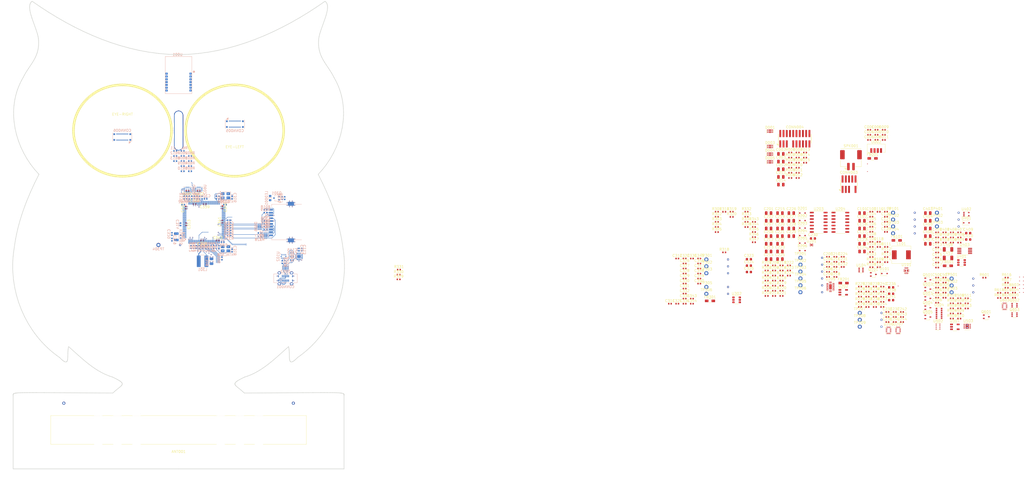
<source format=kicad_pcb>
(kicad_pcb (version 20221018) (generator pcbnew)
  (title_block (title "MSF Owl Clock") (rev "0.1") (company "Pete Restall <pete@restall.net>"))
  (layers (0 "F.Cu" mixed) (1 "In1.Cu" power) (2 "In2.Cu" power) (31 "B.Cu" mixed) (34 "B.Paste" user) (35 "F.Paste" user) (36 "B.SilkS" user "B.Silkscreen") (37 "F.SilkS" user "F.Silkscreen") (38 "B.Mask" user) (39 "F.Mask" user) (44 "Edge.Cuts" user))
  (net 0 "")
  (net 1 "/2-msf-receiver/MSF_ANT_{-}")
  (net 2 "/BC805M_V_{DD}")
  (net 3 "/CORE_VDD_{+3.3V}")
  (net 4 "Net-(C011-Pad1)")
  (net 5 "/2-msf-receiver/MSF_ANT_{+}")
  (net 6 "/1-usb-and-power/USBC_VBUS")
  (net 7 "Net-(U101-EN)")
  (net 8 "Net-(U101-MODE)")
  (net 9 "Net-(U101-ILIMIT)")
  (net 10 "Net-(U101-DV{slash}DT)")
  (net 11 "Net-(U101-GATE)")
  (net 12 "/1-usb-and-power/CORE_VDD_{+5V}")
  (net 13 "/1-usb-and-power/CC1")
  (net 14 "/1-usb-and-power/CC2")
  (net 15 "Net-(D101-K)")
  (net 16 "Net-(D101-A)")
  (net 17 "Net-(U104-SS_TR)")
  (net 18 "Net-(U104-FB)")
  (net 19 "Net-(FB201-P2)")
  (net 20 "Net-(U201-OUT)")
  (net 21 "/2-msf-receiver/MSF_VDD_{+3.6V}")
  (net 22 "Net-(D201-A)")
  (net 23 "Net-(U203C--)")
  (net 24 "Net-(C219-Pad2)")
  (net 25 "/2-msf-receiver/MSF_RCV_VREF_{+1.8V}")
  (net 26 "Net-(D204-A)")
  (net 27 "Net-(U203B--)")
  (net 28 "Net-(C225-Pad2)")
  (net 29 "/2-msf-receiver/MSF_RCV_VREF_{+2.5V}")
  (net 30 "Net-(C230-Pad1)")
  (net 31 "/2-msf-receiver/2-msf-receiver-trf/MSF_RCV_TRF")
  (net 32 "Net-(D206-A)")
  (net 33 "/2-msf-receiver/2-msf-receiver-trf/PGA1.FB0")
  (net 34 "/2-msf-receiver/2-msf-receiver-trf/PGA1.FB4")
  (net 35 "Net-(C236-Pad1)")
  (net 36 "/2-msf-receiver/2-msf-receiver-trf/MSF_RCV_TRF1")
  (net 37 "Net-(U203D--)")
  (net 38 "Net-(U204B-+)")
  (net 39 "/2-msf-receiver/2-msf-receiver-trf/PGA2.FB0")
  (net 40 "/2-msf-receiver/2-msf-receiver-trf/PGA2.FB4")
  (net 41 "Net-(C241-Pad1)")
  (net 42 "Net-(U204C--)")
  (net 43 "/3-mcu-core/MCU_V_{DDCORE}")
  (net 44 "/3-mcu-core/MCU_AV_{DD}")
  (net 45 "/3-mcu-core/MCU_XOSC0_IN")
  (net 46 "Net-(C316-Pad1)")
  (net 47 "/3-mcu-core/MCU_XOSC1_IN")
  (net 48 "Net-(C318-Pad1)")
  (net 49 "/3-mcu-core/MCU_XOSC32K_IN")
  (net 50 "Net-(C320-Pad1)")
  (net 51 "Net-(C321-Pad1)")
  (net 52 "/2-msf-receiver/MSF_OUT_{+}")
  (net 53 "/2-msf-receiver/MSF_OUT_{-}")
  (net 54 "/3-mcu-core/SDCARD_V_{DD}")
  (net 55 "Net-(FB401-P1)")
  (net 56 "/4-audio-out/AUDIO_VDD_{+5V}")
  (net 57 "/3-mcu-core/AMP_IN")
  (net 58 "Net-(C408-Pad2)")
  (net 59 "Net-(C409-Pad2)")
  (net 60 "Net-(C410-Pad2)")
  (net 61 "Net-(U402A--)")
  (net 62 "Net-(C411-Pad2)")
  (net 63 "Net-(C412-Pad2)")
  (net 64 "Net-(D401-A)")
  (net 65 "Net-(U403A--)")
  (net 66 "/4-audio-out/AUDIO_SPK_{-}")
  (net 67 "/5-sensors/SENSOR_VDD_{+2.8V}")
  (net 68 "/6-tft-driver/TFT0.LED_{A}")
  (net 69 "/6-tft-driver/TFT1.LED_{A}")
  (net 70 "Net-(NT005-P1_PASSIVE)")
  (net 73 "GND")
  (net 74 "/3-mcu-core/DAT2")
  (net 75 "/3-mcu-core/DAT3")
  (net 76 "/3-mcu-core/CMD")
  (net 77 "/3-mcu-core/CLK")
  (net 78 "/3-mcu-core/DAT0")
  (net 79 "/3-mcu-core/DAT1")
  (net 80 "/3-mcu-core/~{WP}")
  (net 81 "/3-mcu-core/~{CD}")
  (net 82 "Net-(CONN003-V_{CC})")
  (net 83 "Net-(CONN003-SWDIO)")
  (net 84 "Net-(CONN003-SWDCLK)")
  (net 85 "Net-(CONN003-SWO)")
  (net 87 "/~{BC805M_RESET}")
  (net 88 "Net-(CONN004-V_{CC})")
  (net 89 "/3-mcu-core/MCU.SWDIO")
  (net 90 "/3-mcu-core/MCU.SWDCLK")
  (net 91 "/3-mcu-core/MCU.SWO")
  (net 93 "/3-mcu-core/MCU.~{RESET}")
  (net 94 "/3-mcu-core/MCU.TRACECLK")
  (net 95 "/3-mcu-core/MCU.TRACEDATA0")
  (net 96 "/3-mcu-core/MCU.TRACEDATA1")
  (net 97 "/3-mcu-core/MCU.TRACEDATA2")
  (net 98 "/3-mcu-core/MCU.TRACEDATA3")
  (net 99 "/6-tft-driver/TFT0.~{L_{RES}}")
  (net 100 "/6-tft-driver/TFT0.LED_{K}")
  (net 101 "/6-tft-driver/TFT0.~{TP_{RST}}")
  (net 102 "/6-tft-driver/TFT0.TP_{INT}")
  (net 103 "/6-tft-driver/TFT0.TP_{SDA}")
  (net 104 "/6-tft-driver/TFT0.TP_{SCL}")
  (net 105 "/6-tft-driver/TFT0.L_{TE}")
  (net 107 "/6-tft-driver/TFT0.L_{IO1}")
  (net 108 "/6-tft-driver/TFT0.~{L_{CS}}")
  (net 109 "/6-tft-driver/TFT0.L_{IO2}")
  (net 111 "/6-tft-driver/TFT0.L_{IO3}")
  (net 112 "/6-tft-driver/TFT0.L_{SCLK}")
  (net 113 "/6-tft-driver/TFT0.L_{SDIN}")
  (net 114 "/6-tft-driver/TFT1.~{L_{RES}}")
  (net 115 "/6-tft-driver/TFT1.LED_{K}")
  (net 116 "/6-tft-driver/TFT1.~{TP_{RST}}")
  (net 117 "/6-tft-driver/TFT1.TP_{INT}")
  (net 118 "/6-tft-driver/TFT1.TP_{SDA}")
  (net 119 "/6-tft-driver/TFT1.TP_{SCL}")
  (net 120 "/6-tft-driver/TFT1.L_{TE}")
  (net 122 "/6-tft-driver/TFT1.L_{IO1}")
  (net 123 "/6-tft-driver/TFT1.~{L_{CS}}")
  (net 124 "/6-tft-driver/TFT1.L_{IO2}")
  (net 126 "/6-tft-driver/TFT1.L_{IO3}")
  (net 127 "/6-tft-driver/TFT1.L_{SCLK}")
  (net 128 "/6-tft-driver/TFT1.L_{SDIN}")
  (net 129 "Net-(L101-P1)")
  (net 130 "/3-mcu-core/MCU_V_{SW}")
  (net 131 "/3-mcu-core/~{SDCARD_BUSYLED}")
  (net 132 "Net-(LED001-A)")
  (net 133 "/3-mcu-core/TFT_TP_INT0")
  (net 134 "/3-mcu-core/TFT_TP_INT1")
  (net 135 "/3-mcu-core/TFT_TEAR0")
  (net 136 "/3-mcu-core/TFT_TEAR1")
  (net 137 "/3-mcu-core/~{TFT_RESET}")
  (net 138 "Net-(Q101-G)")
  (net 139 "/1-usb-and-power/~{CHARGER_DETECTED}")
  (net 140 "Net-(Q301-G)")
  (net 141 "Net-(Q501-G)")
  (net 142 "/5-sensors/I^{2}C_SCL_{+2.8V}")
  (net 143 "/1-usb-and-power/SCL")
  (net 144 "Net-(Q502-G)")
  (net 145 "/5-sensors/I^{2}C_SDA_{+2.8V}")
  (net 146 "/1-usb-and-power/SDA")
  (net 147 "Net-(Q503-G)")
  (net 148 "/3-mcu-core/~{HMD_ALERT}")
  (net 149 "Net-(Q504-G)")
  (net 150 "Net-(Q504-S)")
  (net 151 "/3-mcu-core/PRX_GPIO0")
  (net 152 "Net-(Q505-G)")
  (net 153 "Net-(Q505-S)")
  (net 154 "/3-mcu-core/PRX_GPIO1")
  (net 155 "/1-usb-and-power/~{USB_SUSPEND}")
  (net 156 "Net-(Q601-D)")
  (net 157 "Net-(Q602A-E)")
  (net 158 "/3-mcu-core/TFT_BACKLED0")
  (net 159 "Net-(Q603A-E)")
  (net 160 "/3-mcu-core/TFT_BACKLED1")
  (net 161 "/3-mcu-core/BC805M.SWDIO")
  (net 162 "/3-mcu-core/BC805M.SWDCLK")
  (net 163 "/3-mcu-core/BC805M.MISO")
  (net 164 "Net-(U001-P020)")
  (net 165 "/3-mcu-core/BC805M.MOSI")
  (net 166 "Net-(U001-P018)")
  (net 167 "/3-mcu-core/BC805M.SCK")
  (net 168 "Net-(U001-P016)")
  (net 169 "/3-mcu-core/BC805M.~{CTS}")
  (net 170 "Net-(U001-P012)")
  (net 171 "Net-(U001-P014)")
  (net 172 "/3-mcu-core/BC805M.RXD")
  (net 173 "/3-mcu-core/BC805M.~{RESET}")
  (net 174 "/1-usb-and-power/~{HAS_DATA}")
  (net 175 "/1-usb-and-power/~{CHARGING_ALLOWED}")
  (net 176 "Net-(U102-DP_CON)")
  (net 177 "Net-(U102-DM_CON)")
  (net 178 "/1-usb-and-power/~{USB_PD_INT}")
  (net 179 "/1-usb-and-power/CORE_VDD_MODE")
  (net 180 "/1-usb-and-power/~{CORE_VDD_FAULT}")
  (net 181 "Net-(U204A-+)")
  (net 182 "Net-(R213-Pad2)")
  (net 183 "Net-(R214-Pad1)")
  (net 184 "Net-(U204A--)")
  (net 185 "Net-(U204D--)")
  (net 186 "/2-msf-receiver/STCP")
  (net 187 "/2-msf-receiver/SHCP")
  (net 188 "/2-msf-receiver/DS")
  (net 189 "Net-(U203A-+)")
  (net 190 "/2-msf-receiver/2-msf-receiver-trf/PGA1.FB1")
  (net 191 "/2-msf-receiver/2-msf-receiver-trf/PGA1.FB2")
  (net 192 "/2-msf-receiver/2-msf-receiver-trf/PGA1.FB3")
  (net 193 "Net-(R233-Pad2)")
  (net 194 "/2-msf-receiver/2-msf-receiver-trf/PGA2.FB1")
  (net 195 "/2-msf-receiver/2-msf-receiver-trf/PGA2.FB2")
  (net 196 "/2-msf-receiver/2-msf-receiver-trf/PGA2.FB3")
  (net 197 "Net-(R243-Pad2)")
  (net 198 "Net-(U301-PB25)")
  (net 199 "/3-mcu-core/MCU_XOSC0_OUT")
  (net 200 "/3-mcu-core/MCU_XOSC1_OUT")
  (net 201 "/3-mcu-core/MCU_XOSC32K_OUT")
  (net 202 "Net-(U301-PB31)")
  (net 203 "Net-(U301-PB30)")
  (net 204 "Net-(U301-PA31)")
  (net 205 "Net-(U301-PC28)")
  (net 206 "Net-(U301-PC26)")
  (net 207 "Net-(U301-PC25)")
  (net 208 "Net-(U301-PC24)")
  (net 209 "/3-mcu-core/AMP_EN")
  (net 210 "Net-(U301-PA06)")
  (net 211 "Net-(U301-PA21)")
  (net 212 "Net-(U301-PA20)")
  (net 213 "Net-(U301-PB21)")
  (net 214 "Net-(U301-PB20)")
  (net 215 "Net-(U301-PB19)")
  (net 216 "Net-(U301-PB18)")
  (net 217 "Net-(U301-PC21)")
  (net 218 "Net-(U301-PC20)")
  (net 219 "Net-(U301-PC19)")
  (net 220 "Net-(U301-PC17)")
  (net 221 "Net-(U301-PC16)")
  (net 222 "Net-(U301-PA18)")
  (net 223 "/3-mcu-core/BC805M.~{RTS}")
  (net 224 "Net-(U301-PA16)")
  (net 225 "/3-mcu-core/BC805M.TXD")
  (net 226 "/3-mcu-core/DATA0")
  (net 227 "Net-(U301-PA08)")
  (net 228 "/3-mcu-core/DATA1")
  (net 229 "Net-(U301-PA09)")
  (net 230 "/3-mcu-core/DATA2")
  (net 231 "Net-(U301-PA10)")
  (net 232 "/3-mcu-core/DATA3")
  (net 233 "Net-(U301-PA11)")
  (net 234 "/3-mcu-core/SCK")
  (net 235 "Net-(U301-PB10)")
  (net 236 "Net-(U301-PB14)")
  (net 237 "Net-(U301-PB15)")
  (net 238 "/3-mcu-core/IR_RCV_DATA")
  (net 239 "/3-mcu-core/SDCARD_EN")
  (net 240 "/3-mcu-core/~{SDCARD_FAULT}")
  (net 241 "Net-(U302-ILIMIT)")
  (net 242 "/3-mcu-core/~{AMP_FAULT}")
  (net 243 "Net-(U401-ILIMIT)")
  (net 244 "Net-(U502-CSB)")
  (net 245 "/3-mcu-core/~{BAR_INT}")
  (net 246 "/4-audio-out/AUDIO_SPK_{+}")
  (net 247 "Net-(U301-PA02)")
  (net 248 "/2-msf-receiver/MSF_RCV_EN")
  (net 250 "/2-msf-receiver/2-msf-receiver-trf/PGA1.SW_EN1")
  (net 251 "/2-msf-receiver/2-msf-receiver-trf/PGA1.SW_EN2")
  (net 252 "/2-msf-receiver/2-msf-receiver-trf/PGA1.SW_EN3")
  (net 253 "/2-msf-receiver/2-msf-receiver-trf/PGA2.SW_EN0")
  (net 254 "/2-msf-receiver/2-msf-receiver-trf/PGA2.SW_EN1")
  (net 255 "/2-msf-receiver/2-msf-receiver-trf/PGA2.SW_EN2")
  (net 256 "/2-msf-receiver/2-msf-receiver-trf/PGA2.SW_EN3")
  (net 258 "/2-msf-receiver/2-msf-receiver-trf/PGA1.SW_EN0")
  (net 261 "/3-mcu-core/~{SS}")
  (net 262 "/3-mcu-core/TFT_QSPI_SEL")
  (net 263 "/3-mcu-core/TFT_I^{2}C_SEL")
  (net 271 "unconnected-(XTAL301-Pad2)")
  (net 272 "unconnected-(XTAL301-Pad4)")
  (net 273 "unconnected-(XTAL302-Pad2)")
  (net 274 "unconnected-(XTAL302-Pad4)")
  (net 276 "Net-(CONN002-DAT2)")
  (net 277 "Net-(CONN002-DAT3{slash}CD)")
  (net 278 "/1-usb-and-power/D+")
  (net 279 "/1-usb-and-power/D-")
  (net 280 "/1-usb-and-power/MCU.D-")
  (net 281 "/1-usb-and-power/MCU.D+")
  (net 282 "Net-(CONN002-CMD)")
  (net 283 "Net-(CONN002-DAT0)")
  (net 284 "Net-(CONN002-DAT1)")
  (net 285 "Net-(R346-Pad2)")
  (footprint "restall-manufacturer-diodes-inc:SOT26" (layer "F.Cu") (at 407.01 115.79)
    (fp_text reference "U401")
    (fp_text value "AP22653AW6")
  )
  (footprint "restall-generic-capacitors:unpolarised-nominal-0402-1005" (layer "F.Cu") (at 397.45 105.95)
    (fp_text reference "C402")
    (fp_text value "4.7μF")
  )
  (footprint "restall-generic-test:testpoint-SP3050A-with-short-gnd" (layer "F.Cu") (at 343.835 124.745)
    (fp_text reference "TP205")
    (fp_text value "~")
  )
  (footprint "restall-manufacturer-jlcpcb:tooling-hole" (layer "F.Cu") (at 160 192)
    (fp_text reference "REF**" hide)
    (fp_text value "tooling-hole")
  )
  (footprint "restall-generic-capacitors:unpolarised-nominal-0603-1608" (layer "F.Cu") (at 409.62 106.76)
    (fp_text reference "C410")
    (fp_text value "4.7nF")
  )
  (footprint "restall-generic-capacitors:unpolarised-nominal-0402-1005" (layer "F.Cu") (at 370.79 63.73)
    (fp_text reference "C001")
    (fp_text value "4.7μF")
  )
  (footprint "restall-generic-resistors:nominal-0402-1005" (layer "F.Cu") (at 325.6 101.86)
    (fp_text reference "R344")
    (fp_text value "33kΩ")
  )
  (footprint "restall-generic-capacitors:unpolarised-nominal-0402-1005" (layer "F.Cu") (at 106.25 92.8)
    (fp_text reference "C338")
    (fp_text value "4.7μF")
  )
  (footprint "restall-generic-capacitors:unpolarised-nominal-0402-1005" (layer "F.Cu") (at 373.66 65.7)
    (fp_text reference "C007")
    (fp_text value "4.7μF")
  )
  (footprint "restall-generic-test:testpoint-SP3050A-with-short-gnd" (layer "F.Cu") (at 397.365 101.645)
    (fp_text reference "TP403")
    (fp_text value "~")
  )
  (footprint "restall-generic-capacitors:unpolarised-nominal-0402-1005" (layer "F.Cu") (at 383.68 137.19)
    (fp_text reference "C243")
    (fp_text value "4.7μF")
  )
  (footprint "restall-manufacturer-diodes-inc:D5V0FS4U10LP" (layer "F.Cu") (at 331.91 73.28)
    (fp_text reference "D004")
    (fp_text value "D5V0FS4U10LP")
  )
  (footprint "restall-generic-capacitors:unpolarised-nominal-0402-1005" (layer "F.Cu") (at 397.45 117.77)
    (fp_text reference "C417")
    (fp_text value "4.7μF")
  )
  (footprint "restall-generic-resistors:nominal-0402-1005" (layer "F.Cu") (at 330.59 122.93)
    (fp_text reference "R204")
    (fp_text value "DNP")
  )
  (footprint "restall-generic-resistors:nominal-0402-1005" (layer "F.Cu") (at 375.94 125.28)
    (fp_text reference "R240")
    (fp_text value "4.99kΩ")
  )
  (footprint "restall-generic-capacitors:unpolarised-nominal-0402-1005" (layer "F.Cu") (at 376.53 63.73)
    (fp_text reference "C009")
    (fp_text value "4.7μF")
  )
  (footprint "restall-generic-capacitors:unpolarised-nominal-0402-1005" (layer "F.Cu") (at 377.94 139.16)
    (fp_text reference "C235")
    (fp_text value "DNP")
  )
  (footprint "restall-manufacturer-nexperia:DHVQFN16-2.5x3.5mm-0.5mm-expad-2x1mm" (layer "F.Cu") (at 355.61 125.32)
    (fp_text reference "U205")
    (fp_text value "74HC595BQ")
  )
  (footprint "restall-generic-resistors:nominal-0402-1005" (layer "F.Cu") (at 333.5 118.95)
    (fp_text reference "R209")
    (fp_text value "0Ω")
  )
  (footprint "restall-generic-test:testpoint-SP3050A-with-short-gnd" (layer "F.Cu") (at 397.365 96.245)
    (fp_text reference "TP401")
    (fp_text value "~")
  )
  (footprint "restall-generic-test:testpoint-SP3050A-with-short-gnd" (layer "F.Cu") (at 367.105 140.985)
    (fp_text reference "TP209")
    (fp_text value "~")
  )
  (footprint "restall-generic-capacitors:unpolarised-nominal-0402-1005" (layer "F.Cu") (at 298.42 131.96)
    (fp_text reference "C334")
    (fp_text value "4.7μF")
  )
  (footprint "restall-generic-capacitors:unpolarised-nominal-0402-1005" (layer "F.Cu") (at 400.32 123.71)
    (fp_text reference "C508")
    (fp_text value "4.7μF")
  )
  (footprint "restall-generic-resistors:nominal-0402-1005" (layer "F.Cu") (at 186.4 118.6)
    (fp_text reference "R331")
    (fp_text value "43Ω")
  )
  (footprint "msf-owl-clock:er-tft1.32-1-eye" (layer "F.Cu") (at 122 64 180)
    (fp_text reference "EYE-LEFT")
    (fp_text value "er-tft1.32-1-eye")
  )
  (footprint "restall-generic-test:testpoint-SP3050A-with-short-gnd" (layer "F.Cu") (at 380.165 104.345)
    (fp_text reference "TP104")
    (fp_text value "~")
  )
  (footprint "restall-generic-capacitors:unpolarised-nominal-0805-2012" (layer "F.Cu") (at 336.16 76.17)
    (fp_text reference "C003")
    (fp_text value "DNP")
  )
  (footprint "restall-manufacturer-jlcpcb:tooling-hole" (layer "F.Cu") (at 40 192)
    (fp_text reference "REF**" hide)
    (fp_text value "tooling-hole")
  )
  (footprint "restall-generic-sop:MSOP8-3x3mm-0.65mm" (layer "F.Cu") (at 408.24 111.24)
    (fp_text reference "U403")
    (fp_text value "IS31AP4991A-SLS2")
  )
  (footprint "restall-generic-resistors:nominal-0402-1005" (layer "F.Cu") (at 325.6 105.84)
    (fp_text reference "R346")
    (fp_text value "39kΩ")
  )
  (footprint "restall-manufacturer-vishay:TSOP7????TT" (layer "F.Cu") (at 373.53 70.93)
    (fp_text reference "U002")
    (fp_text value "TSOP75338TT")
  )
  (footprint "restall-generic-capacitors:unpolarised-nominal-0603-1608" (layer "F.Cu") (at 348.74 106.36)
    (fp_text reference "C230")
    (fp_text value "4.7nF")
  )
  (footprint "restall-generic-resistors:nominal-0402-1005" (layer "F.Cu") (at 345.66 74.64)
    (fp_text reference "R014")
    (fp_text value "1kΩ")
  )
  (footprint "restall-generic-resistors:nominal-0402-1005" (layer "F.Cu") (at 336.41 126.91)
    (fp_text reference "R220")
    (fp_text value "4.99kΩ")
  )
  (footprint "restall-generic-capacitors:unpolarised-nominal-0402-1005" (layer "F.Cu") (at 374.51 95.88)
    (fp_text reference "C110")
    (fp_text value "4.7μF")
  )
  (footprint "restall-generic-wires:net-tie-2-6mil" (layer "F.Cu") (at 370.105 77.065)
    (fp_text reference "NT001" hide)
    (fp_text value "Net Tie" hide)
  )
  (footprint "restall-generic-capacitors:unpolarised-nominal-0402-1005" (layer "F.Cu") (at 304.16 120.14)
    (fp_text reference "C348")
    (fp_text value "4.7μF")
  )
  (footprint "restall-generic-capacitors:unpolarised-nominal-0402-1005" (layer "F.Cu") (at 397.45 109.89)
    (fp_text reference "C413")
    (fp_text value "4.7μF")
  )
  (footprint "restall-generic-capacitors:unpolarised-nominal-0805-2012" (layer "F.Cu") (at 336.16 82.19)
    (fp_text reference "C013")
    (fp_text value "DNP")
  )
  (footprint "restall-generic-resistors:nominal-0402-1005" (layer "F.Cu") (at 406.12 137.81)
    (fp_text reference "R510")
    (fp_text value "100Ω")
  )
  (footprint "restall-generic-capacitors:unpolarised-nominal-0402-1005" (layer "F.Cu") (at 371.64 107.7)
    (fp_text reference "C109")
    (fp_text value "4.7μF")
  )
  (footprint "restall-generic-capacitors:unpolarised-nominal-0805-2012" (layer "F.Cu") (at 367.98 99.41)
    (fp_text reference "C102")
    (fp_text value "4.7μF")
  )
  (footprint "restall-generic-resistors:nominal-0402-1005" (layer "F.Cu") (at 333.5 126.91)
    (fp_text reference "R213")
    (fp_text value "2.49kΩ")
  )
  (footprint "restall-manufacturer-diodes-inc:SOT26" (layer "F.Cu") (at 318.82 130.44)
    (fp_text reference "U302")
    (fp_text value "AP22653AW6")
  )
  (footprint "restall-generic-capacitors:unpolarised-nominal-0402-1005" (layer "F.Cu") (at 383.68 135.22)
    (fp_text reference "C242")
    (fp_text value "470pF")
  )
  (footprint "restall-generic-resistors:nominal-0402-1005" (layer "F.Cu") (at 373.03 131.25)
    (fp_text reference "R238")
    (fp_text value "1.24kΩ")
  )
  (footprint "restall-generic-capacitors:unpolarised-nominal-0402-1005" (layer "F.Cu") (at 298.42 114.23)
    (fp_text reference "C322")
    (fp_text value "4.7μF")
  )
  (footprint "restall-generic-capacitors:unpolarised-nominal-0805-2012" (layer "F.Cu") (at 331.36 96.4)
    (fp_text reference "C201")
    (fp_text value "22μF")
  )
  (footprint "restall-generic-sot:SOD323" (layer "F.Cu") (at 344.61 111.12)
    (fp_text reference "D206")
    (fp_text value "SD103AWS")
  )
  (footprint "restall-generic-capacitors:unpolarised-nominal-0402-1005" (layer "F.Cu") (at 370.79 65.7)
    (fp_text reference "C004")
    (fp_text value "4.7μF")
  )
  (footprint "restall-generic-resistors:nominal-0402-1005" (layer "F.Cu") (at 374.57 109.68)
    (fp_text reference "R106")
    (fp_text value "33kΩ")
  )
  (footprint "restall-generic-resistors:nominal-0402-1005" (layer "F.Cu") (at 424.69 121.75)
    (fp_text reference "R616")
    (fp_text value "33kΩ")
  )
  (footprint "restall-generic-capacitors:unpolarised-nominal-0805-2012" (layer "F.Cu") (at 331.36 99.41)
    (fp_text reference "C202")
    (fp_text value "22μF")
  )
  (footprint "restall-generic-sot:SOD323" (layer "F.Cu") (at 344.61 102.27)
    (fp_text reference "D203")
    (fp_text value "SD103AWS")
  )
  (footprint "msf-owl-clock:talon" (layer "F.Cu") (at 124 181.5)
    (fp_text reference "TALON-LEFT" hide)
    (fp_text value "talon")
  )
  (footprint "restall-generic-capacitors:unpolarised-nominal-0805-2012" (layer "F.Cu") (at 335.81 102.42)
    (fp_text reference "C220")
    (fp_text value "22μF")
  )
  (footprint "restall-generic-test:testpoint-SP3050A-with-short-gnd" (layer "F.Cu") (at 306.945 128.095)
    (fp_text reference "TP306")
    (fp_text value "~")
  )
  (footprint "restall-generic-capacitors:unpolarised-nominal-0402-1005" (layer "F.Cu") (at 377.38 103.76)
    (fp_text reference "C127")
    (fp_text value "10pF")
  )
  (footprint "restall-generic-resistors:nominal-0402-1005" (layer "F.Cu") (at 373.03 133.24)
    (fp_text reference "R239")
    (fp_text value "2.49kΩ")
  )
  (footprint "restall-generic-capacitors:unpolarised-nominal-0402-1005" (layer "F.Cu") (at 354.67 115.55)
    (fp_text reference "C204")
    (fp_text value "4.7μF")
  )
  (footprint "restall-generic-resistors:nominal-0402-1005" (layer "F.Cu") (at 403.21 135.82)
    (fp_text reference "R504")
    (fp_text value "100Ω")
  )
  (footprint "restall-generic-capacitors:unpolarised-nominal-0805-2012" (layer "F.Cu") (at 393.79 102.42)
    (fp_text reference "C405")
    (fp_text value "22μF")
  )
  (footprint "restall-generic-resistors:nominal-0402-1005" (layer "F.Cu") (at 370.12 133.24)
    (fp_text reference "R234")
    (fp_text value "0Ω")
  )
  (footprint "restall-generic-resistors:nominal-0402-1005" (layer "F.Cu") (at 403.25 103.99)
    (fp_text reference "R404")
    (fp_text value "19.6kΩ")
  )
  (footprint "restall-generic-capacitors:unpolarised-nominal-0402-1005" (layer "F.Cu") (at 427.58 127.65)
    (fp_text reference "C604")
    (fp_text value "4.7μF")
  )
  (footprint "restall-generic-wires:net-tie-2-6mil" (layer "F.Cu") (at 429.765 124.505)
    (fp_text reference "NT603" hide)
    (fp_text value "Net Tie" hide)
  )
  (footprint "restall-generic-capacitors:unpolarised-nominal-0402-1005" (layer "F.Cu") (at 400.32 129.62)
    (fp_text reference "C511")
    (fp_text value "4.7μF")
  )
  (footprint "restall-generic-resistors:nominal-0402-1005" (layer "F.Cu") (at 421.78 129.71)
    (fp_text reference "R615")
    (fp_text value "33kΩ")
  )
  (footprint "restall-generic-capacitors:unpolarised-nominal-0402-1005" (layer "F.Cu") (at 292.68 131.96)
    (fp_text reference "C311")
    (fp_text value "4.7μF")
  )
  (footprint "restall-generic-capacitors:unpolarised-nominal-0805-2012" (layer "F.Cu") (at 335.81 111.45)
    (fp_text reference "C223")
    (fp_text value "DNP")
  )
  (footprint "restall-generic-resistors:nominal-0402-1005" (layer "F.Cu") (at 336.41 122.93)
    (fp_text reference "R218")
    (fp_text value "2.49kΩ")
  )
  (footprint "restall-generic-capacitors:unpolarised-nominal-0805-2012" (layer "F.Cu") (at 335.81 96.4)
    (fp_text reference "C215")
    (fp_text value "DNP")
  )
  (footprint "restall-generic-wires:net-tie-2-6mil" (layer "F.Cu") (at 382.155 125.035)
    (fp_text reference "NT201" hide)
    (fp_text value "Net Tie" hide)
  )
  (footprint "restall-generic-test:testpoint-SP3050A-with-short-gnd" (layer "F.Cu") (at 403.105 124.805)
    (fp_text reference "TP502")
    (fp_text value "~")
  )
  (footprint "restall-generic-capacitors:unpolarised-nominal-0805-2012" (layer "F.Cu") (at 331.36 111.45)
    (fp_text reference "C213")
    (fp_text value "22μF")
  )
  (footprint "restall-generic-resistors:nominal-0402-1005" (layer "F.Cu") (at 370.12 131.25)
    (fp_text reference "R233")
    (fp_text value "49.9kΩ")
  )
  (footprint "restall-generic-capacitors:unpolarised-nominal-0402-1005" (layer "F.Cu") (at 298.42 122.11)
    (fp_text reference "C329")
    (fp_text value "4.7μF")
  )
  (footprint "restall-generic-capacitors:unpolarised-nominal-0402-1005" (layer "F.Cu") (at 304.16 124.08)
    (fp_text reference "C350")
    (fp_text value "4.7μF")
  )
  (footprint "restall-generic-capacitors:unpolarised-nominal-0402-1005" (layer "F.Cu") (at 357.54 121.46)
    (fp_text reference "C218")
    (fp_text value "4.7μF")
  )
  (footprint "restall-generic-capacitors:unpolarised-nominal-0402-1005" (layer "F.Cu") (at 400.32 121.74)
    (fp_text reference "C507")
    (fp_text value "4.7μF")
  )
  (footprint "restall-generic-resistors:nominal-0402-1005" (layer "F.Cu") (at 330.59 124.92)
    (fp_text reference "R205")
    (fp_text value "27Ω")
  )
  (footprint "restall-generic-resistors:nominal-0402-1005" (layer "F.Cu") (at 409.03 133.83)
    (fp_text reference "R513")
    (fp_text value "33kΩ")
  )
  (footprint "restall-generic-capacitors:unpolarised-nominal-0402-1005" (layer "F.Cu") (at 397.45 107.92)
    (fp_text reference "C411")
    (fp_text value "22pF")
  )
  (footprint "restall-generic-resistors:nominal-0402-1005" (layer "F.Cu") (at 370.12 125.28)
    (fp_text reference "R230")
    (fp_text value "4.99kΩ")
  )
  (footprint "restall-generic-test:testpoint-SP3050A-with-short-gnd" (layer "F.Cu") (at 380.165 98.945)
    (fp_text reference "TP102")
    (fp_text value "~")
  )
  (footprint "restall-generic-resistors:nominal-0402-1005" (layer "F.Cu") (at 342.75 72.65)
    (fp_text reference "R007")
    (fp_text value "43Ω")
  )
  (footprint "restall-generic-capacitors:unpolarised-nominal-0402-1005" (layer "F.Cu") (at 110.25 92.8 180)
    (fp_text reference "C339")
    (fp_text value "4.7μF")
  )
  (footprint "msf-owl-clock:ferrite-rod-antenna" (layer "F.Cu") (at 100 181.5)
    (fp_text reference "ANT001")
    (fp_text value "1.274mH")
  )
  (footprint "restall-generic-capacitors:unpolarised-nominal-0805-2012" (layer "F.Cu") (at 340.26 102.42)
    (fp_text reference "C228")
    (fp_text value "DNP")
  )
  (footprint "restall-generic-capacitors:unpolarised-nominal-0805-2012" (layer "F.Cu") (at 340.26 105.43)
    (fp_text reference "C229")
    (fp_text value "DNP")
  )
  (footprint "restall-generic-resistors:nominal-0402-1005" (layer "F.Cu") (at 371.66 113.66)
    (fp_text reference "R103")
    (fp_text value "1kΩ")
  )
  (footprint "restall-generic-sot:SOT323" (layer "F.Cu") (at 416.73 137.08)
    (fp_text reference "Q601")
    (fp_text value "NX6008NBKW")
  )
  (footprint "restall-generic-resistors:nominal-0402-1005" (layer "F.Cu") (at 339.32 116.96)
    (fp_text reference "R222")
    (fp_text value "33kΩ")
  )
  (footprint "restall-generic-sot:SOD323" (layer "F.Cu") (at 408.89 100.22)
    (fp_text reference "D401")
    (fp_text value "SD103AWS")
  )
  (footprint "restall-manufacturer-microchip:SOIC14-3.9x8.65mm-1.27mm" (layer "F.Cu") (at 350.99 100)
    (fp_text reference "U203")
    (fp_text value "MCP6499")
  )
  (footprint "restall-generic-resistors:nominal-0402-1005" (layer "F.Cu") (at 424.69 123.74)
    (fp_text reference "R617")
    (fp_text value "33kΩ")
  )
  (footprint "restall-generic-capacitors:unpolarised-nominal-0805-2012" (layer "F.Cu") (at 335.81 99.41)
    (fp_text reference "C219")
    (fp_text value "DNP")
  )
  (footprint "restall-generic-capacitors:unpolarised-nominal-0402-1005" (layer "F.Cu") (at 354.67 113.58)
    (fp_text reference "C203")
    (fp_text value "4.7μF")
  )
  (footprint "restall-manufacturer-walsin:WLBD2012" (layer "F.Cu") (at 308.37 130.85)
    (fp_text reference "FB301")
    (fp_text value "WLBD2012HCU601TH")
  )
  (footprint "restall-generic-wires:net-tie-2-6mil" (layer "F.Cu") (at 431.265 121.505)
    (fp_text reference "NT606" hide)
    (fp_text value "Net Tie" hide)
  )
  (footprint "restall-generic-capacitors:unpolarised-nominal-0402-1005" (layer "F.Cu") (at 103.5 87.709048 180)
    (fp_text reference "C601")
    (fp_text value "4.7μF")
  )
  (footprint "restall-generic-resistors:nominal-0402-1005" (layer "F.Cu") (at 330.59 126.91)
    (fp_text reference "R206")
    (fp_text value "4.3kΩ")
  )
  (footprint "restall-generic-capacitors:unpolarised-nominal-0402-1005" (layer "F.Cu") (at 400.32 125.68)
    (fp_text reference "C509")
    (fp_text value "4.7μF")
  )
  (footprint "restall-manufacturer-diodes-inc:SOT363" (layer "F.Cu") (at 427.78 136.27)
    (fp_text reference "Q603")
    (fp_text value "BC847BS")
  )
  (footprint "restall-generic-capacitors:unpolarised-nominal-0402-1005" (layer "F.Cu") (at 298.42 128.02)
    (fp_text reference "C332")
    (fp_text value "4.7μF")
  )
  (footprint "restall-generic-sot:SOT353" (layer "F.Cu") (at 408.89 96.82)
    (fp_text reference "U402")
    (fp_text value "MCP6486U")
  )
  (footprint "restall-generic-capacitors:unpolarised-nominal-0805-2012" (layer "F.Cu") (at 335.81 108.44)
    (fp_text reference "C222")
    (fp_text value "22μF")
  )
  (footprint "restall-generic-test:testpoint-SP3050A-with-short-gnd" (layer "F.Cu") (at 343.835 113.945)
    (fp_text reference "TP201")
    (fp_text value "~")
  )
  (footprint "restall-generic-capacitors:unpolarised-nominal-0402-1005" (layer "F.Cu") (at 304.16 114.23)
    (fp_text reference "C345")
    (fp_text value "4.7μF")
  )
  (footprint "restall-generic-sot:SOD323" (layer "F.Cu") (at 344.61 99.32)
    (fp_text reference "D202")
    (fp_text value "SD103AWS")
  )
  (footprint "restall-generic-capacitors:unpolarised-nominal-0402-1005" (layer "F.Cu") (at 109.25 107.2 180)
    (fp_text reference "C309")
    (fp_text value "4.7μF")
  )
  (footprint "restall-generic-resistors:nominal-0402-1005" (layer "F.Cu") (at 325.6 99.87)
    (fp_text reference "R343")
    (fp_text value "33kΩ")
  )
  (footprint "restall-generic-resistors:nominal-0402-1005" (layer "F.Cu") (at 313.96 111.81)
    (fp_text reference "R318")
    (fp_text value "1.8kΩ")
  )
  (footprint "restall-generic-resistors:nominal-0402-1005" (layer "F.Cu") (at 406.12 131.84)
    (fp_text reference "R507")
    (fp_text value "33kΩ")
  )
  (footprint "restall-generic-resistors:nominal-0402-1005" (layer "F.Cu") (at 333.5 122.93)
    (fp_text reference "R211")
    (fp_text value "27Ω")
  )
  (footprint "restall-generic-resistors:nominal-0402-1005" (layer "F.Cu") (at 371.66 111.67)
    (fp_text reference "R102")
    (fp_text value "0Ω")
  )
  (footprint "restall-manufacturer-ti:TPS7A20??PDBVR" (layer "F.Cu") (at 360.61 127.48)
    (fp_text reference "U202")
    (fp_text value "TPS7A2036PDBVR")
  )
  (footprint "restall-generic-capacitors:unpolarised-nominal-0402-1005" (layer "F.Cu") (at 397.45 125.68)
    (fp_text reference "C503")
    (fp_text value "4.7μF")
  )
  (footprint "restall-generic-resistors:nominal-0402-1005" (layer "F.Cu") (at 311.05 97.88)
    (fp_text reference "R302")
    (fp_text value "10kΩ")
  )
  (footprint "restall-generic-wires:net-tie-2-6mil" (layer "F.Cu") (at 429.765 121.505)
    (fp_text reference "NT601" hide)
    (fp_text value "Net Tie" hide)
  )
  (footprint "restall-generic-resistors:nominal-0402-1005" (layer "F.Cu") (at 400.34 107.97)
    (fp_text reference "R403")
    (fp_text value "68kΩ")
  )
  (footprint "restall-generic-resistors:nominal-0402-1005" (layer "F.Cu") (at 325.6 103.85)
    (fp_text reference "R345")
    (fp_text value "33kΩ")
  )
  (footprint "restall-generic-resistors:nominal-0402-1005" (layer "F.Cu") (at 313.96 95.89)
    (fp_text reference "R310")
    (fp_text value "33kΩ")
  )
  (footprint "restall-generic-resistors:nominal-0402-1005" (layer "F.Cu") (at 377.48 115.65)
    (fp_text reference "R114")
    (fp_text value "3.3kΩ")
  )
  (footprint "restall-manufacturer-jlcpcb:tooling-hole" (layer "F.Cu") (at 70 50)
    (fp_text reference "REF**" hide)
    (fp_text value "tooling-hole")
  )
  (footprint "restall-generic-capacitors:unpolarised-nominal-0402-1005" (layer "F.Cu") (at 371.64 101.79)
    (fp_text reference "C106")
    (fp_text value "39pF")
  )
  (footprint "restall-generic-capacitors:unpolarised-nominal-0402-1005" (layer "F.Cu") (at 376.53 67.67)
    (fp_text reference "C011")
    (fp_text value "100nF")
  )
  (footprint "restall-generic-resistors:nominal-0402-1005" (layer "F.Cu") (at 345.66 76.63)
    (fp_text reference "R015")
    (fp_text value "330Ω")
  )
  (footprint "restall-manufacturer-diodes-inc:D5V0FS4U10LP" (layer "F.Cu") (at 331.91 70.27)
    (fp_text reference "D003")
    (fp_text value "D5V0FS4U10LP")
  )
  (footprint "restall-generic-capacitors:unpolarised-nominal-0402-1005" (layer "F.Cu") (at 117.2 99.75 90)
    (fp_text reference "C341")
    (fp_text value "4.7μF")
  )
  (footprint "restall-generic-test:testpoint-SP3050A-with-short-gnd" (layer "F.Cu") (at 306.945 125.395)
    (fp_text reference "TP305")
    (fp_text value "~")
  )
  (footprint "restall-generic-sot:SOT323" (layer "F.Cu") (at 372.43 120.46)
    (fp_text reference "Q101")
    (fp_text value "NX6008NBKW")
  )
  (footprint "restall-generic-capacitors:unpolarised-nominal-0805-2012" (layer "F.Cu") (at 335.81 105.43)
    (fp_text reference "C221")
    (fp_text value "22μF")
  )
  (footprint "restall-generic-resistors:nominal-0402-1005" (layer "F.Cu") (at 316.87 95.89)
    (fp_text reference "R319")
    (fp_text value "1.8kΩ")
  )
  (footprint "restall-generic-resistors:nominal-0402-1005" (layer "F.Cu") (at 373.03 129.26)
    (fp_text reference "R237")
    (fp_text value "390Ω")
  )
  (footprint "restall-generic-resistors:nominal-0402-1005" (layer "F.Cu") (at 377.48 109.68)
    (fp_text reference "R111")
    (fp_text value "33kΩ")
  )
  (footprint "restall-generic-capacitors:unpolarised-nominal-0402-1005" (layer "F.Cu") (at 377.38 99.82)
    (fp_text reference "C121")
    (fp_text value "4.7μF")
  )
  (footprint "restall-generic-capacitors:unpolarised-nominal-0402-1005" (layer "F.Cu") (at 298.42 129.99)
    (fp_text reference "C333")
    (fp_text value "4.7μF")
  )
  (footprint "restall-generic-resistors:nominal-0402-1005" (layer "F.Cu") (at 424.69 125.73)
    (fp_text reference "R618")
    (fp_text value "33kΩ")
  )
  (footprint "restall-generic-resistors:nominal-0402-1005" (layer "F.Cu") (at 339.32 120.94)
    (fp_text reference "R224")
    (fp_text value "33kΩ")
  )
  (footprint "restall-generic-capacitors:unpolarised-nominal-0402-1005" (layer "F.Cu") (at 304.16 118.17)
    (fp_text reference "C347")
    (fp_text value "4.7μF")
  )
  (footprint "restall-generic-resistors:nominal-0402-1005" (layer "F.Cu") (at 406.12 133.83)
    (fp_text reference "R508")
    (fp_text value "33kΩ")
  )
  (footprint "restall-generic-test:testpoint-SP3050A-with-short-gnd" (layer "F.Cu") (at 380.165 96.245)
    (fp_text reference "TP101")
    (fp_text value "~")
  )
  (footprint "restall-generic-capacitors:unpolarised-nominal-1206-3216" (layer "F.Cu") (at 401.71 110.64)
    (fp_text reference "C408")
    (fp_text value "100nF")
  )
  (footprint "restall-generic-resistors:nominal-0402-1005" (layer "F.Cu") (at 409.03 131.84)
    (fp_text reference "R512")
    (fp_text value "33kΩ")
  )
  (footprint "restall-generic-capacitors:unpolarised-nominal-0805-2012" (layer "F.Cu") (at 335.81 114.46)
    (fp_text reference "C225")
    (fp_text value "DNP")
  )
  (footprint "restall-generic-resistors:nominal-0402-1005" (layer "F.Cu") (at 339.84 72.65)
    (fp_text reference "R001")
    (fp_text value "330Ω")
  )
  (footprint "restall-generic-capacitors:unpolarised-nominal-0402-1005" (layer "F.Cu") (at 380.81 137.19)
    (fp_text reference "C239")
    (fp_text value "4.7μF")
  )
  (footprint "restall-manufacturer-infineon:PG-VLGA-8-1-2.0x2.5mm-0.65mm" (layer "F.Cu") (at 397.79 140.95)
    (fp_text reference "U502")
    (fp_text value "DPS310XTSA1")
  )
  (footprint "restall-generic-resistors:nominal-0402-1005" (layer "F.Cu") (at 374.57 115.65)
    (fp_text reference "R109")
    (fp_text value "3.3kΩ")
  )
  (footprint "restall-generic-resistors:nominal-0402-1005" (layer "F.Cu") (at 322.69 97.88)
    (fp_text reference "R333")
    (fp_text value "43Ω")
  )
  (footprint "restall-generic-capacitors:unpolarised-nominal-0402-1005" (layer "F.Cu") (at 298.42 120.14)
    (fp_text reference "C328")
    (fp_text value "4.7μF")
  )
  (footprint "restall-generic-resistors:nominal-0402-1005" (layer "F.Cu") (at 400.34 103.99)
    (fp_text reference "R401")
    (fp_text value "33kΩ")
  )
  (footprint "restall-generic-sot:SOD323" (layer "F.Cu") (at 376.78 120.11)
    (fp_text reference "D101")
    (fp_text value "SD103AWS")
  )
  (footprint "restall-generic-capacitors:unpolarised-nominal-0805-2012" (layer "F.Cu") (at 367.98 108.44)
    (fp_text reference "C123")
    (fp_text value "22μF")
  )
  (footprint "restall-generic-capacitors:unpolarised-nominal-0402-1005" (layer "F.Cu") (at 357.54 119.49)
    (fp_text reference "C217")
    (fp_text value "4.7μF")
  )
  (footprint "restall-generic-resistors:nominal-0402-1005" (layer "F.Cu") (at 367.21 129.26)
    (fp_text reference "R227")
    (fp_text value "390Ω")
  )
  (footprint "restall-generic-resistors:nominal-0402-1005" (layer "F.Cu") (at 403.21 129.85)
    (fp_text reference "R501")
    (fp_text value "33kΩ")
  )
  (footprint "restall-generic-test:testpoint-SP3050A-with-short-gnd" (layer "F.Cu") (at 306.945 114.595)
    (fp_text reference "TP301")
    (fp_text value "~")
  )
  (footprint "restall-generic-capacitors:unpolarised-nominal-0402-1005" (layer "F.Cu") (at 397.45 123.71)
    (fp_text reference "C502")
    (fp_text value "4.7μF")
  )
  (footprint "restall-generic-resistors:nominal-0402-1005" (layer "F.Cu") (at 316.87 97.88)
    (fp_text reference "R320")
    (fp_text value "1kΩ")
  )
  (footprint "restall-generic-capacitors:unpolarised-nominal-0402-1005" (layer "F.Cu") (at 360.41 117.52)
    (fp_text reference "C232")
    (fp_text value "4.7μF")
  )
  (footprint "restall-generic-capacitors:unpolarised-nominal-0805-2012" (layer "F.Cu") (at 340.26 96.4)
    (fp_text reference "C226")
    (fp_text value "22μF")
  )
  (footprint "restall-generic-resistors:nominal-0402-1005" (layer "F.Cu") (at 186.28 122.4)
    (fp_text reference "R329")
    (fp_text value "330Ω")
  )
  (footprint "restall-generic-capacitors:unpolarised-nominal-0402-1005" (layer "F.Cu") (at 371.64 99.82)
    (fp_text reference "C105")
    (fp_text value "DNP")
  )
  (footprint "restall-generic-capacitors:unpolarised-nominal-0402-1005" (layer "F.Cu") (at 377.38 101.79)
    (fp_text reference "C122")
    (fp_text value "47nF")
  )
  (footprint "restall-generic-capacitors:unpolarised-nominal-0603-1608" (layer "F.Cu") (at 409.62 104.25)
    (fp_text reference "C409")
    (fp_text value "4.7nF")
  )
  (footprint "restall-generic-test:testpoint-SP3050A-with-short-gnd" (layer "F.Cu") (at 306.945 117.295)
    (fp_text reference "TP302")
    (fp_text value "~")
  )
  (footprint "restall-generic-capacitors:unpolarised-nominal-0402-1005" (layer "F.Cu") (at 298.42 118.17)
    (fp_text reference "C327")
    (fp_text value "4.7μF")
  )
  (footprint "restall-generic-capacitors:unpolarised-nominal-0402-1005" (layer "F.Cu") (at 373.66 67.67)
    (fp_text reference "C008")
    (fp_text value "4.7μF")
  )
  (footprint "restall-generic-resistors:nominal-0402-1005" (layer "F.Cu") (at 403.21 137.81)
    (fp_text reference "R505")
    (fp_text value "1.8kΩ")
  )
  (footprint "restall-generic-capacitors:unpolarised-nominal-0402-1005" (layer "F.Cu") (at 377.38 97.85)
    (fp_text reference "C120")
    (fp_text value "4.7μF")
  )
  (footprint "restall-generic-capacitors:unpolarised-nominal-0402-1005" (layer "F.Cu") (at 370.79 67.67)
    (fp_text reference "C005")
    (fp_text value "4.7μF")
  )
  (footprint "restall-generic-resistors:nominal-0402-1005" (layer "F.Cu") (at 367.21 125.28)
    (fp_text reference "R225")
    (fp_text value "390Ω")
  )
  (footprint "restall-generic-capacitors:unpolarised-nominal-0402-1005" (layer "F.Cu") (at 371.64 97.85)
    (fp_text reference "C104")
    (fp_text value "100nF")
  )
  (footprint "restall-generic-resistors:nominal-0402-1005" (layer "F.Cu") (at 403.25 107.97)
    (fp_text reference "R406")
    (fp_text value "16kΩ")
  )
  (footprint "restall-generic-resistors:nominal-0402-1005" (layer "F.Cu") (at 406.16 107.97)
    (fp_text reference "R409")
    (fp_text value "19.6kΩ")
  )
  (footprint "restall-generic-capacitors:unpolarised-nominal-0805-2012" (layer "F.Cu") (at 393.79 99.41)
    (fp_text reference "C404")
    (fp_text value "22μF")
  )
  (footprint "restall-generic-test:testpoint-SP3050A-with-short-gnd" (layer "F.Cu") (at 343.835 127.445)
    (fp_text reference "TP206")
    (fp_text value "~")
  )
  (footprint "restall-generic-resistors:nominal-0402-1005" (layer "F.Cu") (at 371.66 115.65)
    (fp_text reference "R104")
    (fp_text value "33kΩ")
  )
  (footprint "restall-generic-capacitors:unpolarised-nominal-0402-1005" (layer "F.Cu") (at 397.45 121.74)
    (fp_text reference "C501")
    (fp_text value "4.7μF")
  )
  (footprint "msf-owl-clock:er-tft1.32-1-eye" (layer "F.Cu") (at 78 64)
    (fp_text reference "EYE-RIGHT")
    (fp_text value "er-tft1.32-1-eye")
  )
  (footprint "restall-generic-capacitors:unpolarised-nominal-0805-2012" (layer "F.Cu") (at 393.79 105.43)
    (fp_text reference "C406")
    (fp_text value "22μF")
  )
  (footprint "restall-manufacturer-microchip:SOIC14-3.9x8.65mm-1.27mm" (layer "F.Cu") (at 359.5 100)
    (fp_text reference "U204")
    (fp_text value "MCP6499")
  )
  (footprint "restall-generic-capacitors:unpolarised-nominal-1206-3216" (layer "F.Cu") (at 401.71 113.99)
    (fp_text reference "C412")
    (fp_text value "100nF")
  )
  (footprint "restall-generic-capacitors:unpolarised-nominal-0805-2012" (layer "F.Cu") (at 331.36 108.44)
    (fp_text reference "C212")
    (fp_text value "22μF")
  )
  (footprint "restall-generic-capacitors:unpolarised-nominal-0402-1005" (layer "F.Cu") (at 102.9 100.8 -90)
    (fp_text reference "C313")
    (fp_text value "4.7μF")
  )
  (footprint "restall-generic-capacitors:unpolarised-nominal-0805-2012" (layer "F.Cu") (at 331.36 105.43)
    (fp_text reference "C208")
    (fp_text value "22μF")
  )
  (footprint "restall-manufacturer-ti:SOT583" (layer "F.Cu") (at 367.6 118.73)
    (fp_text reference "U104")
    (fp_text value "TPS628512DRLR")
  )
  (footprint "restall-manufacturer-st:OPTICAL-LGA12-2.8x4.8mm-0.75mm" (layer "F.Cu") (at 398.19 135.75)
    (fp_text reference "U504")
    (fp_text value "VL6180V1NR1")
  )
  (footprint "restall-generic-capacitors:unpolarised-nominal-0402-1005" (layer "F.Cu") (at 304.16 122.11)
    (fp_text reference "C349")
    (fp_text value "4.7μF")
  )
  (footprint "restall-manufacturer-samtec:FTSH-110-01-?-DV-007-?-?" (layer "F.Cu") (at 341.645 67.2)
    (fp_text reference "CONN004")
    (fp_text value "Cortex-M Debug Header with ETM")
  )
  (footprint "restall-manufacturer-mps:QFN10-1.5x2.0mm-0.5mm" (layer "F.Cu") (at 385.38 118.96)
    (fp_text reference "U101")
    (fp_text value "MP5016HGQH")
  )
  (footprint "restall-generic-sot:SOT323" (layer "F.Cu") (at 393.79 129.88)
    (fp_text reference "Q503")
    (fp_text value "NX6008NBKW")
  )
  (footprint "restall-generic-sot:SOT323" (layer "F.Cu") (at 393.79 133.53)
    (fp_text reference "Q504")
    (fp_text value "NX6008NBKW")
  )
  (footprint "restall-manufacturer-walsin:WLBD2012" (layer "F.Cu") (at 401.66 117.07)
    (fp_text reference "FB401")
    (fp_text value "WLBD2012HCU121TH")
  )
  (footprint "restall-generic-resistors:nominal-0402-1005" (layer "F.Cu") (at 342.75 80.61)
    (fp_text reference "R011")
    (fp_text value "43Ω")
  )
  (footprint "restall-generic-resistors:nominal-0402-1005" (layer "F.Cu") (at 406.12 135.82)
    (fp_text reference "R509")
    (fp_text value "33kΩ")
  )
  (footprint "restall-generic-test:testpoint-SP3050A-with-short-gnd" (layer "F.Cu") (at 343.835 116.645)
    (fp_text reference "TP202")
    (fp_text value "~")
  )
  (footprint "restall-generic-test:testpoint-SP3050A-with-short-gnd" (layer "F.Cu") (at 380.165 101.645)
    (fp_text reference "TP103")
    (fp_text value "~")
  )
  (footprint "restall-generic-capacitors:unpolarised-nominal-0603-1608" (layer "F.Cu") (at 323.63 119.52)
    (fp_text reference "C325")
    (fp_text value "DNP")
  )
  (footprint "restall-generic-capacitors:unpolarised-nominal-0402-1005" (layer "F.Cu") (at 371.64 103.76)
    (fp_text reference "C107")
    (fp_text value "100nF")
  )
  (footprint "restall-generic-sot:SOT323" (layer "F.Cu") (at 393.79 137.18)
    (fp_text reference "Q505")
    (fp_text value "NX6008NBKW")
  )
  (footprint "restall-generic-capacitors:unpolarised-nominal-0402-1005" (layer "F.Cu") (at 397.45 115.8)
    (fp_text reference "C416")
    (fp_text value "4.7μF")
  )
  (footprint "msf-owl-clock:talon" (layer "F.Cu") (at 76 181.5)
    (fp_text reference "TALON-RIGHT" hide)
    (fp_text value "talon")
  )
  (footprint "restall-generic-resistors:nominal-0402-1005" (layer "F.Cu") (at 336.41 128.9)
    (fp_text reference "R221")
    (fp_text value "4.99kΩ")
  )
  (footprint "restall-generic-resistors:nominal-0402-1005" (layer "F.Cu") (at 339.84 76.63)
    (fp_text reference "R003")
    (fp_text value "10kΩ")
  )
  (footprint "restall-manufacturer-ti:X2SON4-1x1mm-0.65mm-expad-0.48x0.48mm" (layer "F.Cu") (at 348.17 108.89)
    (fp_text reference "U201")
    (fp_text value "TPS7A2040PDQNR")
  )
  (footprint "restall-generic-resistors:nominal-0402-1005" (layer "F.Cu") (at 409.03 129.85)
    (fp_text reference "R511")
    (fp_text value "100Ω")
  )
  (footprint "restall-generic-capacitors:unpolarised-nominal-0402-1005" (layer "F.Cu") (at 380.81 139.16)
    (fp_text reference "C240")
    (fp_text value "DNP")
  )
  (footprint "restall-generic-resistors:nominal-0402-1005" (layer "F.Cu") (at 336.41 124.92)
    (fp_text reference "R219")
    (fp_text value "68Ω")
  )
  (footprint "restall-generic-resistors:nominal-0402-1005" (layer "F.Cu") (at 375.94 129.26)
    (fp_text reference "R242")
    (fp_text value "64.9Ω")
  )
  (footprint "restall-generic-resistors:nominal-0402-1005" (layer "F.Cu") (at 322.69 99.87)
    (fp_text reference "R334")
    (fp_text value "43Ω")
  )
  (footprint "restall-generic-resistors:nominal-0402-1005" (layer "F.Cu") (at 339.84 82.6)
    (fp_text reference "R006")
    (fp_text value "10kΩ")
  )
  (footprint "restall-generic-resistors:nominal-0402-1005" (layer "F.Cu") (at 424.69 127.72)
    (fp_text reference "R619")
    (fp_text value "18Ω")
  )
  (footprint "restall-generic-capacitors:unpolarised-nominal-0603-1608" (layer "F.Cu") (at 379.4 128.05)
    (fp_text reference "C238")
    (fp_text value "4.7nF")
  )
  (footprint "restall-generic-resistors:nominal-0402-1005" (layer "F.Cu") (at 374.57 117.64)
    (fp_text reference "R110")
    (fp_text value "33kΩ")
  )
  (footprint "restall-generic-resistors:nominal-0402-1005" (layer "F.Cu") (at 322.69 101.86)
    (fp_text reference "R335")
    (fp_text value "43Ω")
  )
  (footprint "restall-generic-capacitors:unpolarised-nominal-0603-1608" (layer "F.Cu") (at 379.4 130.56)
    (fp_text reference "C241")
    (fp_text value "4.7nF")
  )
  (footprint "restall-generic-resistors:nominal-0402-1005" (layer "F.Cu") (at 325.6 107.83)
    (fp_text reference "R347")
    (fp_text value "39kΩ")
  )
  (footprint "restall-generic-resistors:nominal-0402-1005" (layer "F.Cu") (at 339.84 80.61)
    (fp_text reference "R005")
    (fp_text value "43Ω")
  )
  (footprint "restall-generic-capacitors:unpolarised-nominal-0402-1005" (layer "F.Cu") (at 397.45 129.62)
    (fp_text reference "C505")
    (fp_text value "4.7μF")
  )
  (footprint "restall-generic-resistors:nominal-0402-1005" (layer "F.Cu") (at 377.48 111.67)
    (fp_text reference "R112")
    (fp_text value "88.7kΩ")
  )
  (footprint "restall-generic-capacitors:unpolarised-nominal-0402-1005" (layer "F.Cu") (at 397.45 111.86)
    (fp_text reference "C414")
    (fp_text value "4.7μF")
  )
  (footprint "restall-generic-resistors:nominal-0402-1005" (layer "F.Cu") (at 336.41 120.94)
    (fp_text reference "R217")
    (fp_text value "2.49kΩ")
  )
  (footprint "restall-generic-capacitors:unpolarised-nominal-0805-2012" (layer "F.Cu") (at 367.98 105.43)
    (fp_text reference "C117")
    (fp_text value "22μF")
  )
  (footprint "restall-generic-capacitors:unpolarised-nominal-0402-1005" (layer "F.Cu") (at 397.45 103.98)
    (fp_text reference "C401")
    (fp_text value "4.7μF")
  )
  (footprint "restall-generic-resistors:nominal-0402-1005" (layer "F.Cu") (at 330.59 128.9)
    (fp_text reference "R207")
    (fp_text value "4.3kΩ")
  )
  (footprint "restall-generic-capacitors:unpolarised-nominal-0402-1005" (layer "F.Cu") (at 354.67 121.46)
    (fp_text reference "C209")
    (fp_text value "4.7μF")
  )
  (footprint "restall-generic-capacitors:unpolarised-nominal-0402-1005" (layer "F.Cu") (at 373.66 63.73)
    (fp_text reference "C006")
    (fp_text value "4.7μF")
  )
  (footprint "restall-generic-resistors:nominal-0402-1005" (layer "F.Cu") (at 373.03 127.27)
    (fp_text reference "R236")
    (fp_text value "100Ω")
  )
  (footprint "restall-generic-capacitors:unpolarised-nominal-0402-1005" (layer "F.Cu") (at 298.42 116.2)
    (fp_text reference "C326")
    (fp_text value "4.7μF")
  )
  (footprint "restall-generic-resistors:nominal-0402-1005" (layer "F.Cu") (at 311.05 99.87)
    (fp_text reference "R303")
    (fp_text value "10kΩ")
  )
  (footprint "restall-generic-sot:SOD323" (layer "F.Cu") (at 344.61 105.22)
    (fp_text reference "D204")
    (fp_text value "SD103AWS")
  )
  (footprint "restall-generic-capacitors:unpolarised-nominal-0402-1005" (layer "F.Cu") (at 298.42 124.08)
    (fp_text reference "C330")
    (fp_text value "4.7μF")
  )
  (footprint "restall-generic-capacitors:unpolarised-nominal-0402-1005" (layer "F.Cu") (at 377.94 135.22)
    (fp_text reference "C233")
    (fp_text value "4.7μF")
  )
  (footprint "restall-manufacturer-kyocera:07A7" (layer "F.Cu") (at 383.41 112.76)
    (fp_text reference "L101")
    (fp_text value "680nH")
  )
  (footprint "restall-generic-test:testpoint-SP3050A-with-short-gnd" (layer "F.Cu") (at 306.945 119.995)
    (fp_text reference "TP303")
    (fp_text value "~")
  )
  (footprint "restall-generic-resistors:nominal-0402-1005" (layer "F.Cu") (at 367.21 127.27)
    (fp_text reference "R226")
    (fp_text value "47Ω")
  )
  (footprint "restall-generic-test:testpoint-SP3050A-with-short-gnd" (layer "F.Cu") (at 403.105 122.105)
    (fp_text reference "TP501")
    (fp_text value "~")
  )
  (footprint "restall-generic-sot:SOT323" (layer "F.Cu") (at 393.79 122.58)
    (fp_text reference "Q501")
    (fp_text value "NX6008NBKW")
  )
  (footprint "restall-generic-capacitors:unpolarised-nominal-0805-2012" (layer "F.Cu") (at 336.16 79.18)
    (fp_text reference "C012")
    (fp_text value "DNP")
  )
  (footprint "restall-generic-resistors:nominal-0402-1005" (layer "F.Cu") (at 406.16 103.99)
    (fp_text reference "R407")
    (fp_text value "39kΩ")
  )
  (footprint "restall-generic-capacitors:unpolarised-nominal-0402-1005" (layer "F.Cu") (at 301.29 131.96)
    (fp_text reference "C344")
    (fp_text value "4.7μF")
  )
  (footprint "restall-generic-resistors:nominal-0402-1005" (layer "F.Cu") (at 415.96 121.75)
    (fp_text reference "R601")
    (fp_text value "33kΩ")
  )
  (footprint "restall-generic-resistors:nominal-0402-1005" (layer "F.Cu") (at 345.66 72.65)
    (fp_text reference "R013")
    (fp_text value "1kΩ")
  )
  (footprint "restall-generic-capacitors:unpolarised-nominal-0402-1005" (layer "F.Cu") (at 376.53 65.7)
    (fp_text reference "C010")
    (fp_text value "4.7μF")
  )
  (footprint "restall-generic-resistors:nominal-0402-1005" (layer "F.Cu") (at 330.59 120.94)
    (fp_text reference "R203")
    (fp_text value "0Ω")
  )
  (footprint "restall-manufacturer-ti:TPS7A20??PDBVR" (layer "F.Cu") (at 404.38 141.03)
    (fp_text reference "U501")
    (fp_text value "TPS7A2028PDBVR")
  )
  (footprint "restall-generic-wires:net-tie-2-6mil" (layer "F.Cu") (at 429.765 127.505)
    (fp_text reference "NT605" hide)
    (fp_text value "Net Tie" hide)
  )
  (footprint "restall-generic-resistors:nominal-0402-1005" (layer "F.Cu") (at 339.84 78.62)
    (fp_text reference "R004")
    (fp_text value "43Ω")
  )
  (footprint "restall-generic-resistors:nominal-0402-1005" (layer "F.Cu") (at 370.12 127.27)
    (fp_text reference "R231")
    (fp_text value "4.12kΩ")
  )
  (footprint "restall-generic-test:testpoint-SP3050A-with-short-gnd" (layer "F.Cu") (at 403.105 127.505)
    (fp_text reference "TP503")
    (fp_text value "~")
  )
  (footprint "restall-generic-resistors:nominal-0402-1005" (layer "F.Cu") (at 403.21 131.84)
    (fp_text reference "R502")
    (fp_text value "33kΩ")
  )
  (footprint "restall-manufacturer-ti:WSON8-2.5x2.5mm-0.5mm-expad-1.2x1.9mm-thermvias" (layer "F.Cu") (at 409.23 140.83)
    (fp_text reference "U503")
    (fp_text value "HDC3022")
  )
  (footprint "restall-manufacturer-ti:UQFN16-1.8x2.6mm-0.4mm" (layer "F.Cu") (at 423.88 132.98)
    (fp_text reference "U603")
    (fp_text value "TMUX1574RSV")
  )
  (footprint "restall-generic-capacitors:unpolarised-nominal-0805-2012" (layer "F.Cu") (at 336.16 85.2)
    (fp_text reference "C014")
    (fp_text value "DNP")
  )
  (footprint "restall-manufacturer-diodes-inc:D5V0FS4U10LP" (layer "F.Cu") (at 331.91 64.25)
    (fp_text reference "D001")
    (fp_text value "D5V0FS4U10LP")
  )
  (footprint "restall-generic-capacitors:unpolarised-nominal-0402-1005" (layer "F.Cu") (at 360.41 113.58)
    (fp_text reference "C224")
    (fp_text value "4.7μF")
  )
  (footprint "restall-generic-capacitors:unpolarised-nominal-0402-1005" (layer "F.Cu") (at 301.29 129.99)
    (fp_text reference "C343")
    (fp_text value "4.7μF")
  )
  (footprint "restall-generic-resistors:nominal-0402-1005" (layer "F.Cu") (at 342.75 82.6)
    (fp_text reference "R012")
    (fp_text value "10kΩ")
  )
  (footprint "restall-generic-resistors:nominal-0402-1005" (layer "F.Cu") (at 311.05 101.86)
    (fp_text reference "R304")
    (fp_text value "10kΩ")
  )
  (footprint "restall-generic-wires:net-tie-2-6mil" (layer "F.Cu") (at 431.265 123.005)
    (fp_text reference "NT607" hide)
    (fp_text value "Net Tie" hide)
  )
  (footprint "restall-generic-resistors:nominal-0402-1005" (layer "F.Cu") (at 370.12 129.26)
    (fp_text reference "R232")
    (fp_text value "64.9Ω")
  )
  (footprint "restall-generic-wires:net-tie-2-6mil" (layer "F.Cu") (at 431.265 127.505)
    (fp_text reference "NT610" hide)
    (fp_text value "Net Tie" hide)
  )
  (footprint "restall-generic-sot:SOD323" (layer "F.Cu") (at 344.61 96.37)
    (fp_text reference "D201")
    (fp_text value "SD103AWS")
  )
  (footprint "restall-manufacturer-molex:502443-0270" (layer "F.Cu") (at 363.64 75.62)
    (fp_text reference "SPK001")
    (fp_text value "Header (Molex 502443-0270)")
  )
  (footprint "restall-generic-resistors:nominal-0402-1005" (layer "F.Cu") (at 339.84 74.64)
    (fp_text reference "R002")
    (fp_text value "10kΩ")
  )
  (footprint "restall-generic-resistors:nominal-0402-1005" (layer "F.Cu") (at 406.12 129.85)
    (fp_text reference "R506")
    (fp_text value "1.8kΩ")
  )
  (footprint "restall-generic-resistors:nominal-0402-1005" (layer "F.Cu") (at 400.34 105.98)
    (fp_text reference "R402")
    (fp_text value "33kΩ")
  )
  (footprint "restall-generic-test:testpoint-SP3050A-with-short-gnd" (layer "F.Cu") (at 343.835 119.345)
    (fp_text reference "TP203")
    (fp_text value "~")
  )
  (footprint "restall-generic-capacitors:unpolarised-nominal-0402-1005" (layer "F.Cu") (at 298.42 126.05)
    (fp_text reference "C331")
    (fp_text value "4.7μF")
  )
  (footprint "restall-generic-resistors:nominal-0402-1005" (layer "F.Cu") (at 421.78 127.72)
    (fp_text reference "R614")
    (fp_text value "33kΩ")
  )
  (footprint "restall-generic-resistors:nominal-0402-1005" (layer "F.Cu") (at 403.25 105.98)
    (fp_text reference "R405")
    (fp_text value "5.1kΩ")
  )
  (footprint "restall-generic-resistors:nominal-0402-1005" (layer "F.Cu") (at 342.75 76.63)
    (fp_text reference "R009")
    (fp_text value "43Ω")
  )
  (footprint "restall-generic-capacitors:unpolarised-nominal-0402-1005" (layer "F.Cu") (at 115.4 107.2)
    (fp_text reference "C342")
    (fp_text value "4.7μF")
  )
  (footprint "restall-generic-capacitors:unpolarised-nominal-0805-2012" (layer "F.Cu") (at 367.98 102.42)
    (fp_text reference "C116")
    (fp_text value "22μF")
  )
  (footprint "restall-generic-capacitors:unpolarised-nominal-0805-2012" (layer "F.Cu") (at 393.79 96.4)
    (fp_text reference "C403")
    (fp_text value "22μF")
  )
  (footprint "restall-generic-resistors:nominal-0402-1005" (layer "F.Cu") (at 339.32 118.95)
    (fp_text reference "R223")
    (fp_text value "33kΩ")
  )
  (footprint "restall-generic-resistors:nominal-0402-1005" (layer "F.Cu") (at 330.59 118.95)
    (fp_text reference "R202")
    (fp_text value "4.99kΩ")
  )
  (footprint "restall-generic-resistors:nominal-0402-1005" (layer "F.Cu") (at 333.5 128.9)
    (fp_text reference "R214")
    (fp_text value "68Ω")
  )
  (footprint "restall-generic-wires:net-tie-2-6mil" (layer "F.Cu") (at 370.105 80.065)
    (fp_text reference "NT005" hide)
    (fp_text value "Net Tie" hide)
  )
  (footprint "restall-generic-capacitors:unpolarised-nominal-0402-1005" (layer "F.Cu") (at 383.68 139.16)
    (fp_text reference "C244")
    (fp_text value "4.7μF")
  )
  (footprint "restall-generic-capacitors:unpolarised-nominal-0402-1005" (layer "F.Cu") (at 427.58 129.62)
    (fp_text reference "C605")
    (fp_text value "4.7μF")
  )
  (footprint "restall-generic-resistors:nominal-0402-1005" (layer "F.Cu") (at 367.21 133.24)
    (fp_text reference "R229")
    (fp_text value "2.49kΩ")
  )
  (footprint "restall-generic-test:testpoint-SP3050A-with-short-gnd" (layer "F.Cu") (at 367.105 138.285)
    (fp_text reference "TP208")
    (fp_text value "~")
  )
  (footprint "restall-generic-capacitors:unpolarised-nominal-0402-1005" (layer "F.Cu") (at 117.2 94.1 -90)
    (fp_text reference "C340")
    (fp_text value "4.7μF")
  )
  (footprint "restall-generic-resistors:nominal-0402-1005" (layer "F.Cu") (at 371.66 117.64)
    (fp_text reference "R105")
    (fp_text value "33kΩ")
  )
  (footprint "restall-generic-resistors:nominal-0402-1005" (layer "F.Cu") (at 336.41 118.95)
    (fp_text reference "R216")
    (fp_text value "2.49kΩ")
  )
  (footprint "restall-generic-capacitors:unpolarised-nominal-0805-2012" (layer "F.Cu") (at 336.16 73.16)
    (fp_text reference "C002")
    (fp_text value "22μF")
  )
  (footprint "restall-generic-capacitors:unpolarised-nominal-0402-1005" (layer "F.Cu") (at 380.81 135.22)
    (fp_text reference "C237")
    (fp_text value "470pF")
  )
  (footprint "restall-generic-resistors:nominal-0402-1005" (layer "F.Cu") (at 333.5 116.96)
    (fp_text reference "R208")
    (fp_text value "4.99kΩ")
  )
  (footprint "restall-generic-capacitors:unpolarised-nominal-0603-1608" (layer "F.Cu") (at 323.63 117.01)
    (fp_text reference "C324")
    (fp_text value "4.7nF")
  )
  (footprint "restall-generic-capacitors:unpolarised-nominal-0402-1005" (layer "F.Cu") (at 377.38 95.88)
    (fp_text reference "C119")
    (fp_text value "4.7μF")
  )
  (footprint "restall-generic-resistors:nominal-0402-1005" (layer "F.Cu") (at 311.05 103.85)
    (fp_text reference "R305")
    (fp_text value "1kΩ")
  )
  (footprint "restall-generic-capacitors:unpolarised-nominal-0402-1005" (layer "F.Cu") (at 295.55 114.23)
    (fp_text reference "C312")
    (fp_text value "4.7μF")
  )
  (footprint "restall-generic-capacitors:unpolarised-nominal-0402-1005" (layer "F.Cu") (at 301.29 114.23)
    (fp_text reference "C335")
    (fp_text value "4.7μF")
  )
  (footprint "restall-generic-wires:net-tie-2-6mil" (layer "F.Cu") (at 429.765 123.005)
    (fp_text reference "NT602" hide)
    (fp_text value "Net Tie" hide)
  )
  (footprint "restall-generic-capacitors:unpolarised-nominal-0402-1005" (layer "F.Cu") (at 354.67 117.52)
    (fp_text reference "C205")
    (fp_text value "4.7μF")
  )
  (footprint "restall-generic-capacitors:unpolarised-nominal-0402-1005" (layer "F.Cu") (at 397.45 113.83)
    (fp_text reference "C415")
    (fp_text value "DNP")
  )
  (footprint "restall-manufacturer-ti:UQFN16-1.8x2.6mm-0.4mm" (layer "F.Cu") (at 382.13 142.42)
    (fp_text reference "U207")
    (fp_text value "TMUX1511RSV")
  )
  (footprint "restall-generic-sot:SOT323" (layer "F.Cu") (at 393.79 126.23)
    (fp_text reference "Q502")
    (fp_text value "NX6008NBKW")
  )
  (footprint "restall-generic-wires:net-tie-2-6mil" (layer "F.Cu") (at 431.265 126.005)
    (fp_text reference "NT609" hide)
    (fp_text value "Net Tie" hide)
  )
  (footprint "restall-generic-capacitors:unpolarised-nominal-0805-2012" (layer "F.Cu") (at 367.98 96.4)
    (fp_text reference "C101")
    (fp_text value "4.7μF")
  )
  (footprint "restall-generic-capacitors:unpolarised-nominal-0402-1005" (layer "F.Cu") (at 354.67 119.49)
    (fp_text reference "C206")
    (fp_text value "4.7μF")
  )
  (footprint "restall-generic-capacitors:unpolarised-nominal-0402-1005" (layer "F.Cu") (at 357.54 113.58)
    (fp_text reference "C210")
    (fp_text value "4.7μF")
  )
  (footprint "restall-generic-resistors:nominal-0402-1005" (layer "F.Cu") (at 333.5 120.94)
    (fp_text reference "R210")
    (fp_text value "DNP")
  )
  (footprint "restall-generic-resistors:nominal-0402-1005" (layer "F.Cu") (at 371.66 109.68)
    (fp_text reference "R101")
    (fp_text value "300kΩ")
  )
  (footprint "restall-generic-resistors:nominal-0402-1005" (layer "F.Cu") (at 333.5 124.92)
    (fp_text reference "R212")
    (fp_text value "2.49kΩ")
  )
  (footprint "restall-generic-capacitors:unpolarised-nominal-0402-1005" (layer "F.Cu") (at 427.58 125.68)
    (fp_text reference "C603")
    (fp_text value "4.7μF")
  )
  (footprint "restall-manufacturer-ti:UQFN16-1.8x2.6mm-0.4mm" (layer "F.Cu") (at 378.38 142.42)
    (fp_text reference "U206")
    (fp_text value "TMUX1511RSV")
  )
  (footprint "restall-generic-resistors:nominal-0402-1005" (layer "F.Cu") (at 403.21 133.83)
    (fp_text reference "R503")
    (fp_text value "100Ω")
  )
  (footprint "restall-generic-resistors:nominal-0402-1005" (layer "F.Cu") (at 322.69 95.89)
    (fp_text reference "R332")
    (fp_text value "43Ω")
  )
  (footprint "restall-generic-resistors:nominal-0402-1005" (layer "F.Cu") (at 375.94 133.24)
    (fp_text reference "R244")
    (fp_text value "0Ω")
  )
  (footprint "restall-generic-resistors:nominal-0402-1005" (layer "F.Cu") (at 342.75 78.62)
    (fp_text reference "R010")
    (fp_text value "43Ω")
  )
  (footprint "restall-generic-resistors:nominal-0402-1005" (layer "F.Cu") (at 186.29 120.6)
    (fp_text reference "R330")
    (fp_text value "330Ω")
  )
  (footprint "restall-generic-capacitors:unpolarised-nominal-0402-1005" (layer "F.Cu") (at 357.54 117.52)
    (fp_text reference "C216")
    (fp_text value "4.7μF")
  )
  (footprint "restall-generic-capacitors:unpolarised-nominal-0402-1005" (layer "F.Cu") (at 400.32 127.65)
    (fp_text reference "C510")
    (fp_text value "4.7μF")
  )
  (footprint "restall-generic-capacitors:unpolarised-nominal-0805-2012" (layer "F.Cu") (at 340.26 99.41)
    (fp_text reference "C227")
    (fp_text value "22μF")
  )
  (footprint "restall-generic-resistors:nominal-0402-1005" (layer "F.Cu") (at 406.16 105.98)
    (fp_text reference "R408")
    (fp_text value "19.6kΩ")
  )
  (footprint "restall-generic-capacitors:unpolarised-nominal-0402-1005" (layer "F.Cu") (at 360.41 115.55)
    (fp_text reference "C231")
    (fp_text value "4.7μF")
  )
  (footprint "restall-generic-sot:SOD323" (layer "F.Cu") (at 344.61 108.17)
    (fp_text reference "D205")
    (fp_text value "SD103AWS")
  )
  (footprint "restall-generic-resistors:nominal-0402-1005" (layer "F.Cu") (at 373.03 125.28)
    (fp_text reference "R235")
    (fp_text value "2.49kΩ")
  )
  (footprint "restall-generic-resistors:nominal-0402-1005" (layer "F.Cu") (at 377.48 113.66)
    (fp_text reference "R113")
    (fp_text value "19.6kΩ")
  )
  (footprint "restall-manufacturer-jlcpcb:tooling-hole" (layer "F.Cu") (at 130 50)
    (fp_text reference "REF**" hide)
    (fp_text value "tooling-hole")
  )
  (footprint "restall-manufacturer-diodes-inc:D5V0FS4U10LP" (layer "F.Cu") (at 331.91 76.29)
    (fp_text reference "D005")
    (fp_text value "D5V0FS4U10LP")
  )
  (footprint "restall-generic-wires:net-tie-2-6mil" (layer "F.Cu") (at 429.765 126.005)
    (fp_text reference "NT604" hide)
    (fp_text value "Net Tie" hide)
  )
  (footprint "restall-generic-resistors:nominal-0402-1005" (layer "F.Cu") (at 375.94 131.25)
    (fp_text reference "R243")
    (fp_text value "49.9kΩ")
  )
  (footprint "restall-generic-resistors:nominal-0402-1005" (layer "F.Cu") (at 311.05 95.89)
    (fp_text reference "R301")
    (fp_text value "10kΩ")
  )
  (footprint "restall-manufacturer-walsin:WLBD2012" (layer "F.Cu") (at 381.59 107.1)
    (fp_text reference "FB101")
    (fp_text value "WLBD2012HCU121TH")
  )
  (footprint "restall-generic-capacitors:unpolarised-nominal-0402-1005" (layer "F.Cu") (at 371.64 95.88)
    (fp_text reference "C103")
    (fp_text value "100nF")
  )
  (footprint "restall-generic-capacitors:unpolarised-nominal-0603-1608" (layer "F.Cu") (at 323.63 114.5)
    (fp_text reference "C323")
    (fp_text value "DNP")
  )
  (footprint "restall-generic-test:testpoint-SP3050A-with-short-gnd" (layer "F.Cu") (at 343.835 122.045)
    (fp_text reference "TP204")
    (fp_text value "~")
  )
  (footprint "restall-generic-capacitors:unpolarised-nominal-0402-1005" (layer "F.Cu") (at 397.45 131.59)
    (fp_text reference "C506")
    (fp_text value "4.7μF")
  )
  (footprint "restall-generic-test:testpoint-SP3050A-with-short-gnd" (layer "F.Cu") (at 397.365 98.945)
    (fp_text reference "TP402")
    (fp_text value "~")
  )
  (footprint "restall-generic-capacitors:unpolarised-nominal-0402-1005" (layer "F.Cu") (at 397.45 127.65)
    (fp_text reference "C504")
    (fp_text value "4.7μF")
  )
  (footprint "restall-generic-capacitors:unpolarised-nominal-0402-1005" (layer "F.Cu") (at 374.51 107.7)
    (fp_text reference "C118")
    (fp_text value "4.7μF")
  )
  (footprint "restall-generic-capacitors:unpolarised-nominal-0603-1608" (layer "F.Cu") (at 379.4 125.54)
    (fp_text reference "C236")
    (fp_text value "4.7nF")
  )
  (footprint "restall-manufacturer-walsin:WLBD2012" (layer "F.Cu") (at 372.13 74.91)
    (fp_text reference "FB001")
    (fp_text value "WLBD2012HCU601TH")
  )
  (footprint "restall-generic-resistors:nominal-0402-1005" (layer "F.Cu") (at 336.41 116.96)
    (fp_text reference "R215")
    (fp_text value "2.49kΩ")
  )
  (footprint "restall-generic-capacitors:unpolarised-nominal-0402-1005" (layer "F.Cu") (at 377.94 137.19)
    (fp_text reference "C234")
    (fp_text value "4.7μF")
  )
  (footprint "restall-generic-resistors:nominal-0402-1005" (layer "F.Cu") (at 424.69 129.71)
    (fp_text reference "R620")
    (fp_text value "18Ω")
  )
  (footprint "restall-generic-capacitors:unpolarised-nominal-0402-1005" (layer "F.Cu") (at 102.8 94.25 90)
    (fp_text reference "C337")
    (fp_text value "4.7μF")
  )
  (footprint "restall-generic-resistors:nominal-0402-1005" (layer "F.Cu") (at 375.94 127.27)
    (fp_text reference "R241")
    (fp_text value "4.12kΩ")
  )
  (footprint "restall-generic-capacitors:unpolarised-nominal-0805-2012" (layer "F.Cu") (at 331.36 114.46)
    (fp_text reference "C214")
    (fp_text value "22μF")
  )
  (footprint "restall-manufacturer-diodes-inc:SOT363" (layer "F.Cu") (at 427.78 132.56)
    (fp_text reference "Q602")
    (fp_text value "BC847BS")
  )
  (footprint "restall-generic-capacitors:unpolarised-nominal-0805-2012" (layer "F.Cu") (at 367.98 111.45)
    (fp_text reference "C124")
    (fp_text value "22μF")
  )
  (footprint "restall-generic-resistors:nominal-0402-1005" (layer "F.Cu") (at 342.75 74.64)
    (fp_text reference "R008")
    (fp_text value "43Ω")
  )
  (footprint "restall-generic-test:testpoint-SP3050A-with-short-gnd" (layer "F.Cu") (at 367.105 135.585)
    (fp_text reference "TP207")
    (fp_text value "~")
  )
  (footprint "restall-generic-capacitors:unpolarised-nominal-0402-1005" (layer "F.Cu") (at 357.54 115.55)
    (fp_text reference "C211")
    (fp_text value "4.7μF")
  )
  (footprint "restall-generic-capacitors:unpolarised-nominal-0402-1005" (layer "F.Cu") (at 107.9 87.7 180)
    (fp_text reference "C602")
    (fp_text value "4.7μF")
  )
  (footprint "restall-generic-capacitors:unpolarised-nominal-0402-1005" (layer "F.Cu") (at 295.55 131.96)
    (fp_text reference "C321")
    (fp_text value "100nF")
  )
  (footprint "restall-generic-resistors:nominal-0402-1005" (layer "F.Cu") (at 367.21 131.25)
    (fp_text reference "R228")
    (fp_text value "1.24kΩ")
  )
  (footprint "restall-manufacturer-samtec:FTSH-105-?-?-DV-007-?-?" (layer "F.Cu") (at 362.895 85.05)
    (fp_text reference "CONN003")
    (fp_text value "Cortex-M Debug Header")
  )
  (footprint "restall-generic-capacitors:unpolarised-nominal-0402-1005" (layer "F.Cu") (at 304.16 116.2)
    (fp_text reference "C346")
    (fp_text value "4.7μF")
  )
  (footprint "restall-generic-capacitors:unpolarised-nominal-0805-2012" (layer "F.Cu") (at 331.36 102.42)
    (fp_text reference "C207")
    (fp_text value "22μF")
  )
  (footprint "restall-generic-capacitors:unpolarised-nominal-0402-1005" (layer "F.Cu") (at 371.64 105.73)
    (fp_text reference "C108")
    (fp_text value "100pF")
  )
  (footprint "restall-generic-capacitors:unpolarised-nominal-0805-2012" (layer "F.Cu") (at 393.79 108.44)
    (fp_text reference "C407")
    (fp_text value "DNP")
  )
  (footprint "restall-generic-resistors:nominal-0402-1005" (layer "F.Cu") (at 330.59 116.96)
    (fp_text reference "R201")
    (fp_text value "4.99kΩ")
  )
  (footprint "restall-manufacturer-walsin:WLBD2012" (layer "F.Cu") (at 360.76 123.85)
    (fp_text reference "FB201")
    (fp_text value "WLBD2012HCU601TH")
  )
  (footprint "restall-generic-wires:net-tie-2-6mil" (layer "F.Cu") (at 431.265 124.505)
    (fp_text reference "NT608" hide)
    (fp_text value "Net Tie" hide)
  )
  (footprint "restall-manufacturer-eastrising:OK-14GF024-04" (layer "B.Cu") (at 77.92 66.54 180)
    (fp_text reference "CONN006")
    (fp_text value "EastRising ER-TFT1.32-1")
  )
  (footprint "restall-generic-capacitors:unpolarised-nominal-0402-1005" (layer "B.Cu") (at 144.508677 113.408677 180)
    (fp_text reference "C112")
    (fp_text value "4.7μF")
  )
  (footprint "restall-generic-resistors:nominal-0402-1005" (layer "B.Cu") (at 106.9 109.7 -90)
    (fp_text reference "R313")
    (fp_text value "43Ω")
  )
  (footprint "restall-generic-capacitors:unpolarised-nominal-0402-1005" (layer "B.Cu") (at 97.4 104.6 -90)
    (fp_text reference "C320")
    (fp_text value "16pF")
  )
  (footprint "restall-generic-resistors:nominal-0402-1005" (layer "B.Cu") (at 104.510952 75.98 180)
    (fp_text reference "R603")
    (fp_text value "33kΩ")
  )
  (footprint "restall-generic-resistors:nominal-0402-1005" (layer "B.Cu") (at 101.600952 77.97 180)
    (fp_text reference "R609")
    (fp_text value "33kΩ")
  )
  (footprint "restall-generic-resistors:nominal-0402-1005" (layer "B.Cu") (at 104.510952 77.97 180)
    (fp_text reference "R604")
    (fp_text value "33kΩ")
  )
  (footprint "restall-generic-capacitors:unpolarised-nominal-0805-2012" (layer "B.Cu") (at 112.9 115.3 -90)
    (fp_text reference "C308")
    (fp_text value "22μF")
  )
  (footprint "restall-generic-capacitors:unpolarised-nominal-0402-1005" (layer "B.Cu") (at 100.8 100.8 -90)
    (fp_text reference "C314")
    (fp_text value "4.7μF")
  )
  (footprint "restall-generic-crystals:3225-1-3" (layer "B.Cu") (at 118.4 89.6)
    (fp_text reference "XTAL301")
    (fp_text value "24MHz")
  )
  (footprint "restall-generic-resistors:nominal-0402-1005" (layer "B.Cu") (at 108.2 90.3 -90)
    (fp_text reference "R341")
    (fp_text value "1.8kΩ")
  )
  (footprint "restall-generic-resistors:nominal-0402-1005" (layer "B.Cu") (at 140.658677 115.608677 90)
    (fp_text reference "R108")
    (fp_text value "2.2Ω")
  )
  (footprint "restall-generic-capacitors:unpolarised-nominal-0402-1005" (layer "B.Cu") (at 97.4 106.8 90)
    (fp_text reference "C319")
    (fp_text value "16pF")
  )
  (footprint "restall-generic-resistors:nominal-0402-1005" (layer "B.Cu") (at 105.9 109.7 -90)
    (fp_text reference "R312")
    (fp_text value "43Ω")
  )
  (footprint "restall-generic-resistors:nominal-0402-1005" (layer "B.Cu") (at 104.510952 73.99 180)
    (fp_text reference "R602")
    (fp_text value "33kΩ")
  )
  (footprint "restall-generic-capacitors:unpolarised-nominal-0402-1005" (layer "B.Cu") (at 115.8 109.7 -90)
    (fp_text reference "C317")
    (fp_text value "DNP")
  )
  (footprint "restall-generic-resistors:nominal-0402-1005" (layer "B.Cu") (at 113.8 109.7 -90)
    (fp_text reference "R317")
    (fp_text value "43Ω")
  )
  (footprint "restall-generic-crystals:3215" (layer "B.Cu") (at 99.1 105.7 90)
    (fp_text reference "XTAL303")
    (fp_text value "32.768kHz")
  )
  (footprint "restall-generic-resistors:nominal-0402-1005" (layer "B.Cu") (at 112.8 109.7 -90)
    (fp_text reference "R316")
    (fp_text value "43Ω")
  )
  (footprint "restall-generic-resistors:nominal-0402-1005" (layer "B.Cu") (at 102.2 90.3 -90)
    (fp_text reference "R336")
    (fp_text value "41.2Ω")
  )
  (footprint "restall-generic-capacitors:unpolarised-nominal-0402-1005" (layer "B.Cu") (at 121 90.32 90)
    (fp_text reference "C316")
    (fp_text value "13pF")
  )
  (footprint "restall-generic-capacitors:unpolarised-nominal-0402-1005" (layer "B.Cu") (at 106.2 90.3 90)
    (fp_text reference "C303")
    (fp_text value "4.7μF")
  )
  (footprint "restall-generic-resistors:nominal-0402-1005" (layer "B.Cu") (at 119.7 101.2)
    (fp_text reference "R325")
    (fp_text value "43Ω")
  )
  (footprint "restall-generic-resistors:nominal-0402-1005" (layer "B.Cu") (at 119.7 103.2)
    (fp_text reference "R323")
    (fp_text value "43Ω")
  )
  (footprint "restall-generic-resistors:nominal-0402-1005" (layer "B.Cu") (at 100.8 105.7 90)
    (fp_text reference "R309")
    (fp_text value "0Ω")
  )
  (footprint "restall-generic-resistors:nominal-0402-1005" (layer "B.Cu") (at 98.690952 72 180)
    (fp_text reference "R611")
    (fp_text value "33kΩ")
  )
  (footprint "restall-generic-capacitors:unpolarised-nominal-0402-1005" (layer "B.Cu") (at 101.8 93.1 180)
    (fp_text reference "C302")
    (fp_text value "4.7μF")
  )
  (footprint "restall-generic-capacitors:unpolarised-nominal-0402-1005" (layer "B.Cu") (at 144.508677 114.808677 180)
    (fp_text reference "C114")
    (fp_text value "470pF")
  )
  (footprint "restall-generic-resistors:nominal-0402-1005" (layer "B.Cu") (at 134.1 100.6 180)
    (fp_text reference "R020")
    (fp_text value "43Ω")
  )
  (footprint "restall-generic-resistors:nominal-0402-1005" (layer "B.Cu") (at 141.658677 115.608677 90)
    (fp_text reference "R107")
    (fp_text value "2.2Ω")
  )
  (footprint "restall-generic-resistors:nominal-0402-1005" (layer "B.Cu") (at 103.2 90.3 -90)
    (fp_text reference "R337")
    (fp_text value "41.2Ω")
  )
  (footprint "restall-generic-resistors:nominal-0402-1005" (layer "B.Cu") (at 131.8 104.2)
    (fp_text reference "R327")
    (fp_text value "33kΩ")
  )
  (footprint "restall-generic-capacitors:unpolarised-nominal-0402-1005" (layer "B.Cu") (at 144.508677 112.008677 180)
    (fp_text reference "C115")
    (fp_text value "470pF")
  )
  (footprint "restall-manufacturer-ti:UQFN10-1.5x2.0mm-0.5mm" (layer "B.Cu") (at 141.158677 113.408677 -90)
    (fp_text reference "U102")
    (fp_text value "BQ24392RSER")
  )
  (footprint "restall-generic-resistors:nominal-0402-1005" (layer "B.Cu") (at 111.8 109.7 -90)
    (fp_text reference "R315")
    (fp_text value "43Ω")
  )
  (footprint "restall-generic-resistors:nominal-0402-1005" (layer "B.Cu") (at 141.6 90.5 -90)
    (fp_text reference "R017")
    (fp_text value "390Ω")
  )
  (footprint "restall-generic-resistors:nominal-0402-1005" (layer "B.Cu") (at 101.600952 73.99 180)
    (fp_text reference "R607")
    (fp_text value "33kΩ")
  )
  (footprint "restall-generic-resistors:nominal-0402-1005" (layer "B.Cu") (at 134.1 95.1 180)
    (fp_text reference "R018")
    (fp_text value "43Ω")
  )
  (footprint "restall-generic-crystals:3225-1-3" (layer "B.Cu") (at 118.4 110.4)
    (fp_text reference "XTAL302")
    (fp_text value "8-48MHz")
  )
  (footprint "restall-generic-resistors:nominal-0402-1005" (layer "B.Cu") (at 104.510952 79.96 180)
    (fp_text reference "R605")
    (fp_text value "33kΩ")
  )
  (footprint "restall-manufacturer-ti:UQFN16-1.8x2.6mm-0.4mm" (layer "B.Cu") (at 107.9 87.1 90)
    (fp_text reference "U602")
    (fp_text value "TMUX1574RSV")
  )
  (footprint "restall-manufacturer-cui:MSD-11-A" (layer "B.Cu") (at 141.9 99.9 -90)
    (fp_text reference "CONN002")
    (fp_text value "MSD-11-A")
  )
  (footprint "restall-manufacturer-ti:UQFN16-1.8x2.6mm-0.4mm" (layer "B.Cu") (at 103.5 87.1 90)
    (fp_text reference "U601")
    (fp_text value "TMUX1574RSV")
  )
  (footprint "restall-manufacturer-diodes-inc:D5V0FS4U10LP" (layer "B.Cu") (at 131.8 101.7 -90)
    (fp_text reference "D006")
    (fp_text value "D5V0FS4U10LP")
  )
  (footprint "restall-manufacturer-onsemi:WQFN14-2.5x2.5mm-0.5mm-expad-1.45x1.45mm-thermvias" (layer "B.Cu") (at 147.208677 113.408677 -90)
    (fp_text reference "U103")
    (fp_text value "FUSB302BMPX")
  )
  (footprint "restall-generic-test:testpoint-SP3050A-with-short-gnd" (layer "B.Cu") (at 92.1 108.9)
    (fp_text reference "TP304")
    (fp_text value "~")
  )
  (footprint "restall-manufacturer-eastrising:OK-14GF024-04" (layer "B.Cu") (at 122.08 61.46)
    (fp_text reference "CONN005")
    (fp_text value "EastRising ER-TFT1.32-1")
  )
  (footprint "restall-manufacturer-fanstel:BC805M" (layer "B.Cu") (at 100 42.2 180)
    (fp_text reference "U001")
    (fp_text value "BC805M")
  )
  (footprint "restall-generic-resistors:nominal-0402-1005" (layer "B.Cu") (at 117 114.2 -90)
    (fp_text reference "R306")
    (fp_text value "1kΩ")
  )
  (footprint "restall-generic-resistors:nominal-0402-1005" (layer "B.Cu") (at 119.7 105.2)
    (fp_text reference "R321")
    (fp_text value "43Ω")
  )
  (footprint "restall-generic-resistors:nominal-0402-1005" (layer "B.Cu") (at 104.2 90.3 -90)
    (fp_text reference "R338")
    (fp_text value "41.2Ω")
  )
  (footprint "restall-generic-resistors:nominal-0402-1005" (layer "B.Cu") (at 131.8 105.6)
    (fp_text reference "R328")
    (fp_text value "33kΩ")
  )
  (footprint "restall-generic-resistors:nominal-0402-1005" (layer "B.Cu") (at 119.7 100.2)
    (fp_text reference "R326")
    (fp_text value "43Ω")
  )
  (footprint "restall-generic-resistors:nominal-0402-1005" (layer "B.Cu") (at 115.8 90.3 90)
    (fp_text reference "R307")
    (fp_text value "0Ω")
  )
  (footprint "restall-generic-capacitors:unpolarised-nominal-0402-1005" (layer "B.Cu") (at 117.3 107.8)
    (fp_text reference "C307")
    (fp_text value "4.7μF")
  )
  (footprint "restall-generic-capacitors:unpolarised-nominal-0402-1005" (layer "B.Cu") (at 110.6 90.8 180)
    (fp_text reference "C304")
    (fp_text value "4.7μF")
  )
  (footprint "restall-generic-resistors:nominal-0402-1005" (layer "B.Cu") (at 101.600952 72 180)
    (fp_text reference "R606")
    (fp_text value "33kΩ")
  )
  (footprint "restall-generic-capacitors:unpolarised-nominal-0402-1005" (layer "B.Cu") (at 114.8 90.3 90)
    (fp_text reference "C315")
    (fp_text value "13pF")
  )
  (footprint "restall-generic-resistors:nominal-0402-1005" (layer "B.Cu") (at 134.1 96.2 180)
    (fp_text reference "R019")
    (fp_text value "43Ω")
  )
  (footprint "restall-generic-resistors:nominal-0402-1005" (layer "B.Cu") (at 140.66 90.5 -90)
    (fp_text reference "R016")
    (fp_text value "390Ω")
  )
  (footprint "restall-generic-resistors:nominal-0402-1005" (layer "B.Cu") (at 101.600952 79.96 180)
    (fp_text reference "R610")
    (fp_text value "33kΩ")
  )
  (footprint "restall-generic-resistors:nominal-0402-1005" (layer "B.Cu") (at 119.7 102.2)
    (fp_text reference "R324")
    (fp_text value "43Ω")
  )
  (footprint "restall-generic-resistors:nominal-0402-1005" (layer "B.Cu") (at 105.2 90.3 -90)
    (fp_text reference "R339")
    (fp_text value "41.2Ω")
  )
  (footprint "restall-manufacturer-tai-tech:HPC4018NF" (layer "B.Cu") (at 109.4 115.3)
    (fp_text reference "L301")
    (fp_text value "10μH")
  )
  (footprint "restall-generic-capacitors:unpolarised-nominal-0402-1005" (layer "B.Cu") (at 108.1 109.7 -90)
    (fp_text reference "C301")
    (fp_text value "4.7μF")
  )
  (footprint "restall-generic-qfp:TQFP100-14x14mm-0.5mm" (layer "B.Cu") (at 110 100)
    (fp_text reference "U301")
    (fp_text value "PIC32CX1025SG41100-I/E5X")
  )
  (footprint "restall-generic-capacitors:unpolarised-nominal-0402-1005" (layer "B.Cu") (at 148.208677 110.708677 90)
    (fp_text reference "C113")
    (fp_text value "4.7μF")
  )
  (footprint "restall-generic-capacitors:unpolarised-nominal-0402-1005" (layer "B.Cu") (at 121 111.1 90)
    (fp_text reference "C318")
    (fp_text value "DNP")
  )
  (footprint "restall-generic-capacitors:unpolarised-nominal-0402-1005" (layer "B.Cu") (at 147.208677 110.708677 90)
    (fp_text reference "C111")
    (fp_text value "100nF")
  )
  (footprint "restall-generic-resistors:nominal-0402-1005" (layer "B.Cu") (at 110.6 109.7 -90)
    (fp_text reference "R314")
    (fp_text value "43Ω")
  )
  (footprint "restall-manufacturer-diodes-inc:D5V0FS4U10LP" (layer "B.Cu") (at 141.908677 117.808677)
    (fp_text reference "D002")
    (fp_text value "D5V0FS4U10LP")
  )
  (footprint "restall-generic-sot:SOT323" (layer "B.Cu") (at 138.4 90.5 180)
    (fp_text reference "Q301")
    (fp_text value "NX6008NBKW")
  )
  (footprint "restall-generic-resistors:nominal-0402-1005" (layer "B.Cu") (at 98.690952 73.99 180)
    (fp_text reference "R612")
    (fp_text value "33kΩ")
  )
  (footprint "restall-generic-resistors:nominal-0402-1005" (layer "B.Cu") (at 98.690952 75.98 180)
    (fp_text reference "R613")
    (fp_text value "33kΩ")
  )
  (footprint "restall-generic-capacitors:unpolarised-nominal-0402-1005" (layer "B.Cu") (at 134.1 99.5 180)
    (fp_text reference "C336")
    (fp_text value "4.7μF")
  )
  (footprint "restall-generic-resistors:nominal-0402-1005" (layer "B.Cu") (at 134.1 101.7 180)
    (fp_text reference "R021")
    (fp_text value "43Ω")
  )
  (footprint "restall-generic-leds:nominal-0603-1608" (layer "B.Cu") (at 135.9 90.5 -90)
    (fp_text reference "LED001")
    (fp_text value "SD Card Busy")
  )
  (footprint "restall-generic-resistors:nominal-0402-1005" (layer "B.Cu") (at 104.9 109.7 90)
    (fp_text reference "R311")
    (fp_text value "43Ω")
  )
  (footprint "restall-generic-resistors:nominal-0402-1005" (layer "B.Cu") (at 107.2 90.3 -90)
    (fp_text reference "R340")
    (fp_text value "41.2Ω")
  )
  (footprint "restall-generic-resistors:nominal-0402-1005" (layer "B.Cu") (at 134.1 102.8 180)
    (fp_text reference "R022")
    (fp_text value "43Ω")
  )
  (footprint "restall-generic-resistors:nominal-0402-1005" (layer "B.Cu") (at 119.7 104.2)
    (fp_text reference "R322")
    (fp_text value "43Ω")
  )
  (footprint "restall-manufacturer-amphenol:GSB1CA11101DSHR" (layer "B.Cu") (at 141.908677 122.008677)
    (fp_text reference "CONN001")
    (fp_text value "GSB1CA11101DSHR")
  )
  (footprint "restall-generic-resistors:nominal-0402-1005" (layer "B.Cu") (at 101.600952 75.98 180)
    (fp_text reference "R608")
    (fp_text value "33kΩ")
  )
  (footprint "restall-generic-capacitors:unpolarised-nominal-0402-1005" (layer "B.Cu") (at 118.2 93.1 180)
    (fp_text reference "C305")
    (fp_text value "4.7μF")
  )
  (footprint "restall-generic-resistors:nominal-0402-1005" (layer "B.Cu") (at 114.8 109.7 -90)
    (fp_text reference "R308")
    (fp_text value "DNP")
  )
  (footprint "restall-generic-resistors:nominal-0402-1005" (layer "B.Cu") (at 109.2 90.3 -90)
    (fp_text reference "R342")
    (fp_text value "1.8kΩ")
  )
  (footprint "restall-manufacturer-diodes-inc:D5V0FS4U10LP" (layer "B.Cu") (at 134.1 105.2 -90)
    (fp_text reference "D007")
    (fp_text value "D5V0FS4U10LP")
  )
  (footprint "restall-generic-capacitors:unpolarised-nominal-0402-1005" (layer "B.Cu") (at 119.7 99.2)
    (fp_text reference "C306")
    (fp_text value "4.7μF")
  )
  (footprint "restall-generic-capacitors:unpolarised-nominal-0402-1005" (layer "B.Cu") (at 109.4 109.7 -90)
    (fp_text reference "C310")
    (fp_text value "4.7μF")
  )
  (gr_line locked (start 122.449992 164.156217) (end 122.323668 164.00685) (stroke (width 0.2)) (layer "Edge.Cuts"))
  (gr_line locked (start 122.222926 163.861354) (end 122.149223 163.718481) (stroke (width 0.2)) (layer "Edge.Cuts"))
  (gr_line locked (start 123.414283 165.004814) (end 122.967866 164.64003) (stroke (width 0.2)) (layer "Edge.Cuts"))
  (gr_line locked (start 38.460143 97.223347) (end 39.074579 95.386086) (stroke (width 0.2)) (layer "Edge.Cuts"))
  (gr_line locked (start 155.362496 33.177789) (end 155.228909 32.674533) (stroke (width 0.2)) (layer "Edge.Cuts"))
  (gr_line locked (start 136.21128 154.873454) (end 137.237403 154.021525) (stroke (width 0.2)) (layer "Edge.Cuts"))
  (gr_line locked (start 36.267909 167.032126) (end 36.458862 167.008924) (stroke (width 0.2)) (layer "Edge.Cuts"))
  (gr_line locked (start 43.530538 84.64511) (end 45.251504 81.17683) (stroke (width 0.2)) (layer "Edge.Cuts"))
  (gr_line locked (start 40.595672 40.468386) (end 41.146492 39.631629) (stroke (width 0.2)) (layer "Edge.Cuts"))
  (gr_line locked (start 35.744432 125.602808) (end 35.273267 122.600356) (stroke (width 0.2)) (layer "Edge.Cuts"))
  (gr_line locked (start 38.401738 44.340055) (end 39.048437 43.181291) (stroke (width 0.2)) (layer "Edge.Cuts"))
  (gr_line locked (start 122.237356 162.999767) (end 122.356521 162.846416) (stroke (width 0.2)) (layer "Edge.Cuts"))
  (gr_line locked (start 143.517882 153.85947) (end 143.618754 154.286569) (stroke (width 0.2)) (layer "Edge.Cuts"))
  (gr_line locked (start 37.888724 99.073578) (end 38.460143 97.223347) (stroke (width 0.2)) (layer "Edge.Cuts"))
  (gr_line locked (start 44.884785 32.153691) (end 44.978458 31.616359) (stroke (width 0.2)) (layer "Edge.Cuts"))
  (gr_line locked (start 160.389864 137.072787) (end 161.644667 134.312577) (stroke (width 0.2)) (layer "Edge.Cuts"))
  (gr_line locked (start 66.162637 26.647901) (end 69.751547 28.117029) (stroke (width 0.2)) (layer "Edge.Cuts"))
  (gr_line locked (start 35.130111 196.794567) (end 35.130111 168.033611) (stroke (width 0.2)) (layer "Edge.Cuts"))
  (gr_line locked (start 143.384783 150.748858) (end 143.407025 151.435471) (stroke (width 0.2)) (layer "Edge.Cuts"))
  (gr_line locked (start 137.375498 25.05117) (end 133.836807 26.649088) (stroke (width 0.2)) (layer "Edge.Cuts"))
  (gr_line locked (start 164.255033 125.603995) (end 164.726199 122.601542) (stroke (width 0.2)) (layer "Edge.Cuts"))
  (gr_line locked (start 143.45981 153.341153) (end 143.517882 153.85947) (stroke (width 0.2)) (layer "Edge.Cuts"))
  (gr_line locked (start 45.099181 30.483515) (end 45.123777 29.885435) (stroke (width 0.2)) (layer "Edge.Cuts"))
  (gr_line locked (start 161.539319 97.224534) (end 160.924882 95.387273) (stroke (width 0.2)) (layer "Edge.Cuts"))
  (gr_line locked (start 160.382715 166.869226) (end 159.428728 166.858164) (stroke (width 0.2)) (layer "Edge.Cuts"))
  (gr_line locked (start 163.731565 167.033301) (end 163.540612 167.010099) (stroke (width 0.2)) (layer "Edge.Cuts"))
  (gr_line locked (start 156.468913 84.6463) (end 154.747944 81.17802) (stroke (width 0.2)) (layer "Edge.Cuts"))
  (gr_line locked (start 164.990749 119.570824) (end 165.044205 118.048902) (stroke (width 0.2)) (layer "Edge.Cuts"))
  (gr_line locked (start 160.951016 43.182481) (end 160.462627 42.234129) (stroke (width 0.2)) (layer "Edge.Cuts"))
  (gr_line locked (start 36.88451 102.812213) (end 37.362716 100.936594) (stroke (width 0.2)) (layer "Edge.Cuts"))
  (gr_line locked (start 138.962938 166.953349) (end 132.810715 166.987483) (stroke (width 0.2)) (layer "Edge.Cuts"))
  (gr_line locked (start 38.149687 70.464084) (end 37.209295 68.053202) (stroke (width 0.2)) (layer "Edge.Cuts"))
  (gr_line locked (start 52.08877 152.172369) (end 50.877794 151.23079) (stroke (width 0.2)) (layer "Edge.Cuts"))
  (gr_line locked (start 56.614676 150.747683) (end 56.592434 151.434296) (stroke (width 0.2)) (layer "Edge.Cuts"))
  (gr_line locked (start 148.807689 166.888665) (end 138.962938 166.953349) (stroke (width 0.2)) (layer "Edge.Cuts"))
  (gr_line locked (start 35.008718 119.569637) (end 34.955263 118.047714) (stroke (width 0.2)) (layer "Edge.Cuts"))
  (gr_line locked (start 157.32893 142.301724) (end 158.949857 139.740142) (stroke (width 0.2)) (layer "Edge.Cuts"))
  (gr_line locked (start 154.959675 27.950329) (end 155.091958 27.117656) (stroke (width 0.2)) (layer "Edge.Cuts"))
  (gr_line locked (start 39.261176 72.804415) (end 38.149687 70.464084) (stroke (width 0.2)) (layer "Edge.Cuts"))
  (gr_line locked (start 156.451959 143.538813) (end 157.32893 142.301724) (stroke (width 0.2)) (layer "Edge.Cuts"))
  (gr_line locked (start 55.034168 154.551447) (end 54.760548 154.364602) (stroke (width 0.2)) (layer "Edge.Cuts"))
  (gr_line locked (start 36.417929 128.564077) (end 35.744432 125.602808) (stroke (width 0.2)) (layer "Edge.Cuts"))
  (gr_line locked (start 37.362716 100.936594) (end 37.888724 99.073578) (stroke (width 0.2)) (layer "Edge.Cuts"))
  (gr_line locked (start 61.036524 166.952174) (end 67.188745 166.986308) (stroke (width 0.2)) (layer "Edge.Cuts"))
  (gr_line locked (start 119.202298 31.666378) (end 115.434963 32.533865) (stroke (width 0.2)) (layer "Edge.Cuts"))
  (gr_line locked (start 144.720981 154.689632) (end 144.965288 154.552621) (stroke (width 0.2)) (layer "Edge.Cuts"))
  (gr_line locked (start 41.964127 77.216742) (end 40.535433 75.060024) (stroke (width 0.2)) (layer "Edge.Cuts"))
  (gr_line locked (start 130.247897 28.118215) (end 126.611011 29.449905) (stroke (width 0.2)) (layer "Edge.Cuts"))
  (gr_line locked (start 158.084823 88.171577) (end 156.468913 84.6463) (stroke (width 0.2)) (layer "Edge.Cuts"))
  (gr_line locked (start 44.468092 144.743433) (end 43.547497 143.53763) (stroke (width 0.2)) (layer "Edge.Cuts"))
  (gr_line locked (start 44.216076 166.850345) (end 47.376088 166.863768) (stroke (width 0.2)) (layer "Edge.Cuts"))
  (gr_line locked (start 164.238821 108.514048) (end 163.918385 106.601717) (stroke (width 0.2)) (layer "Edge.Cuts"))
  (gr_line locked (start 158.382553 15.031751) (end 158.321968 14.659569) (stroke (width 0.2)) (layer "Edge.Cuts"))
  (gr_line locked (start 144.293233 21.503559) (end 140.861721 23.333111) (stroke (width 0.2)) (layer "Edge.Cuts"))
  (gr_line locked (start 163.882416 50.392993) (end 163.548511 49.154157) (stroke (width 0.2)) (layer "Edge.Cuts"))
  (gr_line locked (start 73.388432 29.448719) (end 77.071046 30.634323) (stroke (width 0.2)) (layer "Edge.Cuts"))
  (gr_line locked (start 143.252107 149.4165) (end 143.337656 150.069315) (stroke (width 0.2)) (layer "Edge.Cuts"))
  (gr_line locked (start 158.035329 77.217932) (end 159.464025 75.061214) (stroke (width 0.2)) (layer "Edge.Cuts"))
  (gr_line locked (start 122.967866 164.64003) (end 122.600438 164.310704) (stroke (width 0.2)) (layer "Edge.Cuts"))
  (gr_line locked (start 49.706694 150.246621) (end 48.576008 149.221475) (stroke (width 0.2)) (layer "Edge.Cuts"))
  (gr_line locked (start 157.75762 37.998953) (end 157.232735 37.181289) (stroke (width 0.2)) (layer "Edge.Cuts"))
  (gr_line locked (start 35.467777 54.16543) (end 35.626499 52.899805) (stroke (width 0.2)) (layer "Edge.Cuts"))
  (gr_line locked (start 154.904149 28.620722) (end 154.959675 27.950329) (stroke (width 0.2)) (layer "Edge.Cuts"))
  (gr_line locked (start 65.900594 156.503512) (end 64.833608 155.702161) (stroke (width 0.2)) (layer "Edge.Cuts"))
  (gr_line locked (start 157.136766 166.849738) (end 155.783394 166.85152) (stroke (width 0.2)) (layer "Edge.Cuts"))
  (gr_line locked (start 37.209295 68.053202) (end 36.448331 65.585937) (stroke (width 0.2)) (layer "Edge.Cuts"))
  (gr_line locked (start 154.949119 31.061252) (end 154.90027 30.484706) (stroke (width 0.2)) (layer "Edge.Cuts"))
  (gr_line locked (start 122.356521 162.846416) (end 122.512935 162.68695) (stroke (width 0.2)) (layer "Edge.Cuts"))
  (gr_line locked (start 137.237403 154.021525) (end 139.240722 152.277462) (stroke (width 0.2)) (layer "Edge.Cuts"))
  (gr_line locked (start 38.054286 166.906008) (end 38.780504 166.884248) (stroke (width 0.2)) (layer "Edge.Cuts"))
  (gr_line locked (start 164.674148 57.988733) (end 164.681235 56.71226) (stroke (width 0.2)) (layer "Edge.Cuts"))
  (gr_line locked (start 35.804293 167.113168) (end 35.941587 167.084195) (stroke (width 0.2)) (layer "Edge.Cuts"))
  (gr_line locked (start 143.879923 154.713182) (end 144.003045 154.788482) (stroke (width 0.2)) (layer "Edge.Cuts"))
  (gr_line locked (start 164.37296 52.900995) (end 164.156885 51.642529) (stroke (width 0.2)) (layer "Edge.Cuts"))
  (gr_line locked (start 43.538928 79.260401) (end 41.964127 77.216742) (stroke (width 0.2)) (layer "Edge.Cuts"))
  (gr_line locked (start 155.315415 26.202005) (end 155.611137 25.218686) (stroke (width 0.2)) (layer "Edge.Cuts"))
  (gr_line locked (start 122.928396 30.635509) (end 119.202298 31.666378) (stroke (width 0.2)) (layer "Edge.Cuts"))
  (gr_line locked (start 77.071046 30.634323) (end 80.797144 31.665192) (stroke (width 0.2)) (layer "Edge.Cuts"))
  (gr_line locked (start 161.218968 166.885423) (end 160.382715 166.869226) (stroke (width 0.2)) (layer "Edge.Cuts"))
  (gr_line locked (start 158.08953 13.998408) (end 157.912949 13.713257) (stroke (width 0.2)) (layer "Edge.Cuts"))
  (gr_line locked (start 164.799723 167.423713) (end 164.763183 167.377002) (stroke (width 0.2)) (layer "Edge.Cuts"))
  (gr_line locked (start 143.337656 150.069315) (end 143.384783 150.748858) (stroke (width 0.2)) (layer "Edge.Cuts"))
  (gr_line locked (start 122.512935 162.68695) (end 122.708058 162.520121) (stroke (width 0.2)) (layer "Edge.Cuts"))
  (gr_line locked (start 164.869359 196.795742) (end 164.869359 168.034786) (stroke (width 0.2)) (layer "Edge.Cuts"))
  (gr_line locked (start 164.613873 59.265279) (end 164.674148 57.988733) (stroke (width 0.2)) (layer "Edge.Cuts"))
  (gr_line locked (start 56.309988 154.458593) (end 56.223495 154.601617) (stroke (width 0.2)) (layer "Edge.Cuts"))
  (gr_line locked (start 37.81968 45.518376) (end 38.401738 44.340055) (stroke (width 0.2)) (layer "Edge.Cuts"))
  (gr_line locked (start 56.223495 154.601617) (end 56.119534 154.712007) (stroke (width 0.2)) (layer "Edge.Cuts"))
  (gr_line locked (start 68.108228 157.994682) (end 66.991385 157.269847) (stroke (width 0.2)) (layer "Edge.Cuts"))
  (gr_line locked (start 154.747944 81.17802) (end 156.460525 79.261591) (stroke (width 0.2)) (layer "Edge.Cuts"))
  (gr_line locked (start 125.837544 160.770595) (end 127.118372 160.35052) (stroke (width 0.2)) (layer "Edge.Cuts"))
  (gr_line locked (start 77.894516 163.29194) (end 77.845474 163.147075) (stroke (width 0.2)) (layer "Edge.Cuts"))
  (gr_line locked (start 162.11074 99.074765) (end 161.539319 97.224534) (stroke (width 0.2)) (layer "Edge.Cuts"))
  (gr_line locked (start 128.361907 159.856524) (end 129.570396 159.295092) (stroke (width 0.2)) (layer "Edge.Cuts"))
  (gr_line locked (start 164.848972 167.524562) (end 164.827999 167.472883) (stroke (width 0.2)) (layer "Edge.Cuts"))
  (gr_line locked (start 163.918385 106.601717) (end 163.542966 104.70144) (stroke (width 0.2)) (layer "Edge.Cuts"))
  (gr_line locked (start 48.576008 149.221475) (end 47.486269 148.156969) (stroke (width 0.2)) (layer "Edge.Cuts"))
  (gr_line locked (start 45.251504 81.17683) (end 43.538928 79.260401) (stroke (width 0.2)) (layer "Edge.Cuts"))
  (gr_line locked (start 35.57663 167.177261) (end 35.682962 167.144173) (stroke (width 0.2)) (layer "Edge.Cuts"))
  (gr_line locked (start 35.760647 108.512859) (end 36.081083 106.600529) (stroke (width 0.2)) (layer "Edge.Cuts"))
  (gr_line locked (start 74.242974 167.017086) (end 74.888666 166.410604) (stroke (width 0.2)) (layer "Edge.Cuts"))
  (gr_line locked (start 164.720077 111.955138) (end 164.501881 110.438251) (stroke (width 0.2)) (layer "Edge.Cuts"))
  (gr_line locked (start 36.117042 50.391803) (end 36.450946 49.152967) (stroke (width 0.2)) (layer "Edge.Cuts"))
  (gr_line locked (start 35.318225 56.711069) (end 35.365366 55.436442) (stroke (width 0.2)) (layer "Edge.Cuts"))
  (gr_line locked (start 158.321968 14.659569) (end 158.225082 14.314483) (stroke (width 0.2)) (layer "Edge.Cuts"))
  (gr_line locked (start 77.7621 162.998592) (end 77.642935 162.845241) (stroke (width 0.2)) (layer "Edge.Cuts"))
  (gr_line locked (start 164.827999 167.472883) (end 164.799723 167.423713) (stroke (width 0.2)) (layer "Edge.Cuts"))
  (gr_line locked (start 77.910684 163.434435) (end 77.894516 163.29194) (stroke (width 0.2)) (layer "Edge.Cuts"))
  (gr_line locked (start 44.978458 31.616359) (end 45.050332 31.060062) (stroke (width 0.2)) (layer "Edge.Cuts"))
  (gr_line locked (start 158.349311 166.85181) (end 157.136766 166.849738) (stroke (width 0.2)) (layer "Edge.Cuts"))
  (gr_line locked (start 77.291399 162.518946) (end 77.05611 162.343504) (stroke (width 0.2)) (layer "Edge.Cuts"))
  (gr_line locked (start 164.863606 167.578806) (end 164.848972 167.524562) (stroke (width 0.2)) (layer "Edge.Cuts"))
  (gr_line locked (start 34.955263 118.047714) (end 34.955067 116.52357) (stroke (width 0.2)) (layer "Edge.Cuts"))
  (gr_line locked (start 162.709985 131.47243) (end 163.581534 128.565263) (stroke (width 0.2)) (layer "Edge.Cuts"))
  (gr_line locked (start 56.380704 154.285394) (end 56.309988 154.458593) (stroke (width 0.2)) (layer "Edge.Cuts"))
  (gr_line locked (start 35.130111 168.033611) (end 35.120379 167.75628) (stroke (width 0.2)) (layer "Edge.Cuts"))
  (gr_line locked (start 159.94361 41.333254) (end 159.403782 40.469576) (stroke (width 0.2)) (layer "Edge.Cuts"))
  (gr_line locked (start 164.316511 167.145348) (end 164.19518 167.114343) (stroke (width 0.2)) (layer "Edge.Cuts"))
  (gr_line locked (start 160.462627 42.234129) (end 159.94361 41.333254) (stroke (width 0.2)) (layer "Edge.Cuts"))
  (gr_line locked (start 35.279391 111.953948) (end 35.497587 110.437061) (stroke (width 0.2)) (layer "Edge.Cuts"))
  (gr_line locked (start 144.965288 154.552621) (end 145.238908 154.365777) (stroke (width 0.2)) (layer "Edge.Cuts"))
  (gr_line locked (start 84.564478 32.532679) (end 88.370805 33.228136) (stroke (width 0.2)) (layer "Edge.Cuts"))
  (gr_line locked (start 55.685918 154.822806) (end 55.495161 154.778091) (stroke (width 0.2)) (layer "Edge.Cuts"))
  (gr_line locked (start 70.429063 159.293918) (end 69.253371 158.671534) (stroke (width 0.2)) (layer "Edge.Cuts"))
  (gr_line locked (start 144.504295 154.779266) (end 144.720981 154.689632) (stroke (width 0.2)) (layer "Edge.Cuts"))
  (gr_line locked (start 147.910685 152.173546) (end 149.121661 151.231968) (stroke (width 0.2)) (layer "Edge.Cuts"))
  (gr_line locked (start 164.19518 167.114343) (end 164.057886 167.08537) (stroke (width 0.2)) (layer "Edge.Cuts"))
  (gr_line locked (start 115.434963 32.533865) (end 111.628635 33.229321) (stroke (width 0.2)) (layer "Edge.Cuts"))
  (gr_line locked (start 153.561442 147.055898) (end 154.56768 145.917515) (stroke (width 0.2)) (layer "Edge.Cuts"))
  (gr_line locked (start 122.149223 163.718481) (end 122.104019 163.576982) (stroke (width 0.2)) (layer "Edge.Cuts"))
  (gr_line locked (start 155.960212 24.183008) (end 157.511836 19.822888) (stroke (width 0.2)) (layer "Edge.Cuts"))
  (gr_line locked (start 52.331661 19.569973) (end 55.706214 21.502371) (stroke (width 0.2)) (layer "Edge.Cuts"))
  (gr_line locked (start 43.263321 36.348242) (end 43.721823 35.491917) (stroke (width 0.2)) (layer "Edge.Cuts"))
  (gr_line locked (start 56.481576 153.858295) (end 56.380704 154.285394) (stroke (width 0.2)) (layer "Edge.Cuts"))
  (gr_line locked (start 155.611137 25.218686) (end 155.960212 24.183008) (stroke (width 0.2)) (layer "Edge.Cuts"))
  (gr_line locked (start 36.448331 65.585937) (end 35.875126 63.07646) (stroke (width 0.2)) (layer "Edge.Cuts"))
  (gr_line locked (start 77.486521 162.685775) (end 77.291399 162.518946) (stroke (width 0.2)) (layer "Edge.Cuts"))
  (gr_line locked (start 159.403782 40.469576) (end 158.852962 39.632819) (stroke (width 0.2)) (layer "Edge.Cuts"))
  (gr_line locked (start 41.677483 14.658377) (end 41.774369 14.313291) (stroke (width 0.2)) (layer "Edge.Cuts"))
  (gr_line locked (start 157.511836 19.822888) (end 157.84402 18.755051) (stroke (width 0.2)) (layer "Edge.Cuts"))
  (gr_line locked (start 126.611011 29.449905) (end 122.928396 30.635509) (stroke (width 0.2)) (layer "Edge.Cuts"))
  (gr_line locked (start 157.912949 13.713257) (end 157.692975 13.460943) (stroke (width 0.2)) (layer "Edge.Cuts"))
  (gr_line locked (start 35.008666 114.998817) (end 35.116595 113.475072) (stroke (width 0.2)) (layer "Edge.Cuts"))
  (gr_line locked (start 133.008073 157.271022) (end 134.098863 156.504687) (stroke (width 0.2)) (layer "Edge.Cuts"))
  (gr_line locked (start 49.016311 17.543377) (end 52.331661 19.569973) (stroke (width 0.2)) (layer "Edge.Cuts"))
  (gr_line locked (start 163.548511 49.154157) (end 163.154131 47.927793) (stroke (width 0.2)) (layer "Edge.Cuts"))
  (gr_line locked (start 164.717417 167.332694) (end 164.661462 167.290737) (stroke (width 0.2)) (layer "Edge.Cuts"))
  (gr_line locked (start 150.983137 17.544567) (end 147.667786 19.571162) (stroke (width 0.2)) (layer "Edge.Cuts"))
  (gr_line locked (start 69.253371 158.671534) (end 68.108228 157.994682) (stroke (width 0.2)) (layer "Edge.Cuts"))
  (gr_line locked (start 37.301224 46.714482) (end 37.81968 45.518376) (stroke (width 0.2)) (layer "Edge.Cuts"))
  (gr_line locked (start 159.464025 75.061214) (end 160.738284 72.805605) (stroke (width 0.2)) (layer "Edge.Cuts"))
  (gr_line locked (start 56.568457 152.750101) (end 56.539648 153.339978) (stroke (width 0.2)) (layer "Edge.Cuts"))
  (gr_line locked (start 76.094661 161.753025) (end 75.226123 161.293426) (stroke (width 0.2)) (layer "Edge.Cuts"))
  (gr_line locked (start 39.616758 166.868051) (end 40.570744 166.856989) (stroke (width 0.2)) (layer "Edge.Cuts"))
  (gr_line locked (start 38.780504 166.884248) (end 39.616758 166.868051) (stroke (width 0.2)) (layer "Edge.Cuts"))
  (gr_line locked (start 164.882873 113.476261) (end 164.720077 111.955138) (stroke (width 0.2)) (layer "Edge.Cuts"))
  (gr_line locked (start 35.338011 167.289562) (end 35.405117 167.249902) (stroke (width 0.2)) (layer "Edge.Cuts"))
  (gr_line locked (start 41.883357 17.725518) (end 41.690303 16.751982) (stroke (width 0.2)) (layer "Edge.Cuts"))
  (gr_line locked (start 164.763183 167.377002) (end 164.717417 167.332694) (stroke (width 0.2)) (layer "Edge.Cuts"))
  (gr_line locked (start 157.232735 37.181289) (end 156.736132 36.349433) (stroke (width 0.2)) (layer "Edge.Cuts"))
  (gr_line locked (start 43.933718 35.051366) (end 44.132406 34.600843) (stroke (width 0.2)) (layer "Edge.Cuts"))
  (gr_line locked (start 154.90027 30.484706) (end 154.875674 29.886625) (stroke (width 0.2)) (layer "Edge.Cuts"))
  (gr_line locked (start 122.708058 162.520121) (end 122.943347 162.344679) (stroke (width 0.2)) (layer "Edge.Cuts"))
  (gr_line locked (start 160.738284 72.805605) (end 161.849774 70.465274) (stroke (width 0.2)) (layer "Edge.Cuts"))
  (gr_line locked (start 163.329848 166.988715) (end 163.098311 166.969094) (stroke (width 0.2)) (layer "Edge.Cuts"))
  (gr_line locked (start 37.430405 166.933756) (end 38.054286 166.906008) (stroke (width 0.2)) (layer "Edge.Cuts"))
  (gr_line locked (start 56.88486 148.808895) (end 56.747352 149.415325) (stroke (width 0.2)) (layer "Edge.Cuts"))
  (gr_line locked (start 160.924882 95.387273) (end 160.26982 93.563164) (stroke (width 0.2)) (layer "Edge.Cuts"))
  (gr_line locked (start 145.238908 154.365777) (end 145.543534 154.126642) (stroke (width 0.2)) (layer "Edge.Cuts"))
  (gr_line locked (start 67.188745 166.986308) (end 74.242974 167.017086) (stroke (width 0.2)) (layer "Edge.Cuts"))
  (gr_line locked (start 163.551131 65.587128) (end 164.124336 63.07765) (stroke (width 0.2)) (layer "Edge.Cuts"))
  (gr_line locked (start 156.27763 35.493107) (end 156.065734 35.052556) (stroke (width 0.2)) (layer "Edge.Cuts"))
  (gr_line locked (start 44.132406 34.600843) (end 44.31666 34.139065) (stroke (width 0.2)) (layer "Edge.Cuts"))
  (gr_line locked (start 45.039774 27.949139) (end 44.907491 27.116466) (stroke (width 0.2)) (layer "Edge.Cuts"))
  (gr_line locked (start 35.236289 167.375827) (end 35.282056 167.331519) (stroke (width 0.2)) (layer "Edge.Cuts"))
  (gr_line locked (start 45.431775 145.916333) (end 44.468092 144.743433) (stroke (width 0.2)) (layer "Edge.Cuts"))
  (gr_line locked (start 164.501881 110.438251) (end 164.238821 108.514048) (stroke (width 0.2)) (layer "Edge.Cuts"))
  (gr_line locked (start 158.404271 15.849751) (end 158.409199 15.429116) (stroke (width 0.2)) (layer "Edge.Cuts"))
  (gr_line locked (start 139.240722 152.277462) (end 143.114598 148.81007) (stroke (width 0.2)) (layer "Edge.Cuts"))
  (gr_line locked (start 156.736132 36.349433) (end 156.27763 35.493107) (stroke (width 0.2)) (layer "Edge.Cuts"))
  (gr_line locked (start 103.907987 34.069548) (end 99.998158 34.197023) (stroke (width 0.2)) (layer "Edge.Cuts"))
  (gr_line locked (start 164.156885 51.642529) (end 163.882416 50.392993) (stroke (width 0.2)) (layer "Edge.Cuts"))
  (gr_line locked (start 111.628635 33.229321) (end 107.785561 33.744098) (stroke (width 0.2)) (layer "Edge.Cuts"))
  (gr_line locked (start 41.59518 15.848559) (end 41.590252 15.427924) (stroke (width 0.2)) (layer "Edge.Cuts"))
  (gr_line locked (start 129.570396 159.295092) (end 130.746088 158.672709) (stroke (width 0.2)) (layer "Edge.Cuts"))
  (gr_line locked (start 47.486269 148.156969) (end 46.438013 147.054717) (stroke (width 0.2)) (layer "Edge.Cuts"))
  (gr_line locked (start 157.692975 13.460943) (end 157.427243 13.24338) (stroke (width 0.2)) (layer "Edge.Cuts"))
  (gr_line locked (start 131.891231 157.995857) (end 133.008073 157.271022) (stroke (width 0.2)) (layer "Edge.Cuts"))
  (gr_line locked (start 157.427243 13.24338) (end 154.237037 15.432424) (stroke (width 0.2)) (layer "Edge.Cuts"))
  (gr_line locked (start 149.121661 151.231968) (end 150.29276 150.247799) (stroke (width 0.2)) (layer "Edge.Cuts"))
  (gr_line locked (start 122.153981 163.14825) (end 122.237356 162.999767) (stroke (width 0.2)) (layer "Edge.Cuts"))
  (gr_line locked (start 145.880858 153.832758) (end 146.660367 153.070919) (stroke (width 0.2)) (layer "Edge.Cuts"))
  (gr_line locked (start 62.623948 25.049983) (end 66.162637 26.647901) (stroke (width 0.2)) (layer "Edge.Cuts"))
  (gr_line locked (start 154.876558 29.265725) (end 154.904149 28.620722) (stroke (width 0.2)) (layer "Edge.Cuts"))
  (gr_line locked (start 123.904797 161.7542) (end 124.773336 161.294601) (stroke (width 0.2)) (layer "Edge.Cuts"))
  (gr_line locked (start 45.762412 15.431233) (end 49.016311 17.543377) (stroke (width 0.2)) (layer "Edge.Cuts"))
  (gr_line locked (start 164.124336 63.07765) (end 164.501452 60.540128) (stroke (width 0.2)) (layer "Edge.Cuts"))
  (gr_line locked (start 164.515137 167.213661) (end 164.422843 167.178436) (stroke (width 0.2)) (layer "Edge.Cuts"))
  (gr_line locked (start 159.576527 91.75239) (end 158.084823 88.171577) (stroke (width 0.2)) (layer "Edge.Cuts"))
  (gr_line locked (start 147.667786 19.571162) (end 144.293233 21.503559) (stroke (width 0.2)) (layer "Edge.Cuts"))
  (gr_line locked (start 163.903669 167.058374) (end 163.731565 167.033301) (stroke (width 0.2)) (layer "Edge.Cuts"))
  (gr_line locked (start 63.788177 154.872279) (end 62.762053 154.02035) (stroke (width 0.2)) (layer "Edge.Cuts"))
  (gr_line locked (start 162.569069 166.934931) (end 161.945187 166.907183) (stroke (width 0.2)) (layer "Edge.Cuts"))
  (gr_line locked (start 55.852437 154.825059) (end 55.685918 154.822806) (stroke (width 0.2)) (layer "Edge.Cuts"))
  (gr_line locked (start 41.90992 13.997216) (end 42.086501 13.712065) (stroke (width 0.2)) (layer "Edge.Cuts"))
  (gr_line locked (start 122.943347 162.344679) (end 123.220261 162.159378) (stroke (width 0.2)) (layer "Edge.Cuts"))
  (gr_line locked (start 39.609595 137.071602) (end 38.354793 134.311391) (stroke (width 0.2)) (layer "Edge.Cuts"))
  (gr_line locked (start 124.497412 165.880702) (end 123.414283 165.004814) (stroke (width 0.2)) (layer "Edge.Cuts"))
  (gr_line locked (start 43.721823 35.491917) (end 43.933718 35.051366) (stroke (width 0.2)) (layer "Edge.Cuts"))
  (gr_line locked (start 77.399016 164.309529) (end 77.549462 164.155042) (stroke (width 0.2)) (layer "Edge.Cuts"))
  (gr_line locked (start 143.68947 154.459768) (end 143.775962 154.602792) (stroke (width 0.2)) (layer "Edge.Cuts"))
  (gr_line locked (start 36.456502 104.700253) (end 36.88451 102.812213) (stroke (width 0.2)) (layer "Edge.Cuts"))
  (gr_line locked (start 164.594356 167.251077) (end 164.515137 167.213661) (stroke (width 0.2)) (layer "Edge.Cuts"))
  (gr_line locked (start 51.191778 166.88749) (end 61.036524 166.952174) (stroke (width 0.2)) (layer "Edge.Cuts"))
  (gr_line locked (start 144.147019 154.826234) (end 144.313539 154.823981) (stroke (width 0.2)) (layer "Edge.Cuts"))
  (gr_line locked (start 76.585171 165.003639) (end 77.031588 164.638855) (stroke (width 0.2)) (layer "Edge.Cuts"))
  (gr_line locked (start 36.450946 49.152967) (end 36.845326 47.926603) (stroke (width 0.2)) (layer "Edge.Cuts"))
  (gr_line locked (start 158.409199 15.429116) (end 158.382553 15.031751) (stroke (width 0.2)) (layer "Edge.Cuts"))
  (gr_line locked (start 158.225082 14.314483) (end 158.08953 13.998408) (stroke (width 0.2)) (layer "Edge.Cuts"))
  (gr_line locked (start 35.273267 122.600356) (end 35.008718 119.569637) (stroke (width 0.2)) (layer "Edge.Cuts"))
  (gr_line locked (start 38.354793 134.311391) (end 37.289477 131.471244) (stroke (width 0.2)) (layer "Edge.Cuts"))
  (gr_line locked (start 45.095301 28.619531) (end 45.039774 27.949139) (stroke (width 0.2)) (layer "Edge.Cuts"))
  (gr_line locked (start 56.661803 150.06814) (end 56.614676 150.747683) (stroke (width 0.2)) (layer "Edge.Cuts"))
  (gr_line locked (start 39.729639 93.561976) (end 40.42293 91.751202) (stroke (width 0.2)) (layer "Edge.Cuts"))
  (gr_line locked (start 35.497587 110.437061) (end 35.760647 108.512859) (stroke (width 0.2)) (layer "Edge.Cuts"))
  (gr_line locked (start 163.114956 102.8134) (end 162.63675 100.937781) (stroke (width 0.2)) (layer "Edge.Cuts"))
  (gr_line locked (start 161.849774 70.465274) (end 162.790167 68.054392) (stroke (width 0.2)) (layer "Edge.Cuts"))
  (gr_line locked (start 41.146492 39.631629) (end 42.241833 37.997763) (stroke (width 0.2)) (layer "Edge.Cuts"))
  (gr_line locked (start 135.165849 155.703336) (end 136.21128 154.873454) (stroke (width 0.2)) (layer "Edge.Cuts"))
  (gr_line locked (start 42.086501 13.712065) (end 42.306476 13.459751) (stroke (width 0.2)) (layer "Edge.Cuts"))
  (gr_line locked (start 77.845474 163.147075) (end 77.7621 162.998592) (stroke (width 0.2)) (layer "Edge.Cuts"))
  (gr_line locked (start 77.05611 162.343504) (end 76.779197 162.158203) (stroke (width 0.2)) (layer "Edge.Cuts"))
  (gr_line locked (start 56.747352 149.415325) (end 56.661803 150.06814) (stroke (width 0.2)) (layer "Edge.Cuts"))
  (gr_line locked (start 127.118372 160.35052) (end 128.361907 159.856524) (stroke (width 0.2)) (layer "Edge.Cuts"))
  (gr_line locked (start 99.893971 196.794734) (end 35.130111 196.794567) (stroke (width 0.2)) (layer "Edge.Cuts"))
  (gr_line locked (start 156.065734 35.052556) (end 155.867046 34.602034) (stroke (width 0.2)) (layer "Edge.Cuts"))
  (gr_line locked (start 41.774369 14.313291) (end 41.90992 13.997216) (stroke (width 0.2)) (layer "Edge.Cuts"))
  (gr_line locked (start 164.057886 167.08537) (end 163.903669 167.058374) (stroke (width 0.2)) (layer "Edge.Cuts"))
  (gr_line locked (start 35.199749 167.422539) (end 35.236289 167.375827) (stroke (width 0.2)) (layer "Edge.Cuts"))
  (gr_line locked (start 155.020993 31.617549) (end 154.949119 31.061252) (stroke (width 0.2)) (layer "Edge.Cuts"))
  (gr_line locked (start 162.698232 46.715673) (end 162.179774 45.519566) (stroke (width 0.2)) (layer "Edge.Cuts"))
  (gr_line locked (start 35.135865 167.577631) (end 35.1505 167.523387) (stroke (width 0.2)) (layer "Edge.Cuts"))
  (gr_line locked (start 164.877704 167.695199) (end 164.872863 167.635667) (stroke (width 0.2)) (layer "Edge.Cuts"))
  (gr_line locked (start 44.388313 25.217496) (end 44.039238 24.181818) (stroke (width 0.2)) (layer "Edge.Cuts"))
  (gr_line locked (start 42.306476 13.459751) (end 42.572207 13.242188) (stroke (width 0.2)) (layer "Edge.Cuts"))
  (gr_line locked (start 161.945187 166.907183) (end 161.218968 166.885423) (stroke (width 0.2)) (layer "Edge.Cuts"))
  (gr_line locked (start 35.842573 51.641339) (end 36.117042 50.391803) (stroke (width 0.2)) (layer "Edge.Cuts"))
  (gr_line locked (start 36.081083 106.600529) (end 36.456502 104.700253) (stroke (width 0.2)) (layer "Edge.Cuts"))
  (gr_line locked (start 164.501452 60.540128) (end 164.613873 59.265279) (stroke (width 0.2)) (layer "Edge.Cuts"))
  (gr_line locked (start 53.339089 153.069744) (end 52.08877 152.172369) (stroke (width 0.2)) (layer "Edge.Cuts"))
  (gr_line locked (start 47.376088 166.863768) (end 51.191778 166.88749) (stroke (width 0.2)) (layer "Edge.Cuts"))
  (gr_line locked (start 55.278475 154.688457) (end 55.034168 154.551447) (stroke (width 0.2)) (layer "Edge.Cuts"))
  (gr_line locked (start 158.852962 39.632819) (end 157.75762 37.998953) (stroke (width 0.2)) (layer "Edge.Cuts"))
  (gr_line locked (start 163.581534 128.565263) (end 164.255033 125.603995) (stroke (width 0.2)) (layer "Edge.Cuts"))
  (gr_line locked (start 36.901162 166.967919) (end 37.430405 166.933756) (stroke (width 0.2)) (layer "Edge.Cuts"))
  (gr_line locked (start 88.370805 33.228136) (end 92.213878 33.742913) (stroke (width 0.2)) (layer "Edge.Cuts"))
  (gr_line locked (start 165.044205 118.048902) (end 165.044401 116.524758) (stroke (width 0.2)) (layer "Edge.Cuts"))
  (gr_line locked (start 42.862705 166.848563) (end 44.216076 166.850345) (stroke (width 0.2)) (layer "Edge.Cuts"))
  (gr_line locked (start 74.161915 160.76942) (end 72.881087 160.349345) (stroke (width 0.2)) (layer "Edge.Cuts"))
  (gr_line locked (start 77.895436 163.575807) (end 77.910684 163.434435) (stroke (width 0.2)) (layer "Edge.Cuts"))
  (gr_line locked (start 163.154131 47.927793) (end 162.698232 46.715673) (stroke (width 0.2)) (layer "Edge.Cuts"))
  (gr_line locked (start 35.682962 167.144173) (end 35.804293 167.113168) (stroke (width 0.2)) (layer "Edge.Cuts"))
  (gr_line locked (start 39.536826 42.232939) (end 40.055844 41.332064) (stroke (width 0.2)) (layer "Edge.Cuts"))
  (gr_line locked (start 144.313539 154.823981) (end 144.504295 154.779266) (stroke (width 0.2)) (layer "Edge.Cuts"))
  (gr_line locked (start 44.485252 33.664745) (end 44.636955 33.176599) (stroke (width 0.2)) (layer "Edge.Cuts"))
  (gr_line locked (start 45.123777 29.885435) (end 45.122892 29.264535) (stroke (width 0.2)) (layer "Edge.Cuts"))
  (gr_line locked (start 76.779197 162.158203) (end 76.094661 161.753025) (stroke (width 0.2)) (layer "Edge.Cuts"))
  (gr_line locked (start 42.487615 19.821697) (end 42.155431 18.75386) (stroke (width 0.2)) (layer "Edge.Cuts"))
  (gr_line locked (start 155.114666 32.154881) (end 155.020993 31.617549) (stroke (width 0.2)) (layer "Edge.Cuts"))
  (gr_line locked (start 66.991385 157.269847) (end 65.900594 156.503512) (stroke (width 0.2)) (layer "Edge.Cuts"))
  (gr_line locked (start 164.990802 115.000006) (end 164.882873 113.476261) (stroke (width 0.2)) (layer "Edge.Cuts"))
  (gr_line locked (start 155.783394 166.85152) (end 152.623381 166.864943) (stroke (width 0.2)) (layer "Edge.Cuts"))
  (gr_line locked (start 164.422843 167.178436) (end 164.316511 167.145348) (stroke (width 0.2)) (layer "Edge.Cuts"))
  (gr_line locked (start 163.542966 104.70144) (end 163.114956 102.8134) (stroke (width 0.2)) (layer "Edge.Cuts"))
  (gr_line locked (start 162.790167 68.054392) (end 163.551131 65.587128) (stroke (width 0.2)) (layer "Edge.Cuts"))
  (gr_line locked (start 41.914631 88.170388) (end 43.530538 84.64511) (stroke (width 0.2)) (layer "Edge.Cuts"))
  (gr_line locked (start 69.751547 28.117029) (end 73.388432 29.448719) (stroke (width 0.2)) (layer "Edge.Cuts"))
  (gr_line locked (start 41.590252 15.427924) (end 41.616898 15.030559) (stroke (width 0.2)) (layer "Edge.Cuts"))
  (gr_line locked (start 125.110789 166.411779) (end 124.497412 165.880702) (stroke (width 0.2)) (layer "Edge.Cuts"))
  (gr_line locked (start 44.907491 27.116466) (end 44.684034 26.200815) (stroke (width 0.2)) (layer "Edge.Cuts"))
  (gr_line locked (start 164.726199 122.601542) (end 164.990749 119.570824) (stroke (width 0.2)) (layer "Edge.Cuts"))
  (gr_line locked (start 80.797144 31.665192) (end 84.564478 32.532679) (stroke (width 0.2)) (layer "Edge.Cuts"))
  (gr_line locked (start 154.56768 145.917515) (end 155.531364 144.744615) (stroke (width 0.2)) (layer "Edge.Cuts"))
  (gr_line locked (start 59.137725 23.331924) (end 62.623948 25.049983) (stroke (width 0.2)) (layer "Edge.Cuts"))
  (gr_line locked (start 125.756482 167.01826) (end 125.110789 166.411779) (stroke (width 0.2)) (layer "Edge.Cuts"))
  (gr_line locked (start 164.872863 167.635667) (end 164.863606 167.578806) (stroke (width 0.2)) (layer "Edge.Cuts"))
  (gr_line locked (start 44.039238 24.181818) (end 42.487615 19.821697) (stroke (width 0.2)) (layer "Edge.Cuts"))
  (gr_line locked (start 44.31666 34.139065) (end 44.485252 33.664745) (stroke (width 0.2)) (layer "Edge.Cuts"))
  (gr_line locked (start 77.642935 162.845241) (end 77.486521 162.685775) (stroke (width 0.2)) (layer "Edge.Cuts"))
  (gr_line locked (start 150.29276 150.247799) (end 151.423447 149.222655) (stroke (width 0.2)) (layer "Edge.Cuts"))
  (gr_line locked (start 122.104019 163.576982) (end 122.088771 163.43561) (stroke (width 0.2)) (layer "Edge.Cuts"))
  (gr_line locked (start 35.405117 167.249902) (end 35.484336 167.212486) (stroke (width 0.2)) (layer "Edge.Cuts"))
  (gr_line locked (start 44.684034 26.200815) (end 44.388313 25.217496) (stroke (width 0.2)) (layer "Edge.Cuts"))
  (gr_line locked (start 36.095805 167.057199) (end 36.267909 167.032126) (stroke (width 0.2)) (layer "Edge.Cuts"))
  (gr_line locked (start 55.495161 154.778091) (end 55.278475 154.688457) (stroke (width 0.2)) (layer "Edge.Cuts"))
  (gr_line locked (start 162.63675 100.937781) (end 162.11074 99.074765) (stroke (width 0.2)) (layer "Edge.Cuts"))
  (gr_line locked (start 42.572207 13.242188) (end 45.762412 15.431233) (stroke (width 0.2)) (layer "Edge.Cuts"))
  (gr_line locked (start 36.458862 167.008924) (end 36.669625 166.98754) (stroke (width 0.2)) (layer "Edge.Cuts"))
  (gr_line locked (start 34.955067 116.52357) (end 35.008666 114.998817) (stroke (width 0.2)) (layer "Edge.Cuts"))
  (gr_line locked (start 157.84402 18.755051) (end 158.116094 17.72671) (stroke (width 0.2)) (layer "Edge.Cuts"))
  (gr_line locked (start 35.121767 167.694024) (end 35.126609 167.634492) (stroke (width 0.2)) (layer "Edge.Cuts"))
  (gr_line locked (start 92.213878 33.742913) (end 96.091451 34.068363) (stroke (width 0.2)) (layer "Edge.Cuts"))
  (gr_line locked (start 35.49801 60.538938) (end 35.385589 59.264089) (stroke (width 0.2)) (layer "Edge.Cuts"))
  (gr_line locked (start 55.706214 21.502371) (end 59.137725 23.331924) (stroke (width 0.2)) (layer "Edge.Cuts"))
  (gr_line locked (start 165.044401 116.524758) (end 164.990802 115.000006) (stroke (width 0.2)) (layer "Edge.Cuts"))
  (gr_line locked (start 130.746088 158.672709) (end 131.891231 157.995857) (stroke (width 0.2)) (layer "Edge.Cuts"))
  (gr_line locked (start 40.535433 75.060024) (end 39.261176 72.804415) (stroke (width 0.2)) (layer "Edge.Cuts"))
  (gr_line locked (start 164.879092 167.757455) (end 164.877704 167.695199) (stroke (width 0.2)) (layer "Edge.Cuts"))
  (gr_line locked (start 122.104939 163.293115) (end 122.153981 163.14825) (stroke (width 0.2)) (layer "Edge.Cuts"))
  (gr_line locked (start 44.770542 32.673342) (end 44.884785 32.153691) (stroke (width 0.2)) (layer "Edge.Cuts"))
  (gr_line locked (start 39.048437 43.181291) (end 39.536826 42.232939) (stroke (width 0.2)) (layer "Edge.Cuts"))
  (gr_line locked (start 143.431002 152.751276) (end 143.45981 153.341153) (stroke (width 0.2)) (layer "Edge.Cuts"))
  (gr_line locked (start 77.549462 164.155042) (end 77.675786 164.005675) (stroke (width 0.2)) (layer "Edge.Cuts"))
  (gr_line locked (start 154.875674 29.886625) (end 154.876558 29.265725) (stroke (width 0.2)) (layer "Edge.Cuts"))
  (gr_line locked (start 124.773336 161.294601) (end 125.837544 160.770595) (stroke (width 0.2)) (layer "Edge.Cuts"))
  (gr_line locked (start 155.682792 34.140255) (end 155.5142 33.665935) (stroke (width 0.2)) (layer "Edge.Cuts"))
  (gr_line locked (start 143.775962 154.602792) (end 143.879923 154.713182) (stroke (width 0.2)) (layer "Edge.Cuts"))
  (gr_line locked (start 155.867046 34.602034) (end 155.682792 34.140255) (stroke (width 0.2)) (layer "Edge.Cuts"))
  (gr_line locked (start 71.637552 159.855349) (end 70.429063 159.293918) (stroke (width 0.2)) (layer "Edge.Cuts"))
  (gr_line locked (start 39.074579 95.386086) (end 39.729639 93.561976) (stroke (width 0.2)) (layer "Edge.Cuts"))
  (gr_line locked (start 154.237037 15.432424) (end 150.983137 17.544567) (stroke (width 0.2)) (layer "Edge.Cuts"))
  (gr_line locked (start 145.543534 154.126642) (end 145.880858 153.832758) (stroke (width 0.2)) (layer "Edge.Cuts"))
  (gr_line locked (start 40.42293 91.751202) (end 41.914631 88.170388) (stroke (width 0.2)) (layer "Edge.Cuts"))
  (gr_line locked (start 163.098311 166.969094) (end 162.569069 166.934931) (stroke (width 0.2)) (layer "Edge.Cuts"))
  (gr_line locked (start 144.003045 154.788482) (end 144.147019 154.826234) (stroke (width 0.2)) (layer "Edge.Cuts"))
  (gr_line locked (start 43.547497 143.53763) (end 42.670527 142.30054) (stroke (width 0.2)) (layer "Edge.Cuts"))
  (gr_line locked (start 42.670527 142.30054) (end 41.049601 139.738957) (stroke (width 0.2)) (layer "Edge.Cuts"))
  (gr_line locked (start 143.618754 154.286569) (end 143.68947 154.459768) (stroke (width 0.2)) (layer "Edge.Cuts"))
  (gr_line locked (start 122.600438 164.310704) (end 122.449992 164.156217) (stroke (width 0.2)) (layer "Edge.Cuts"))
  (gr_line locked (start 164.634094 55.437632) (end 164.531683 54.16662) (stroke (width 0.2)) (layer "Edge.Cuts"))
  (gr_line locked (start 35.120379 167.75628) (end 35.121767 167.694024) (stroke (width 0.2)) (layer "Edge.Cuts"))
  (gr_line locked (start 36.669625 166.98754) (end 36.901162 166.967919) (stroke (width 0.2)) (layer "Edge.Cuts"))
  (gr_line locked (start 50.877794 151.23079) (end 49.706694 150.246621) (stroke (width 0.2)) (layer "Edge.Cuts"))
  (gr_line locked (start 35.282056 167.331519) (end 35.338011 167.289562) (stroke (width 0.2)) (layer "Edge.Cuts"))
  (gr_line locked (start 123.220261 162.159378) (end 123.904797 161.7542) (stroke (width 0.2)) (layer "Edge.Cuts"))
  (gr_line locked (start 35.941587 167.084195) (end 36.095805 167.057199) (stroke (width 0.2)) (layer "Edge.Cuts"))
  (gr_line locked (start 60.758735 152.276287) (end 56.88486 148.808895) (stroke (width 0.2)) (layer "Edge.Cuts"))
  (gr_line locked (start 35.626499 52.899805) (end 35.842573 51.641339) (stroke (width 0.2)) (layer "Edge.Cuts"))
  (gr_line locked (start 75.502042 165.879527) (end 76.585171 165.003639) (stroke (width 0.2)) (layer "Edge.Cuts"))
  (gr_line locked (start 56.592434 151.434296) (end 56.568457 152.750101) (stroke (width 0.2)) (layer "Edge.Cuts"))
  (gr_line locked (start 35.325313 57.987542) (end 35.318225 56.711069) (stroke (width 0.2)) (layer "Edge.Cuts"))
  (gr_line locked (start 146.660367 153.070919) (end 147.910685 152.173546) (stroke (width 0.2)) (layer "Edge.Cuts"))
  (gr_line locked (start 160.26982 93.563164) (end 159.576527 91.75239) (stroke (width 0.2)) (layer "Edge.Cuts"))
  (gr_line locked (start 156.460525 79.261591) (end 158.035329 77.217932) (stroke (width 0.2)) (layer "Edge.Cuts"))
  (gr_line locked (start 164.661462 167.290737) (end 164.594356 167.251077) (stroke (width 0.2)) (layer "Edge.Cuts"))
  (gr_line locked (start 35.365366 55.436442) (end 35.467777 54.16543) (stroke (width 0.2)) (layer "Edge.Cuts"))
  (gr_line locked (start 40.570744 166.856989) (end 41.65016 166.850635) (stroke (width 0.2)) (layer "Edge.Cuts"))
  (gr_line locked (start 41.049601 139.738957) (end 39.609595 137.071602) (stroke (width 0.2)) (layer "Edge.Cuts"))
  (gr_line locked (start 41.690303 16.751982) (end 41.59518 15.848559) (stroke (width 0.2)) (layer "Edge.Cuts"))
  (gr_line locked (start 44.636955 33.176599) (end 44.770542 32.673342) (stroke (width 0.2)) (layer "Edge.Cuts"))
  (gr_line locked (start 159.428728 166.858164) (end 158.349311 166.85181) (stroke (width 0.2)) (layer "Edge.Cuts"))
  (gr_line locked (start 107.785561 33.744098) (end 103.907987 34.069548) (stroke (width 0.2)) (layer "Edge.Cuts"))
  (gr_line locked (start 62.762053 154.02035) (end 60.758735 152.276287) (stroke (width 0.2)) (layer "Edge.Cuts"))
  (gr_line locked (start 35.116595 113.475072) (end 35.279391 111.953948) (stroke (width 0.2)) (layer "Edge.Cuts"))
  (gr_line locked (start 37.289477 131.471244) (end 36.417929 128.564077) (stroke (width 0.2)) (layer "Edge.Cuts"))
  (gr_line locked (start 64.833608 155.702161) (end 63.788177 154.872279) (stroke (width 0.2)) (layer "Edge.Cuts"))
  (gr_line locked (start 96.091451 34.068363) (end 100.001278 34.195838) (stroke (width 0.2)) (layer "Edge.Cuts"))
  (gr_line locked (start 54.118598 153.831583) (end 53.339089 153.069744) (stroke (width 0.2)) (layer "Edge.Cuts"))
  (gr_line locked (start 54.760548 154.364602) (end 54.455922 154.125467) (stroke (width 0.2)) (layer "Edge.Cuts"))
  (gr_line locked (start 45.050332 31.060062) (end 45.099181 30.483515) (stroke (width 0.2)) (layer "Edge.Cuts"))
  (gr_line locked (start 161.644667 134.312577) (end 162.709985 131.47243) (stroke (width 0.2)) (layer "Edge.Cuts"))
  (gr_line locked (start 134.098863 156.504687) (end 135.165849 155.703336) (stroke (width 0.2)) (layer "Edge.Cuts"))
  (gr_line locked (start 56.119534 154.712007) (end 55.996412 154.787307) (stroke (width 0.2)) (layer "Edge.Cuts"))
  (gr_line locked (start 35.875126 63.07646) (end 35.49801 60.538938) (stroke (width 0.2)) (layer "Edge.Cuts"))
  (gr_line locked (start 45.122892 29.264535) (end 45.095301 28.619531) (stroke (width 0.2)) (layer "Edge.Cuts"))
  (gr_line locked (start 75.226123 161.293426) (end 74.161915 160.76942) (stroke (width 0.2)) (layer "Edge.Cuts"))
  (gr_line locked (start 77.776529 163.860179) (end 77.850232 163.717306) (stroke (width 0.2)) (layer "Edge.Cuts"))
  (gr_line locked (start 122.323668 164.00685) (end 122.222926 163.861354) (stroke (width 0.2)) (layer "Edge.Cuts"))
  (gr_line locked (start 35.171473 167.471708) (end 35.199749 167.422539) (stroke (width 0.2)) (layer "Edge.Cuts"))
  (gr_line locked (start 162.179774 45.519566) (end 161.597716 44.341245) (stroke (width 0.2)) (layer "Edge.Cuts"))
  (gr_line locked (start 155.228909 32.674533) (end 155.114666 32.154881) (stroke (width 0.2)) (layer "Edge.Cuts"))
  (gr_line locked (start 35.126609 167.634492) (end 35.135865 167.577631) (stroke (width 0.2)) (layer "Edge.Cuts"))
  (gr_line locked (start 152.623381 166.864943) (end 148.807689 166.888665) (stroke (width 0.2)) (layer "Edge.Cuts"))
  (gr_line locked (start 164.531683 54.16662) (end 164.37296 52.900995) (stroke (width 0.2)) (layer "Edge.Cuts"))
  (gr_line locked (start 36.845326 47.926603) (end 37.301224 46.714482) (stroke (width 0.2)) (layer "Edge.Cuts"))
  (gr_line locked (start 74.888666 166.410604) (end 75.502042 165.879527) (stroke (width 0.2)) (layer "Edge.Cuts"))
  (gr_line locked (start 164.869359 168.034786) (end 164.879092 167.757455) (stroke (width 0.2)) (layer "Edge.Cuts"))
  (gr_line locked (start 54.455922 154.125467) (end 54.118598 153.831583) (stroke (width 0.2)) (layer "Edge.Cuts"))
  (gr_line locked (start 77.675786 164.005675) (end 77.776529 163.860179) (stroke (width 0.2)) (layer "Edge.Cuts"))
  (gr_line locked (start 155.5142 33.665935) (end 155.362496 33.177789) (stroke (width 0.2)) (layer "Edge.Cuts"))
  (gr_line locked (start 55.996412 154.787307) (end 55.852437 154.825059) (stroke (width 0.2)) (layer "Edge.Cuts"))
  (gr_line locked (start 41.616898 15.030559) (end 41.677483 14.658377) (stroke (width 0.2)) (layer "Edge.Cuts"))
  (gr_line locked (start 132.810715 166.987483) (end 125.756482 167.01826) (stroke (width 0.2)) (layer "Edge.Cuts"))
  (gr_line locked (start 42.766718 37.180099) (end 43.263321 36.348242) (stroke (width 0.2)) (layer "Edge.Cuts"))
  (gr_line locked (start 72.881087 160.349345) (end 71.637552 159.855349) (stroke (width 0.2)) (layer "Edge.Cuts"))
  (gr_line locked (start 161.597716 44.341245) (end 160.951016 43.182481) (stroke (width 0.2)) (layer "Edge.Cuts"))
  (gr_line locked (start 40.055844 41.332064) (end 40.595672 40.468386) (stroke (width 0.2)) (layer "Edge.Cuts"))
  (gr_line locked (start 143.407025 151.435471) (end 143.431002 152.751276) (stroke (width 0.2)) (layer "Edge.Cuts"))
  (gr_line locked (start 164.681235 56.71226) (end 164.634094 55.437632) (stroke (width 0.2)) (layer "Edge.Cuts"))
  (gr_line locked (start 77.031588 164.638855) (end 77.399016 164.309529) (stroke (width 0.2)) (layer "Edge.Cuts"))
  (gr_line locked (start 122.088771 163.43561) (end 122.104939 163.293115) (stroke (width 0.2)) (layer "Edge.Cuts"))
  (gr_line locked (start 56.539648 153.339978) (end 56.481576 153.858295) (stroke (width 0.2)) (layer "Edge.Cuts"))
  (gr_line locked (start 155.091958 27.117656) (end 155.315415 26.202005) (stroke (width 0.2)) (layer "Edge.Cuts"))
  (gr_line locked (start 158.309148 16.753173) (end 158.404271 15.849751) (stroke (width 0.2)) (layer "Edge.Cuts"))
  (gr_line locked (start 42.155431 18.75386) (end 41.883357 17.725518) (stroke (width 0.2)) (layer "Edge.Cuts"))
  (gr_line locked (start 77.850232 163.717306) (end 77.895436 163.575807) (stroke (width 0.2)) (layer "Edge.Cuts"))
  (gr_line locked (start 41.65016 166.850635) (end 42.862705 166.848563) (stroke (width 0.2)) (layer "Edge.Cuts"))
  (gr_line locked (start 158.949857 139.740142) (end 160.389864 137.072787) (stroke (width 0.2)) (layer "Edge.Cuts"))
  (gr_line locked (start 163.540612 167.010099) (end 163.329848 166.988715) (stroke (width 0.2)) (layer "Edge.Cuts"))
  (gr_line locked (start 133.836807 26.649088) (end 130.247897 28.118215) (stroke (width 0.2)) (layer "Edge.Cuts"))
  (gr_line locked (start 35.385589 59.264089) (end 35.325313 57.987542) (stroke (width 0.2)) (layer "Edge.Cuts"))
  (gr_line locked (start 151.423447 149.222655) (end 152.513186 148.15815) (stroke (width 0.2)) (layer "Edge.Cuts"))
  (gr_line locked (start 152.513186 148.15815) (end 153.561442 147.055898) (stroke (width 0.2)) (layer "Edge.Cuts"))
  (gr_line locked (start 99.893971 196.794734) (end 164.869359 196.795742) (stroke (width 0.2)) (layer "Edge.Cuts"))
  (gr_line locked (start 140.861721 23.333111) (end 137.375498 25.05117) (stroke (width 0.2)) (layer "Edge.Cuts"))
  (gr_line locked (start 155.531364 144.744615) (end 156.451959 143.538813) (stroke (width 0.2)) (layer "Edge.Cuts"))
  (gr_line locked (start 35.1505 167.523387) (end 35.171473 167.471708) (stroke (width 0.2)) (layer "Edge.Cuts"))
  (gr_line locked (start 42.241833 37.997763) (end 42.766718 37.180099) (stroke (width 0.2)) (layer "Edge.Cuts"))
  (gr_line locked (start 143.114598 148.81007) (end 143.252107 149.4165) (stroke (width 0.2)) (layer "Edge.Cuts"))
  (gr_line locked (start 158.116094 17.72671) (end 158.309148 16.753173) (stroke (width 0.2)) (layer "Edge.Cuts"))
  (gr_line locked (start 35.484336 167.212486) (end 35.57663 167.177261) (stroke (width 0.2)) (layer "Edge.Cuts"))
  (gr_line locked (start 46.438013 147.054717) (end 45.431775 145.916333) (stroke (width 0.2)) (layer "Edge.Cuts"))
  (via (at 103.4 93.85) (size 0.45) (drill 0.3) (layers "F.Cu" "B.Cu") (net 3))
  (via (at 116.6 100.15) (size 0.45) (drill 0.3) (layers "F.Cu" "B.Cu") (net 3))
  (via (at 103.9 87.109048) (size 0.45) (drill 0.3) (layers "F.Cu" "B.Cu") (net 3))
  (via (at 115 106.6) (size 0.45) (drill 0.3) (layers "F.Cu" "B.Cu") (net 3))
  (via (at 144.908677 114.008677) (size 0.45) (drill 0.3) (layers "F.Cu" "B.Cu") (net 3))
  (via (at 118.6 92.5) (size 0.45) (drill 0.3) (layers "F.Cu" "B.Cu") (net 3))
  (via (at 111 90.2) (size 0.45) (drill 0.3) (layers "F.Cu" "B.Cu") (net 3))
  (via (at 105.5 86.5) (size 0.45) (drill 0.3) (layers "F.Cu" "B.Cu") (net 3))
  (via (at 148.808677 111.108677) (size 0.45) (drill 0.3) (layers "F.Cu" "B.Cu") (net 3))
  (via (at 116.9 107.2) (size 0.45) (drill 0.3) (layers "F.Cu" "B.Cu") (net 3))
  (via (at 110.65 93.4) (size 0.45) (drill 0.3) (layers "F.Cu" "B.Cu") (net 3))
  (via (at 118.8 99.2) (size 0.45) (drill 0.3) (layers "F.Cu" "B.Cu") (net 3))
  (via (at 144.908677 112.808677) (size 0.45) (drill 0.3) (layers "F.Cu" "B.Cu") (net 3))
  (via (at 116.6 94.55) (size 0.45) (drill 0.3) (layers "F.Cu" "B.Cu") (net 3))
  (via (at 105.85 93.4) (size 0.45) (drill 0.3) (layers "F.Cu" "B.Cu") (net 3))
  (via (at 108.3 87.1) (size 0.45) (drill 0.3) (layers "F.Cu" "B.Cu") (net 3))
  (segment (start 108 107.6625) (end 108 109.12) (width 0.1524) (layer "B.Cu") (net 3))
  (segment (start 109.2 103.9) (end 111.7 103.9) (width 0.1524) (layer "B.Cu") (net 3))
  (segment (start 108 109.12) (end 108.1 109.22) (width 0.1524) (layer "B.Cu") (net 3))
  (segment (start 108 105.1) (end 109.2 103.9) (width 0.1524) (layer "B.Cu") (net 3))
  (segment (start 108 107.6625) (end 108 105.1) (width 0.1524) (layer "B.Cu") (net 3))
  (via (at 146.608677 111.108677) (size 0.45) (drill 0.3) (layers "F.Cu" "B.Cu") (net 6))
  (via (at 141.208677 123.708677) (size 0.45) (drill 0.3) (layers "F.Cu" "B.Cu") (net 13))
  (via (at 142.908677 119.108677) (size 0.45) (drill 0.3) (layers "F.Cu" "B.Cu") (net 13))
  (segment (start 143.440677 115.876677) (end 142.908677 116.408677) (width 0.1524) (layer "B.Cu") (net 13))
  (segment (start 145.638677 114.158677) (end 144.988677 114.808677) (width 0.1524) (layer "B.Cu") (net 13))
  (segment (start 144.988677 114.808677) (end 144.988677 115.328677) (width 0.1524) (layer "B.Cu") (net 13))
  (segment (start 146.342427 114.527427) (end 146.438677 114.623677) (width 0.1524) (layer "B.Cu") (net 13))
  (segment (start 142.908677 119.108677) (end 142.908677 116.408677) (width 0.1524) (layer "B.Cu") (net 13))
  (segment (start 144.440677 115.876677) (end 143.440677 115.876677) (width 0.1524) (layer "B.Cu") (net 13))
  (segment (start 146.438677 114.623677) (end 146.708677 114.623677) (width 0.1524) (layer "B.Cu") (net 13))
  (segment (start 145.993677 114.158677) (end 145.638677 114.158677) (width 0.1524) (layer "B.Cu") (net 13))
  (segment (start 146.126177 114.143677) (end 146.342427 114.359927) (width 0.1524) (layer "B.Cu") (net 13))
  (segment (start 146.342427 114.359927) (end 146.342427 114.527427) (width 0.1524) (layer "B.Cu") (net 13))
  (segment (start 144.988677 115.328677) (end 144.440677 115.876677) (width 0.1524) (layer "B.Cu") (net 13))
  (segment (start 145.993677 112.658677) (end 146.126177 112.658677) (width 0.128) (layer "B.Cu") (net 14))
  (segment (start 146.342427 112.274927) (end 146.423677 112.193677) (width 0.1524) (layer "B.Cu") (net 14))
  (segment (start 143.408677 111.308677) (end 143.788877 110.928477) (width 0.1524) (layer "B.Cu") (net 14))
  (segment (start 143.788877 110.928477) (end 144.428477 110.928477) (width 0.1524) (layer "B.Cu") (net 14))
  (segment (start 145.993677 112.658677) (end 145.638677 112.658677) (width 0.1524) (layer "B.Cu") (net 14))
  (segment (start 142.658677 121.143677) (end 142.658677 119.59823) (width 0.1524) (layer "B.Cu") (net 14))
  (segment (start 142.408677 119.34823) (end 142.408677 115.308677) (width 0.1524) (layer "B.Cu") (net 14))
  (segment (start 143.408677 114.308677) (end 143.408677 111.308677) (width 0.1524) (layer "B.Cu") (net 14))
  (segment (start 142.408677 115.308677) (end 143.408677 114.308677) (width 0.1524) (layer "B.Cu") (net 14))
  (segment (start 146.126177 112.658677) (end 146.342427 112.442427) (width 0.1524) (layer "B.Cu") (net 14))
  (segment (start 142.658677 119.59823) (end 142.408677 119.34823) (width 0.1524) (layer "B.Cu") (net 14))
  (segment (start 144.988677 111.488677) (end 144.988677 112.008677) (width 0.1524) (layer "B.Cu") (net 14))
  (segment (start 146.342427 112.442427) (end 146.342427 112.274927) (width 0.1524) (layer "B.Cu") (net 14))
  (segment (start 146.423677 112.193677) (end 146.708677 112.193677) (width 0.1524) (layer "B.Cu") (net 14))
  (segment (start 144.428477 110.928477) (end 144.988677 111.488677) (width 0.1524) (layer "B.Cu") (net 14))
  (segment (start 145.638677 112.658677) (end 144.988677 112.008677) (width 0.1524) (layer "B.Cu") (net 14))
  (via (at 112.8 112.7) (size 0.45) (drill 0.3) (layers "F.Cu" "B.Cu") (net 43))
  (via (at 113.4 113.6) (size 0.45) (drill 0.3) (layers "F.Cu" "B.Cu") (net 43))
  (via (at 109.65 106.6) (size 0.45) (drill 0.3) (layers "F.Cu" "B.Cu") (net 43))
  (via (at 111.9 112.1) (size 0.45) (drill 0.3) (layers "F.Cu" "B.Cu") (net 43))
  (via (at 112.4 113.6) (size 0.45) (drill 0.3) (layers "F.Cu" "B.Cu") (net 43))
  (via (at 110.9 111.6) (size 0.45) (drill 0.3) (layers "F.Cu" "B.Cu") (net 43))
  (segment (start 109.9386 109.3386) (end 109.9386 111.6886) (width 0.1524) (layer "B.Cu") (net 43))
  (segment (start 109.9386 111.6886) (end 110.9 112.65) (width 0.1524) (layer "B.Cu") (net 43))
  (segment (start 110.9 112.65) (end 110.9 115.3) (width 0.1524) (layer "B.Cu") (net 43))
  (segment (start 109.4 109.22) (end 109.82 109.22) (width 0.1524) (layer "B.Cu") (net 43))
  (segment (start 109.82 109.22) (end 109.9386 109.3386) (width 0.1524) (layer "B.Cu") (net 43))
  (segment (start 103.5 100.4) (end 103.42 100.32) (width 0.1524) (layer "F.Cu") (net 44))
  (segment (start 103.42 100.32) (end 102.9 100.32) (width 0.1524) (layer "F.Cu") (net 44))
  (via (at 100.2 100.4) (size 0.45) (drill 0.3) (layers "F.Cu" "B.Cu") (net 44))
  (via (at 103.5 100.4) (size 0.45) (drill 0.3) (layers "F.Cu" "B.Cu") (net 44))
  (segment (start 114.7714 90.78) (end 114.7714 91.1714) (width 0.1524) (layer "B.Cu") (net 45))
  (segment (start 114.2 90.6) (end 114.38 90.78) (width 0.1524) (layer "B.Cu") (net 45))
  (segment (start 114.601094 88.7198) (end 114.2 89.120894) (width 0.1524) (layer "B.Cu") (net 45))
  (segment (start 117.3 88.8) (end 117.2198 88.7198) (width 0.1524) (layer "B.Cu") (net 45))
  (segment (start 117.2198 88.7198) (end 114.601094 88.7198) (width 0.1524) (layer "B.Cu") (net 45))
  (segment (start 114.2 89.120894) (end 114.2 90.6) (width 0.1524) (layer "B.Cu") (net 45))
  (segment (start 115 91.4) (end 115 92.3375) (width 0.1524) (layer "B.Cu") (net 45))
  (segment (start 114.7714 91.1714) (end 115 91.4) (width 0.1524) (layer "B.Cu") (net 45))
  (segment (start 114.38 90.78) (end 114.8 90.78) (width 0.1524) (layer "B.Cu") (net 45))
  (segment (start 115.8 89.79) (end 116.3714 90.3614) (width 0.1524) (layer "B.Cu") (net 46))
  (segment (start 119.9 90.8) (end 121 90.8) (width 0.1524) (layer "B.Cu") (net 46))
  (segment (start 116.610422 91.2) (end 118.7 91.2) (width 0.1524) (layer "B.Cu") (net 46))
  (segment (start 118.7 91.2) (end 119.5 90.4) (width 0.1524) (layer "B.Cu") (net 46))
  (segment (start 116.3714 90.3614) (end 116.3714 90.960978) (width 0.1524) (layer "B.Cu") (net 46))
  (segment (start 119.5 90.4) (end 119.9 90.8) (width 0.1524) (layer "B.Cu") (net 46))
  (segment (start 116.3714 90.960978) (end 116.610422 91.2) (width 0.1524) (layer "B.Cu") (net 46))
  (segment (start 115.8 89.79) (end 115.79 89.79) (width 0.1524) (layer "B.Cu") (net 46))
  (segment (start 115.320661 108.8) (end 115.74 108.8) (width 0.1524) (layer "B.Cu") (net 47))
  (segment (start 115 107.6625) (end 115 108.479339) (width 0.1524) (layer "B.Cu") (net 47))
  (segment (start 115 108.479339) (end 115.320661 108.8) (width 0.1524) (layer "B.Cu") (net 47))
  (segment (start 116.92 109.22) (end 117.3 109.6) (width 0.1524) (layer "B.Cu") (net 47))
  (segment (start 115.8 108.86) (end 115.8 109.22) (width 0.1524) (layer "B.Cu") (net 47))
  (segment (start 115.8 109.22) (end 116.92 109.22) (width 0.1524) (layer "B.Cu") (net 47))
  (segment (start 115.74 108.8) (end 115.8 108.86) (width 0.1524) (layer "B.Cu") (net 47))
  (segment (start 114.8 110.21) (end 114.8 110.6) (width 0.1524) (layer "B.Cu") (net 48))
  (segment (start 114.8 110.6) (end 116.3 112.1) (width 0.1524) (layer "B.Cu") (net 48))
  (segment (start 119.88 111.58) (end 119.5 111.2) (width 0.1524) (layer "B.Cu") (net 48))
  (segment (start 116.3 112.1) (end 118.4 112.1) (width 0.1524) (layer "B.Cu") (net 48))
  (segment (start 121 111.58) (end 119.88 111.58) (width 0.1524) (layer "B.Cu") (net 48))
  (segment (start 118.4 112.1) (end 119.3 111.2) (width 0.1524) (layer "B.Cu") (net 48))
  (segment (start 119.3 111.2) (end 119.5 111.2) (width 0.1524) (layer "B.Cu") (net 48))
  (via (at 134.5 98.9) (size 0.45) (drill 0.3) (layers "F.Cu" "B.Cu") (net 54))
  (via (at 137.3 99.5) (size 0.45) (drill 0.3) (layers "F.Cu" "B.Cu") (net 54))
  (via (at 135.2 99.5) (size 0.45) (drill 0.3) (layers "F.Cu" "B.Cu") (net 54))
  (via (at 140.208677 122.608677) (size 0.45) (drill 0.3) (layers "F.Cu" "B.Cu") (net 70))
  (segment (start 103.42 101.28) (end 102.9 101.28) (width 0.1524) (layer "F.Cu") (net 73))
  (segment (start 103.5 101.2) (end 103.42 101.28) (width 0.1524) (layer "F.Cu") (net 73))
  (via (at 114.8 89.3) (size 0.45) (drill 0.3) (layers "F.Cu" "B.Cu") (net 73))
  (via (at 141.908677 118.808677) (size 0.45) (drill 0.3) (layers "F.Cu" "B.Cu") (net 73))
  (via (at 113.4 115.5) (size 0.45) (drill 0.3) (layers "F.Cu" "B.Cu") (net 73))
  (via (at 103.5 101.2) (size 0.45) (drill 0.3) (layers "F.Cu" "B.Cu") (net 73))
  (via (at 116.6 93.75) (size 0.45) (drill 0.3) (layers "F.Cu" "B.Cu") (net 73))
  (via (at 145.5 106.6) (size 0.45) (drill 0.3) (layers "F.Cu" "B.Cu") (net 73))
  (via (at 108.85 106.6) (size 0.45) (drill 0.3) (layers "F.Cu" "B.Cu") (net 73))
  (via (at 115.8 106.6) (size 0.45) (drill 0.3) (layers "F.Cu" "B.Cu") (net 73))
  (via (at 148.808677 110.308677) (size 0.45) (drill 0.3) (layers "F.Cu" "B.Cu") (net 73))
  (via (at 109.85 93.4) (size 0.45) (drill 0.3) (layers "F.Cu" "B.Cu") (net 73))
  (via (at 116.4 91.9) (size 0.45) (drill 0.3) (layers "F.Cu" "B.Cu") (net 73))
  (via (at 121 89.3) (size 0.45) (drill 0.3) (layers "F.Cu" "B.Cu") (net 73))
  (via (at 138.708677 122.908677) (size 0.45) (drill 0.3) (layers "F.Cu" "B.Cu") (net 73))
  (via (at 117.8 92.5) (size 0.45) (drill 0.3) (layers "F.Cu" "B.Cu") (net 73))
  (via (at 142.6 92.3) (size 0.45) (drill 0.3) (layers "F.Cu" "B.Cu") (net 73))
  (via (at 101.6 87.3) (size 0.45) (drill 0.3) (layers "F.Cu" "B.Cu") (net 73))
  (via (at 144.6 106) (size 0.45) (drill 0.3) (layers "F.Cu" "B.Cu") (net 73))
  (via (at 145.5 107.6) (size 0.45) (drill 0.3) (layers "F.Cu" "B.Cu") (net 73))
  (via (at 137.3 97.3) (size 0.45) (drill 0.3) (layers "F.Cu" "B.Cu") (net 73))
  (via (at 132.8 101.7) (size 0.45) (drill 0.3) (layers "F.Cu" "B.Cu") (net 73))
  (via (at 135.1 105.2) (size 0.45) (drill 0.3) (layers "F.Cu" "B.Cu") (net 73))
  (via (at 100.2 101.2) (size 0.45) (drill 0.3) (layers "F.Cu" "B.Cu") (net 73))
  (via (at 143.5 93.8) (size 0.45) (drill 0.3) (layers "F.Cu" "B.Cu") (net 73))
  (via (at 103.4 94.65) (size 0.45) (drill 0.3) (layers "F.Cu" "B.Cu") (net 73))
  (via (at 145.108677 122.908677) (size 0.45) (drill 0.3) (layers "F.Cu" "B.Cu") (net 73))
  (via (at 115.8 110.7) (size 0.45) (drill 0.3) (layers "F.Cu" "B.Cu") (net 73))
  (via (at 141.908677 116.808677) (size 0.45) (drill 0.3) (layers "F.Cu" "B.Cu") (net 73))
  (via (at 143.5 91.7) (size 0.45) (drill 0.3) (layers "F.Cu" "B.Cu") (net 73))
  (via (at 144.108677 114.008677) (size 0.45) (drill 0.3) (layers "F.Cu" "B.Cu") (net 73))
  (via (at 133.7 98.9) (size 0.45) (drill 0.3) (layers "F.Cu" "B.Cu") (net 73))
  (via (at 142.6 93.3) (size 0.45) (drill 0.3) (layers "F.Cu" "B.Cu") (net 73))
  (via (at 144.108677 111.408677) (size 0.45) (drill 0.3) (layers "F.Cu" "B.Cu") (net 73))
  (via (at 106.7 88.1) (size 0.45) (drill 0.3) (layers "F.Cu" "B.Cu") (net 73))
  (via (at 138.708677 121.108677) (size 0.45) (drill 0.3) (layers "F.Cu" "B.Cu") (net 73))
  (via (at 109.4 110.7) (size 0.45) (drill 0.3) (layers "F.Cu" "B.Cu") (net 73))
  (via (at 148.208677 114.808677) (size 0.45) (drill 0.3) (layers "F.Cu" "B.Cu") (net 73))
  (via (at 143.5 106) (size 0.45) (drill 0.3) (layers "F.Cu" "B.Cu") (net 73))
  (via (at 144.6 93.8) (size 0.45) (drill 0.3) (layers "F.Cu" "B.Cu") (net 73))
  (via (at 130.8 101.7) (size 0.45) (drill 0.3) (layers "F.Cu" "B.Cu") (net 73))
  (via (at 144.108677 112.808677) (size 0.45) (drill 0.3) (layers "F.Cu" "B.Cu") (net 73))
  (via (at 133.1 105.2) (size 0.45) (drill 0.3) (layers "F.Cu" "B.Cu") (net 73))
  (via (at 121 110.1) (size 0.45) (drill 0.3) (layers "F.Cu" "B.Cu") (net 73))
  (via (at 103.1 87.109048) (size 0.45) (drill 0.3) (layers "F.Cu" "B.Cu") (net 73))
  (via (at 112.4 115.5) (size 0.45) (drill 0.3) (layers "F.Cu" "B.Cu") (net 73))
  (via (at 142.6 107.6) (size 0.45) (drill 0.3) (layers "F.Cu" "B.Cu") (net 73))
  (via (at 147.208677 115.208677) (size 0.45) (drill 0.3) (layers "F.Cu" "B.Cu") (net 73))
  (via (at 144.108677 115.408677) (size 0.45) (drill 0.3) (layers "F.Cu" "B.Cu") (net 73))
  (via (at 142.6 106.6) (size 0.45) (drill 0.3) (layers "F.Cu" "B.Cu") (net 73))
  (via (at 145.5 93.3) (size 0.45) (drill 0.3) (layers "F.Cu" "B.Cu") (net 73))
  (via (at 145.5 92.3) (size 0.45) (drill 0.3) (layers "F.Cu" "B.Cu") (net 73))
  (via (at 145.108677 121.108677) (size 0.45) (drill 0.3) (layers "F.Cu" "B.Cu") (net 73))
  (via (at 143.5 108.1) (size 0.45) (drill 0.3) (layers "F.Cu" "B.Cu") (net 73))
  (via (at 106.65 93.4) (size 0.45) (drill 0.3) (layers "F.Cu" "B.Cu") (net 73))
  (via (at 144.6 91.7) (size 0.45) (drill 0.3) (layers "F.Cu" "B.Cu") (net 73))
  (via (at 120.7 99.2) (size 0.45) (drill 0.3) (layers "F.Cu" "B.Cu") (net 73))
  (via (at 146.608677 110.308677) (size 0.45) (drill 0.3) (layers "F.Cu" "B.Cu") (net 73))
  (via (at 106.2 89.3) (size 0.45) (drill 0.3) (layers "F.Cu" "B.Cu") (net 73))
  (via (at 107.3 88.7) (size 0.45) (drill 0.3) (layers "F.Cu" "B.Cu") (net 73))
  (via (at 107.5 87.1) (size 0.45) (drill 0.3) (layers "F.Cu" "B.Cu") (net 73))
  (via (at 116.6 99.35) (size 0.45) (drill 0.3) (layers "F.Cu" "B.Cu") (net 73))
  (via (at 117.7 107.2) (size 0.45) (drill 0.3) (layers "F.Cu" "B.Cu") (net 73))
  (via (at 135.2 97.3) (size 0.45) (drill 0.3) (layers "F.Cu" "B.Cu") (net 73))
  (via (at 108.1 110.7) (size 0.45) (drill 0.3) (layers "F.Cu" "B.Cu") (net 73))
  (via (at 110.2 90.2) (size 0.45) (drill 0.3) (layers "F.Cu" "B.Cu") (net 73))
  (via (at 144.6 108.1) (size 0.45) (drill 0.3) (layers "F.Cu" "B.Cu") (net 73))
  (segment (start 132.99 102.2) (end 133.59 102.8) (width 0.1524) (layer "B.Cu") (net 74))
  (segment (start 120.21 102.2) (end 132.99 102.2) (width 0.1524) (layer "B.Cu") (net 74))
  (segment (start 132.6 102.7) (end 133.2486 103.3486) (width 0.1524) (layer "B.Cu") (net 75))
  (segment (start 121.105 102.7) (end 132.6 102.7) (width 0.1524) (layer "B.Cu") (net 75))
  (segment (start 133.2486 103.3486) (end 137.056786 103.3486) (width 0.1524) (layer "B.Cu") (net 75))
  (segment (start 137.056786 103.3486) (end 137.2386 103.166786) (width 0.1524) (layer "B.Cu") (net 75))
  (segment (start 137.2386 103.166786) (end 137.2386 102.433214) (width 0.1524) (layer "B.Cu") (net 75))
  (segment (start 120.21 103.2) (end 120.605 103.2) (width 0.1524) (layer "B.Cu") (net 75))
  (segment (start 134.0964 102.2514) (end 133.59 101.745) (width 0.1524) (layer "B.Cu") (net 75))
  (segment (start 120.605 103.2) (end 121.105 102.7) (width 0.1524) (layer "B.Cu") (net 75))
  (segment (start 133.59 101.745) (end 133.59 101.7) (width 0.1524) (layer "B.Cu") (net 75))
  (segment (start 137.056786 102.2514) (end 134.0964 102.2514) (width 0.1524) (layer "B.Cu") (net 75))
  (segment (start 137.2386 102.433214) (end 137.056786 102.2514) (width 0.1524) (layer "B.Cu") (net 75))
  (segment (start 137.2386 101.335907) (end 137.2386 101.333214) (width 0.1524) (layer "B.Cu") (net 76))
  (segment (start 134.1414 101.1514) (end 133.59 100.6) (width 0.1524) (layer "B.Cu") (net 76))
  (segment (start 121.25 104.8) (end 132.820894 104.8) (width 0.1524) (layer "B.Cu") (net 76))
  (segment (start 135.3286 104.5) (end 137.005386 104.5) (width 0.1524) (layer "B.Cu") (net 76))
  (segment (start 120.21 104.2) (end 120.65 104.2) (width 0.1524) (layer "B.Cu") (net 76))
  (segment (start 137.005386 104.5) (end 137.2386 104.266786) (width 0.1524) (layer "B.Cu") (net 76))
  (segment (start 137.5434 101.640707) (end 137.2386 101.335907) (width 0.1524) (layer "B.Cu") (net 76))
  (segment (start 120.65 104.2) (end 121.25 104.8) (width 0.1524) (layer "B.Cu") (net 76))
  (segment (start 137.2386 104.266786) (end 137.2386 104.2614) (width 0.1524) (layer "B.Cu") (net 76))
  (segment (start 132.920894 104.7) (end 135.1286 104.7) (width 0.1524) (layer "B.Cu") (net 76))
  (segment (start 135.1286 104.7) (end 135.3286 104.5) (width 0.1524) (layer "B.Cu") (net 76))
  (segment (start 137.2386 104.2614) (end 137.5434 103.9566) (width 0.1524) (layer "B.Cu") (net 76))
  (segment (start 132.820894 104.8) (end 132.920894 104.7) (width 0.1524) (layer "B.Cu") (net 76))
  (segment (start 137.5434 103.9566) (end 137.5434 101.640707) (width 0.1524) (layer "B.Cu") (net 76))
  (segment (start 137.056786 101.1514) (end 134.1414 101.1514) (width 0.1524) (layer "B.Cu") (net 76))
  (segment (start 137.2386 101.333214) (end 137.056786 101.1514) (width 0.1524) (layer "B.Cu") (net 76))
  (segment (start 137.1 98.4) (end 136.26 98.4) (width 0.1524) (layer "B.Cu") (net 77))
  (segment (start 120.7 105.2) (end 121.7 106.2) (width 0.1524) (layer "B.Cu") (net 77))
  (segment (start 121.7 106.2) (end 136.6 106.2) (width 0.1524) (layer "B.Cu") (net 77))
  (segment (start 120.21 105.2) (end 120.7 105.2) (width 0.1524) (layer "B.Cu") (net 77))
  (segment (start 136.6 106.2) (end 137.9 104.9) (width 0.1524) (layer "B.Cu") (net 77))
  (segment (start 137.9 99.2) (end 137.1 98.4) (width 0.1524) (layer "B.Cu") (net 77))
  (segment (start 136.26 98.4) (end 135.8 98.4) (width 0.1524) (layer "B.Cu") (net 77))
  (segment (start 137.9 104.9) (end 137.9 99.2) (width 0.1524) (layer "B.Cu") (net 77))
  (segment (start 132.6 100.7) (end 132.15 100.7) (width 0.1524) (layer "B.Cu") (net 78))
  (segment (start 132.6952 97.0948) (end 132.6952 100.6048) (width 0.1524) (layer "B.Cu") (net 78))
  (segment (start 132.15 100.7) (end 121.1 100.7) (width 0.1524) (layer "B.Cu") (net 78))
  (segment (start 121.1 100.7) (end 120.6 100.2) (width 0.1524) (layer "B.Cu") (net 78))
  (segment (start 120.6 100.2) (end 120.21 100.2) (width 0.1524) (layer "B.Cu") (net 78))
  (segment (start 132.6952 100.6048) (end 132.6 100.7) (width 0.1524) (layer "B.Cu") (net 78))
  (segment (start 133.59 96.2) (end 132.6952 97.0948) (width 0.1524) (layer "B.Cu") (net 78))
  (segment (start 137.3 96.505386) (end 137.3 94.794614) (width 0.1524) (layer "B.Cu") (net 79))
  (segment (start 132.6 101.2) (end 133 100.8) (width 0.1524) (layer "B.Cu") (net 79))
  (segment (start 133 100.8) (end 133 98.64795) (width 0.1524) (layer "B.Cu") (net 79))
  (segment (start 137.3 94.794614) (end 137.005386 94.5) (width 0.1524) (layer "B.Cu") (net 79))
  (segment (start 134.87655 96.7714) (end 137.033986 96.7714) (width 0.1524) (layer "B.Cu") (net 79))
  (segment (start 120.21 101.2) (end 132.6 101.2) (width 0.1524) (layer "B.Cu") (net 79))
  (segment (start 137.033986 96.7714) (end 137.3 96.505386) (width 0.1524) (layer "B.Cu") (net 79))
  (segment (start 133 98.64795) (end 134.87655 96.7714) (width 0.1524) (layer "B.Cu") (net 79))
  (segment (start 134.19 94.5) (end 133.59 95.1) (width 0.1524) (layer "B.Cu") (net 79))
  (segment (start 137.005386 94.5) (end 134.19 94.5) (width 0.1524) (layer "B.Cu") (net 79))
  (via (at 116.5 101.3) (size 0.45) (drill 0.3) (layers "F.Cu" "B.Cu") (net 80))
  (segment (start 117.6625 101) (end 116.8 101) (width 0.1524) (layer "B.Cu") (net 80))
  (segment (start 135.1 104.2) (end 132.31 104.2) (width 0.1524) (layer "B.Cu") (net 80))
  (segment (start 116.8 101) (end 116.5 101.3) (width 0.1524) (layer "B.Cu") (net 80))
  (segment (start 136.26 103.9) (end 135.4 103.9) (width 0.1524) (layer "B.Cu") (net 80))
  (segment (start 135.4 103.9) (end 135.1 104.2) (width 0.1524) (layer "B.Cu") (net 80))
  (via (at 115.5 100.9) (size 0.45) (drill 0.3) (layers "F.Cu" "B.Cu") (net 81))
  (segment (start 132.41 105.7) (end 132.31 105.6) (width 0.1524) (layer "B.Cu") (net 81))
  (segment (start 136.26 105.15) (end 135.85 105.15) (width 0.1524) (layer "B.Cu") (net 81))
  (segment (start 116.993566 100.5) (end 116.863366 100.6302) (width 0.1524) (layer "B.Cu") (net 81))
  (segment (start 135.85 105.15) (end 135.3 105.7) (width 0.1524) (layer "B.Cu") (net 81))
  (segment (start 116.863366 100.6302) (end 115.7698 100.6302) (width 0.1524) (layer "B.Cu") (net 81))
  (segment (start 117.6625 100.5) (end 116.993566 100.5) (width 0.1524) (layer "B.Cu") (net 81))
  (segment (start 115.7698 100.6302) (end 115.5 100.9) (width 0.1524) (layer "B.Cu") (net 81))
  (segment (start 135.3 105.7) (end 132.41 105.7) (width 0.1524) (layer "B.Cu") (net 81))
  (segment (start 107.5 107.6625) (end 107.5 111.8) (width 0.1524) (layer "B.Cu") (net 90))
  (via (at 110.1952 106.0048) (size 0.45) (drill 0.3) (layers "F.Cu" "B.Cu") (net 93))
  (segment (start 110.1952 106.0048) (end 110.1952 106.798366) (width 0.1524) (layer "B.Cu") (net 93))
  (segment (start 110.1952 106.798366) (end 110 106.993566) (width 0.1524) (layer "B.Cu") (net 93))
  (segment (start 110 106.993566) (end 110 107.6625) (width 0.1524) (layer "B.Cu") (net 93))
  (segment (start 112.747496 111.4096) (end 113.189047 111.4096) (width 0.1524) (layer "B.Cu") (net 94))
  (segment (start 111.2 108.8) (end 111.2 110.44795) (width 0.1524) (layer "B.Cu") (net 94))
  (segment (start 111.5 108.5) (end 111.2 108.8) (width 0.1524) (layer "B.Cu") (net 94))
  (segment (start 113.189047 111.4096) (end 115.0952 113.315753) (width 0.1524) (layer "B.Cu") (net 94))
  (segment (start 112.368948 111.031052) (end 112.747496 111.4096) (width 0.1524) (layer "B.Cu") (net 94))
  (segment (start 111.783102 111.031052) (end 112.368948 111.031052) (width 0.1524) (layer "B.Cu") (net 94))
  (segment (start 111.2 110.44795) (end 111.783102 111.031052) (width 0.1524) (layer "B.Cu") (net 94))
  (segment (start 115.0952 113.315753) (end 115.0952 115.9048) (width 0.1524) (layer "B.Cu") (net 94))
  (segment (start 111.5 107.6625) (end 111.5 108.5) (width 0.1524) (layer "B.Cu") (net 94))
  (segment (start 113.062795 111.7144) (end 114.7904 113.442005) (width 0.1524) (layer "B.Cu") (net 95))
  (segment (start 114.7904 113.442005) (end 114.7904 115.9) (width 0.1524) (layer "B.Cu") (net 95))
  (segment (start 112.621244 111.7144) (end 113.062795 111.7144) (width 0.1524) (layer "B.Cu") (net 95))
  (segment (start 110.6 110.6) (end 110.7 110.7) (width 0.1524) (layer "B.Cu") (net 95))
  (segment (start 111.020998 110.7) (end 111.65685 111.335852) (width 0.1524) (layer "B.Cu") (net 95))
  (segment (start 110.6 110.21) (end 110.6 110.6) (width 0.1524) (layer "B.Cu") (net 95))
  (segment (start 111.65685 111.335852) (end 112.242696 111.335852) (width 0.1524) (layer "B.Cu") (net 95))
  (segment (start 110.7 110.7) (end 111.020998 110.7) (width 0.1524) (layer "B.Cu") (net 95))
  (segment (start 112.242696 111.335852) (end 112.621244 111.7144) (width 0.1524) (layer "B.Cu") (net 95))
  (segment (start 112.4952 110.726252) (end 112.873748 111.1048) (width 0.1524) (layer "B.Cu") (net 96))
  (segment (start 115.4 113.189501) (end 115.4 116) (width 0.1524) (layer "B.Cu") (net 96))
  (segment (start 111.909354 110.726252) (end 112.4952 110.726252) (width 0.1524) (layer "B.Cu") (net 96))
  (segment (start 111.8 110.616898) (end 111.909354 110.726252) (width 0.1524) (layer "B.Cu") (net 96))
  (segment (start 111.8 110.21) (end 111.8 110.616898) (width 0.1524) (layer "B.Cu") (net 96))
  (segment (start 112.873748 111.1048) (end 113.315299 111.1048) (width 0.1524) (layer "B.Cu") (net 96))
  (segment (start 113.315299 111.1048) (end 115.4 113.189501) (width 0.1524) (layer "B.Cu") (net 96))
  (segment (start 115.7048 113.063249) (end 113.441551 110.8) (width 0.1524) (layer "B.Cu") (net 97))
  (segment (start 113 110.8) (end 112.8 110.6) (width 0.1524) (layer "B.Cu") (net 97))
  (segment (start 113.441551 110.8) (end 113 110.8) (width 0.1524) (layer "B.Cu") (net 97))
  (segment (start 112.8 110.6) (end 112.8 110.21) (width 0.1524) (layer "B.Cu") (net 97))
  (segment (start 115.7048 115.9048) (end 115.7048 113.063249) (width 0.1524) (layer "B.Cu") (net 97))
  (segment (start 116.0096 112.936997) (end 116.0096 115.9048) (width 0.1524) (layer "B.Cu") (net 98))
  (segment (start 113.8 110.21) (end 113.8 110.727397) (width 0.1524) (layer "B.Cu") (net 98))
  (segment (start 113.8 110.727397) (end 116.0096 112.936997) (width 0.1524) (layer "B.Cu") (net 98))
  (via (at 103.5 88.8) (size 0.45) (drill 0.3) (layers "F.Cu" "B.Cu") (net 107))
  (segment (start 103.3 88.6) (end 103.3 87.9) (width 0.1524) (layer "B.Cu") (net 107))
  (segment (start 103.5 88.8) (end 103.3 88.6) (width 0.1524) (layer "B.Cu") (net 107))
  (segment (start 104.9 87.7) (end 105.1 87.9) (width 0.1524) (layer "B.Cu") (net 111))
  (segment (start 105.9802 86.788748) (end 105.9802 86.301094) (width 0.1524) (layer "B.Cu") (net 111))
  (segment (start 105.9802 86.301094) (end 105.3 85.620894) (width 0.1524) (layer "B.Cu") (net 111))
  (segment (start 105.6 87.9) (end 105.7802 87.7198) (width 0.1524) (layer "B.Cu") (net 111))
  (segment (start 105.3 84.6) (end 105 84.3) (width 0.1524) (layer "B.Cu") (net 111))
  (segment (start 105.3 85.620894) (end 105.3 84.6) (width 0.1524) (layer "B.Cu") (net 111))
  (segment (start 105.7802 87.7198) (end 105.7802 86.988748) (width 0.1524) (layer "B.Cu") (net 111))
  (segment (start 104.7 87.7) (end 104.9 87.7) (width 0.1524) (layer "B.Cu") (net 111))
  (segment (start 105.7802 86.988748) (end 105.9802 86.788748) (width 0.1524) (layer "B.Cu") (net 111))
  (segment (start 105.1 87.9) (end 105.6 87.9) (width 0.1524) (layer "B.Cu") (net 111))
  (via (at 102.7 88.8) (size 0.45) (drill 0.3) (layers "F.Cu" "B.Cu") (net 122))
  (segment (start 102.9 88.6) (end 102.9 87.9) (width 0.1524) (layer "B.Cu") (net 122))
  (segment (start 102.7 88.8) (end 102.9 88.6) (width 0.1524) (layer "B.Cu") (net 122))
  (via (at 105.1 88.4) (size 0.45) (drill 0.3) (layers "F.Cu" "B.Cu") (net 126))
  (segment (start 105.1 88.4) (end 104.8 88.1) (width 0.1524) (layer "B.Cu") (net 126))
  (segment (start 104.8 88.1) (end 104.1 88.1) (width 0.1524) (layer "B.Cu") (net 126))
  (segment (start 104.1 88.1) (end 104.1 87.85) (width 0.1524) (layer "B.Cu") (net 126))
  (segment (start 108.5 107.6625) (end 108.5 108.5) (width 0.3048) (layer "B.Cu") (net 130))
  (segment (start 107.9 112.3) (end 107.9 115.3) (width 0.3048) (layer "B.Cu") (net 130))
  (segment (start 108.7148 111.4852) (end 107.9 112.3) (width 0.3048) (layer "B.Cu") (net 130))
  (segment (start 108.7148 108.7148) (end 108.7148 111.4852) (width 0.3048) (layer "B.Cu") (net 130))
  (segment (start 108.5 108.5) (end 108.7148 108.7148) (width 0.3048) (layer "B.Cu") (net 130))
  (via (at 108 94) (size 0.45) (drill 0.3) (layers "F.Cu" "B.Cu") (net 135))
  (segment (start 108 92.3375) (end 108 94) (width 0.1524) (layer "B.Cu") (net 135))
  (via (at 108.5 93.3) (size 0.45) (drill 0.3) (layers "F.Cu" "B.Cu") (net 136))
  (segment (start 108.5 92.3375) (end 108.5 93.3) (width 0.1524) (layer "B.Cu") (net 136))
  (via (at 115.5 105) (size 0.45) (drill 0.3) (layers "F.Cu" "B.Cu") (net 143))
  (segment (start 117.6625 105) (end 115.5 105) (width 0.1524) (layer "B.Cu") (net 143))
  (via (at 115.6 104) (size 0.45) (drill 0.3) (layers "F.Cu" "B.Cu") (net 146))
  (segment (start 117.6625 104.5) (end 116.1 104.5) (width 0.1524) (layer "B.Cu") (net 146))
  (segment (start 116.1 104.5) (end 115.6 104) (width 0.1524) (layer "B.Cu") (net 146))
  (via (at 104 106.7) (size 0.45) (drill 0.3) (layers "F.Cu" "B.Cu") (net 148))
  (segment (start 104 106.7) (end 104 107.6625) (width 0.1524) (layer "B.Cu") (net 148))
  (via (at 105 106.7) (size 0.45) (drill 0.3) (layers "F.Cu" "B.Cu") (net 151))
  (segment (start 105 106.7) (end 105 107.6625) (width 0.1524) (layer "B.Cu") (net 151))
  (via (at 105.5 106) (size 0.45) (drill 0.3) (layers "F.Cu" "B.Cu") (net 154))
  (segment (start 105.5 106) (end 105.5 107.6625) (width 0.1524) (layer "B.Cu") (net 154))
  (segment (start 141.658677 115.098677) (end 141.408677 115.098677) (width 0.128) (layer "B.Cu") (net 176))
  (segment (start 141.408677 115.098677) (end 141.408677 114.083677) (width 0.128) (layer "B.Cu") (net 176))
  (segment (start 140.658677 115.098677) (end 140.908677 115.098677) (width 0.128) (layer "B.Cu") (net 177))
  (segment (start 140.908677 115.098677) (end 140.908677 114.083677) (width 0.128) (layer "B.Cu") (net 177))
  (via (at 110.9 106.45) (size 0.45) (drill 0.3) (layers "F.Cu" "B.Cu") (net 178))
  (segment (start 110.5 106.85) (end 110.5 107.6625) (width 0.1524) (layer "B.Cu") (net 178))
  (segment (start 110.9 106.45) (end 110.5 106.85) (width 0.1524) (layer "B.Cu") (net 178))
  (via (at 117 113.1) (size 0.45) (drill 0.3) (layers "F.Cu" "B.Cu") (net 198))
  (via (at 113.489608 106.010392) (size 0.45) (drill 0.3) (layers "F.Cu" "B.Cu") (net 198))
  (segment (start 113.5 107.6625) (end 113.489608 107.652108) (width 0.1524) (layer "B.Cu") (net 198))
  (segment (start 113.489608 107.652108) (end 113.489608 106.010392) (width 0.1524) (layer "B.Cu") (net 198))
  (segment (start 115.8 91.2) (end 115.8 90.81) (width 0.1524) (layer "B.Cu") (net 199))
  (segment (start 115.5 91.5) (end 115.8 91.2) (width 0.1524) (layer "B.Cu") (net 199))
  (segment (start 115.5 92.3375) (end 115.5 91.5) (width 0.1524) (layer "B.Cu") (net 199))
  (segment (start 114.5 108.505196) (end 114.8 108.805196) (width 0.1524) (layer "B.Cu") (net 200))
  (segment (start 114.8 108.805196) (end 114.8 109.19) (width 0.1524) (layer "B.Cu") (net 200))
  (segment (start 114.5 107.6625) (end 114.5 108.505196) (width 0.1524) (layer "B.Cu") (net 200))
  (segment (start 111 107.6625) (end 111 108.5) (width 0.1524) (layer "B.Cu") (net 205))
  (segment (start 111 108.5) (end 110.8714 108.6286) (width 0.1524) (layer "B.Cu") (net 205))
  (segment (start 110.7164 108.6286) (end 110.6 108.745) (width 0.1524) (layer "B.Cu") (net 205))
  (segment (start 110.6 108.745) (end 110.6 109.19) (width 0.1524) (layer "B.Cu") (net 205))
  (segment (start 110.8714 108.6286) (end 110.7164 108.6286) (width 0.1524) (layer "B.Cu") (net 205))
  (segment (start 112 107.6625) (end 112 108.5) (width 0.1524) (layer "B.Cu") (net 206))
  (segment (start 111.8 108.7) (end 111.8 109.19) (width 0.1524) (layer "B.Cu") (net 206))
  (segment (start 112 108.5) (end 111.8 108.7) (width 0.1524) (layer "B.Cu") (net 206))
  (segment (start 112.5 108.5) (end 112.8 108.8) (width 0.1524) (layer "B.Cu") (net 207))
  (segment (start 112.8 108.8) (end 112.8 109.19) (width 0.1524) (layer "B.Cu") (net 207))
  (segment (start 112.5 107.6625) (end 112.5 108.5) (width 0.1524) (layer "B.Cu") (net 207))
  (segment (start 113.7 108.7) (end 113.8 108.8) (width 0.1524) (layer "B.Cu") (net 208))
  (segment (start 113 107.6625) (end 113 108.5) (width 0.1524) (layer "B.Cu") (net 208))
  (segment (start 113.8 108.8) (end 113.8 109.19) (width 0.1524) (layer "B.Cu") (net 208))
  (segment (start 113.2 108.7) (end 113.7 108.7) (width 0.1524) (layer "B.Cu") (net 208))
  (segment (start 113 108.5) (end 113.2 108.7) (width 0.1524) (layer "B.Cu") (net 208))
  (segment (start 118.6286 104.6386) (end 119.19 105.2) (width 0.1524) (layer "B.Cu") (net 211))
  (segment (start 118.6286 104.228601) (end 118.6286 104.6386) (width 0.1524) (layer "B.Cu") (net 211))
  (segment (start 118.399999 104) (end 118.6286 104.228601) (width 0.1524) (layer "B.Cu") (net 211))
  (segment (start 117.6625 104) (end 118.399999 104) (width 0.1524) (layer "B.Cu") (net 211))
  (segment (start 119.19 104.19) (end 119.19 104.2) (width 0.1524) (layer "B.Cu") (net 212))
  (segment (start 118.5 103.5) (end 119.19 104.19) (width 0.1524) (layer "B.Cu") (net 212))
  (segment (start 117.6625 103.5) (end 118.5 103.5) (width 0.1524) (layer "B.Cu") (net 212))
  (segment (start 117.6625 103) (end 118.99 103) (width 0.1524) (layer "B.Cu") (net 213))
  (segment (start 118.99 103) (end 119.19 103.2) (width 0.1524) (layer "B.Cu") (net 213))
  (segment (start 118.89 102.5) (end 119.19 102.2) (width 0.1524) (layer "B.Cu") (net 214))
  (segment (start 117.6625 102.5) (end 118.89 102.5) (width 0.1524) (layer "B.Cu") (net 214))
  (segment (start 117.6625 102) (end 118.5 102) (width 0.1524) (layer "B.Cu") (net 215))
  (segment (start 118.5 102) (end 119.19 101.31) (width 0.1524) (layer "B.Cu") (net 215))
  (segment (start 119.19 101.31) (end 119.19 101.2) (width 0.1524) (layer "B.Cu") (net 215))
  (segment (start 118.6286 100.7614) (end 119.19 100.2) (width 0.1524) (layer "B.Cu") (net 216))
  (segment (start 117.6625 101.5) (end 118.399999 101.5) (width 0.1524) (layer "B.Cu") (net 216))
  (segment (start 118.399999 101.5) (end 118.6286 101.271399) (width 0.1524) (layer "B.Cu") (net 216))
  (segment (start 118.6286 101.271399) (end 118.6286 100.7614) (width 0.1524) (layer "B.Cu") (net 216))
  (segment (start 118.720894 98.5) (end 119.220894 98) (width 0.1524) (layer "B.Cu") (net 218))
  (segment (start 117.6625 98.5) (end 118.720894 98.5) (width 0.1524) (layer "B.Cu") (net 218))
  (segment (start 119.220894 98) (end 121 98) (width 0.1524) (layer "B.Cu") (net 218))
  (segment (start 102.2 89.410158) (end 101.915 89.125158) (width 0.1524) (layer "B.Cu") (net 226))
  (segment (start 101.1198 87.101094) (end 101.401094 86.8198) (width 0.1524) (layer "B.Cu") (net 226))
  (segment (start 101.401094 86.8198) (end 101.8198 86.8198) (width 0.1524) (layer "B.Cu") (net 226))
  (segment (start 102.2 89.79) (end 102.2 89.410158) (width 0.1524) (layer "B.Cu") (net 226))
  (segment (start 101.915 89.125158) (end 101.915 89.115) (width 0.1524) (layer "B.Cu") (net 226))
  (segment (start 101.915 89.115) (end 101.1198 88.3198) (width 0.1524) (layer "B.Cu") (net 226))
  (segment (start 101.1198 88.3198) (end 101.1198 87.101094) (width 0.1524) (layer "B.Cu") (net 226))
  (segment (start 101.8198 86.8198) (end 101.9 86.9) (width 0.1524) (layer "B.Cu") (net 226))
  (segment (start 101.9 86.9) (end 102.3 86.9) (width 0.1524) (layer "B.Cu") (net 226))
  (segment (start 103.7768 91.5768) (end 102.5768 91.5768) (width 0.128) (layer "B.Cu") (net 227))
  (segment (start 102.2 91.2) (end 102.2 90.81) (width 0.128) (layer "B.Cu") (net 227))
  (segment (start 102.5768 91.5768) (end 102.2 91.2) (width 0.128) (layer "B.Cu") (net 227))
  (segment (start 104 91.8) (end 103.7768 91.5768) (width 0.128) (layer "B.Cu") (net 227))
  (segment (start 104 92.3375) (end 104 91.8) (width 0.128) (layer "B.Cu") (net 227))
  (segment (start 102.3 88.1) (end 102.3 87.7) (width 0.1524) (layer "B.Cu") (net 228))
  (segment (start 103.0802 89.2802) (end 102.501094 89.2802) (width 0.1524) (layer "B.Cu") (net 228))
  (segment (start 103.2 89.4) (end 103.0802 89.2802) (width 0.1524) (layer "B.Cu") (net 228))
  (segment (start 102.501094 89.2802) (end 102.2198 88.998906) (width 0.1524) (layer "B.Cu") (net 228))
  (segment (start 103.2 89.79) (end 103.2 89.4) (width 0.1524) (layer "B.Cu") (net 228))
  (segment (start 102.2198 88.998906) (end 102.2198 88.1802) (width 0.1524) (layer "B.Cu") (net 228))
  (segment (start 102.2198 88.1802) (end 102.3 88.1) (width 0.1524) (layer "B.Cu") (net 228))
  (segment (start 104.5 92.3375) (end 104.5 91.5) (width 0.128) (layer "B.Cu") (net 229))
  (segment (start 104.2964 91.2964) (end 103.7414 91.2964) (width 0.128) (layer "B.Cu") (net 229))
  (segment (start 103.7414 91.2964) (end 103.255 90.81) (width 0.128) (layer "B.Cu") (net 229))
  (segment (start 104.5 91.5) (end 104.2964 91.2964) (width 0.128) (layer "B.Cu") (net 229))
  (segment (start 103.255 90.81) (end 103.2 90.81) (width 0.128) (layer "B.Cu") (net 229))
  (via (at 104.2 89.2) (size 0.45) (drill 0.3) (layers "F.Cu" "B.Cu") (net 230))
  (segment (start 104.2 89.79) (end 104.2 89.2) (width 0.1524) (layer "B.Cu") (net 230))
  (segment (start 105 92.3375) (end 105 91.55) (width 0.128) (layer "B.Cu") (net 231))
  (segment (start 105 91.55) (end 104.45 91) (width 0.128) (layer "B.Cu") (net 231))
  (segment (start 104.3636 91) (end 104.2 90.8364) (width 0.128) (layer "B.Cu") (net 231))
  (segment (start 104.45 91) (end 104.3636 91) (width 0.128) (layer "B.Cu") (net 231))
  (segment (start 104.2 90.8364) (end 104.2 90.81) (width 0.128) (layer "B.Cu") (net 231))
  (segment (start 105.2 89.4) (end 105.2 89.79) (width 0.1524) (layer "B.Cu") (net 232))
  (segment (start 103.7 88.3) (end 104.1 88.7) (width 0.1524) (layer "B.Cu") (net 232))
  (segment (start 104.5 88.7) (end 105.2 89.4) (width 0.1524) (layer "B.Cu") (net 232))
  (segment (start 104.1 88.7) (end 104.5 88.7) (width 0.1524) (layer "B.Cu") (net 232))
  (segment (start 103.7 87.9) (end 103.7 88.3) (width 0.1524) (layer "B.Cu") (net 232))
  (segment (start 105.2 91.2) (end 105.2 90.81) (width 0.128) (layer "B.Cu") (net 233))
  (segment (start 105.5 92.3375) (end 105.5 91.5) (width 0.128) (layer "B.Cu") (net 233))
  (segment (start 105.5 91.5) (end 105.2 91.2) (width 0.128) (layer "B.Cu") (net 233))
  (segment (start 107.2 89.36) (end 106.1714 88.3314) (width 0.1524) (layer "B.Cu") (net 234))
  (segment (start 106.3 86.9) (end 106.7 86.9) (width 0.1524) (layer "B.Cu") (net 234))
  (segment (start 106.1714 87.0286) (end 106.3 86.9) (width 0.1524) (layer "B.Cu") (net 234))
  (segment (start 106.1714 88.3314) (end 106.1714 87.0286) (width 0.1524) (layer "B.Cu") (net 234))
  (segment (start 107.2 89.79) (end 107.2 89.36) (width 0.1524) (layer "B.Cu") (net 234))
  (segment (start 107.2 91.3) (end 107.2 90.81) (width 0.128) (layer "B.Cu") (net 235))
  (segment (start 107 92.3375) (end 107 91.5) (width 0.128) (layer "B.Cu") (net 235))
  (segment (start 107 91.5) (end 107.2 91.3) (width 0.128) (layer "B.Cu") (net 235))
  (segment (start 108.8714 91.3714) (end 108.3714 91.3714) (width 0.1524) (layer "B.Cu") (net 236))
  (segment (start 109 91.5) (end 108.8714 91.3714) (width 0.1524) (layer "B.Cu") (net 236))
  (segment (start 108.2 91.2) (end 108.2 90.81) (width 0.1524) (layer "B.Cu") (net 236))
  (segment (start 108.3714 91.3714) (end 108.2 91.2) (width 0.1524) (layer "B.Cu") (net 236))
  (segment (start 109 92.3375) (end 109 91.5) (width 0.1524) (layer "B.Cu") (net 236))
  (segment (start 109.5 91.5) (end 109.2 91.2) (width 0.1524) (layer "B.Cu") (net 237))
  (segment (start 109.2 91.2) (end 109.2 90.81) (width 0.1524) (layer "B.Cu") (net 237))
  (segment (start 109.5 92.3375) (end 109.5 91.5) (width 0.1524) (layer "B.Cu") (net 237))
  (via (at 104.5 106) (size 0.45) (drill 0.3) (layers "F.Cu" "B.Cu") (net 245))
  (segment (start 104.5 106) (end 104.5 107.6625) (width 0.1524) (layer "B.Cu") (net 245))
  (via (at 108.1 88.5) (size 0.45) (drill 0.3) (layers "F.Cu" "B.Cu") (net 261))
  (via (at 107.5 93.3) (size 0.45) (drill 0.3) (layers "F.Cu" "B.Cu") (net 261))
  (segment (start 107.5 92.3375) (end 107.5 93.3) (width 0.1524) (layer "B.Cu") (net 261))
  (via (at 105.3 87.3) (size 0.45) (drill 0.3) (layers "F.Cu" "B.Cu") (net 262))
  (via (at 119.5 88.8) (size 0.45) (drill 0.3) (layers "F.Cu" "B.Cu") (net 271))
  (via (at 117.3 90.4) (size 0.45) (drill 0.3) (layers "F.Cu" "B.Cu") (net 272))
  (via (at 119.5 109.6) (size 0.45) (drill 0.3) (layers "F.Cu" "B.Cu") (net 273))
  (via (at 117.3 111.2) (size 0.45) (drill 0.3) (layers "F.Cu" "B.Cu") (net 274))
  (segment (start 134.61 102.8) (end 136.26 102.8) (width 0.1524) (layer "B.Cu") (net 276))
  (segment (start 134.61 101.7) (end 136.26 101.7) (width 0.1524) (layer "B.Cu") (net 277))
  (segment (start 141.782427 123.649928) (end 141.782427 123.856381) (width 0.128) (layer "B.Cu") (net 278))
  (segment (start 141.284927 119.306381) (end 141.284927 118.813678) (width 0.128) (layer "B.Cu") (net 278))
  (segment (start 142.034927 120.367426) (end 142.034927 120.056381) (width 0.128) (layer "B.Cu") (net 278))
  (segment (start 142.158677 120.491176) (end 142.034927 120.367426) (width 0.128) (layer "B.Cu") (net 278))
  (segment (start 142.158677 121.143677) (end 142.158677 120.491176) (width 0.128) (layer "B.Cu") (net 278))
  (segment (start 140.860973 124.182427) (end 140.740677 124.062131) (width 0.128) (layer "B.Cu") (net 278))
  (segment (start 141.765074 122.134927) (end 142.034927 121.865074) (width 0.128) (layer "B.Cu") (net 278))
  (segment (start 141.598677 116.118677) (end 141.658677 116.118677) (width 0.128) (layer "B.Cu") (net 278))
  (segment (start 141.408677 116.989926) (end 141.308677 116.889926) (width 0.128) (layer "B.Cu") (net 278))
  (segment (start 141.658677 123.526178) (end 141.782427 123.649928) (width 0.128) (layer "B.Cu") (net 278))
  (segment (start 139.777577 122.318323) (end 139.960973 122.134927) (width 0.128) (layer "B.Cu") (net 278))
  (segment (start 142.034927 121.865074) (end 142.034927 121.552427) (width 0.128) (layer "B.Cu") (net 278))
  (segment (start 140.740677 123.819481) (end 139.777577 122.856381) (width 0.128) (layer "B.Cu") (net 278))
  (segment (start 141.658677 122.873677) (end 141.658677 123.526178) (width 0.128) (layer "B.Cu") (net 278))
  (segment (start 142.034927 121.552427) (end 142.158677 121.428677) (width 0.128) (layer "B.Cu") (net 278))
  (segment (start 141.284927 118.813678) (end 141.408677 118.689928) (width 0.128) (layer "B.Cu") (net 278))
  (segment (start 142.034927 120.056381) (end 141.284927 119.306381) (width 0.128) (layer "B.Cu") (net 278))
  (segment (start 140.740677 124.062131) (end 140.740677 123.819481) (width 0.128) (layer "B.Cu") (net 278))
  (segment (start 141.782427 123.856381) (end 141.456381 124.182427) (width 0.128) (layer "B.Cu") (net 278))
  (segment (start 141.308677 116.889926) (end 141.308677 116.408677) (width 0.128) (layer "B.Cu") (net 278))
  (segment (start 139.960973 122.134927) (end 141.765074 122.134927) (width 0.128) (layer "B.Cu") (net 278))
  (segment (start 141.308677 116.408677) (end 141.598677 116.118677) (width 0.128) (layer "B.Cu") (net 278))
  (segment (start 141.408677 118.221177) (end 141.408677 117.458677) (width 0.128) (layer "B.Cu") (net 278))
  (segment (start 141.408677 117.458677) (end 141.408677 116.989926) (width 0.128) (layer "B.Cu") (net 278))
  (segment (start 141.456381 124.182427) (end 140.860973 124.182427) (width 0.128) (layer "B.Cu") (net 278))
  (segment (start 142.158677 121.428677) (end 142.158677 121.143677) (width 0.128) (layer "B.Cu") (net 278))
  (segment (start 139.777577 122.856381) (end 139.777577 122.318323) (width 0.128) (layer "B.Cu") (net 278))
  (segment (start 141.408677 118.689928) (end 141.408677 118.221177) (width 0.128) (layer "B.Cu") (net 278))
  (segment (start 140.908677 117.458677) (end 140.908677 116.989926) (width 0.128) (layer "B.Cu") (net 279))
  (segment (start 142.158677 122.873677) (end 142.158677 123.526178) (width 0.128) (layer "B.Cu") (net 279))
  (segment (start 140.908677 116.989926) (end 141.032427 116.866176) (width 0.128) (layer "B.Cu") (net 279))
  (segment (start 141.782427 121.760482) (end 141.782427 121.552427) (width 0.128) (layer "B.Cu") (net 279))
  (segment (start 141.032427 118.813678) (end 140.908677 118.689928) (width 0.128) (layer "B.Cu") (net 279))
  (segment (start 139.856381 121.882427) (end 141.660482 121.882427) (width 0.128) (layer "B.Cu") (net 279))
  (segment (start 140.908677 117.458677) (end 140.908677 118.221177) (width 0.128) (layer "B.Cu") (net 279))
  (segment (start 141.782427 120.367426) (end 141.782427 120.160973) (width 0.128) (layer "B.Cu") (net 279))
  (segment (start 141.032427 116.432427) (end 140.718677 116.118677) (width 0.128) (layer "B.Cu") (net 279))
  (segment (start 139.525077 122.960973) (end 139.525077 122.213731) (width 0.128) (layer "B.Cu") (net 279))
  (segment (start 139.525077 122.213731) (end 139.856381 121.882427) (width 0.128) (layer "B.Cu") (net 279))
  (segment (start 142.034927 123.649928) (end 142.034927 123.960973) (width 0.128) (layer "B.Cu") (net 279))
  (segment (start 140.488197 124.166743) (end 140.488197 123.924093) (width 0.128) (layer "B.Cu") (net 279))
  (segment (start 141.560973 124.434927) (end 140.756381 124.434927) (width 0.128) (layer "B.Cu") (net 279))
  (segment (start 142.034927 123.960973) (end 141.560973 124.434927) (width 0.128) (layer "B.Cu") (net 279))
  (segment (start 141.032427 119.410973) (end 141.032427 118.813678) (width 0.128) (layer "B.Cu") (net 279))
  (segment (start 142.158677 123.526178) (end 142.034927 123.649928) (width 0.128) (layer "B.Cu") (net 279))
  (segment (start 141.658677 120.491176) (end 141.782427 120.367426) (width 0.128) (layer "B.Cu") (net 279))
  (segment (start 141.782427 120.160973) (end 141.032427 119.410973) (width 0.128) (layer "B.Cu") (net 279))
  (segment (start 141.658677 121.143677) (end 141.658677 120.491176) (width 0.128) (layer "B.Cu") (net 279))
  (segment (start 141.782427 121.552427) (end 141.658677 121.428677) (width 0.128) (layer "B.Cu") (net 279))
  (segment (start 141.658677 121.428677) (end 141.658677 121.143677) (width 0.128) (layer "B.Cu") (net 279))
  (segment (start 141.660482 121.882427) (end 141.782427 121.760482) (width 0.128) (layer "B.Cu") (net 279))
  (segment (start 140.718677 116.118677) (end 140.658677 116.118677) (width 0.128) (layer "B.Cu") (net 279))
  (segment (start 140.908677 118.689928) (end 140.908677 118.221177) (width 0.128) (layer "B.Cu") (net 279))
  (segment (start 141.032427 116.866176) (end 141.032427 116.432427) (width 0.128) (layer "B.Cu") (net 279))
  (segment (start 140.756381 124.434927) (end 140.488197 124.166743) (width 0.128) (layer "B.Cu") (net 279))
  (segment (start 140.488197 123.924093) (end 139.525077 122.960973) (width 0.128) (layer "B.Cu") (net 279))
  (segment (start 116.7 105.6) (end 116.8 105.5) (width 0.128) (layer "B.Cu") (net 280))
  (segment (start 116.447704 106.52625) (end 116.217577 106.296123) (width 0.128) (layer "B.Cu") (net 280))
  (segment (start 116.217577 105.807657) (end 116.425234 105.6) (width 0.128) (layer "B.Cu") (net 280))
  (segment (start 126.188749 108.82625) (end 121.047704 108.82625) (width 0.128) (layer "B.Cu") (net 280))
  (segment (start 121.047704 108.82625) (end 118.747704 106.52625) (width 0.128) (layer "B.Cu") (net 280))
  (segment (start 126.725 108.95) (end 126.312499 108.95) (width 0.128) (layer "B.Cu") (net 280))
  (segment (start 116.217577 106.296123) (end 116.217577 105.807657) (width 0.128) (layer "B.Cu") (net 280))
  (segment (start 126.312499 108.95) (end 126.188749 108.82625) (width 0.128) (layer "B.Cu") (net 280))
  (segment (start 118.747704 106.52625) (end 116.447704 106.52625) (width 0.128) (layer "B.Cu") (net 280))
  (segment (start 116.8 105.5) (end 117.6625 105.5) (width 0.128) (layer "B.Cu") (net 280))
  (segment (start 116.425234 105.6) (end 116.7 105.6) (width 0.128) (layer "B.Cu") (net 280))
  (segment (start 126.188749 108.57375) (end 121.152296 108.57375) (width 0.128) (layer "B.Cu") (net 281))
  (segment (start 126.312499 108.45) (end 126.188749 108.57375) (width 0.128) (layer "B.Cu") (net 281))
  (segment (start 126.725 108.45) (end 126.312499 108.45) (width 0.128) (layer "B.Cu") (net 281))
  (segment (start 121.152296 108.57375) (end 118.852296 106.27375) (width 0.128) (layer "B.Cu") (net 281))
  (segment (start 116.552296 106.27375) (end 116.470077 106.191531) (width 0.128) (layer "B.Cu") (net 281))
  (segment (start 116.7 105.87625) (end 116.82375 106) (width 0.128) (layer "B.Cu") (net 281))
  (segment (start 118.852296 106.27375) (end 116.552296 106.27375) (width 0.128) (layer "B.Cu") (net 281))
  (segment (start 116.470077 105.912249) (end 116.506076 105.87625) (width 0.128) (layer "B.Cu") (net 281))
  (segment (start 116.82375 106) (end 117.6625 106) (width 0.128) (layer "B.Cu") (net 281))
  (segment (start 116.470077 106.191531) (end 116.470077 105.912249) (width 0.128) (layer "B.Cu") (net 281))
  (segment (start 116.506076 105.87625) (end 116.7 105.87625) (width 0.128) (layer "B.Cu") (net 281))
  (segment (start 134.61 100.6) (end 136.26 100.6) (width 0.1524) (layer "B.Cu") (net 282))
  (segment (start 136.26 96.2) (end 134.61 96.2) (width 0.1524) (layer "B.Cu") (net 283))
  (segment (start 134.61 95.1) (end 136.26 95.1) (width 0.1524) (layer "B.Cu") (net 284))
)
</source>
